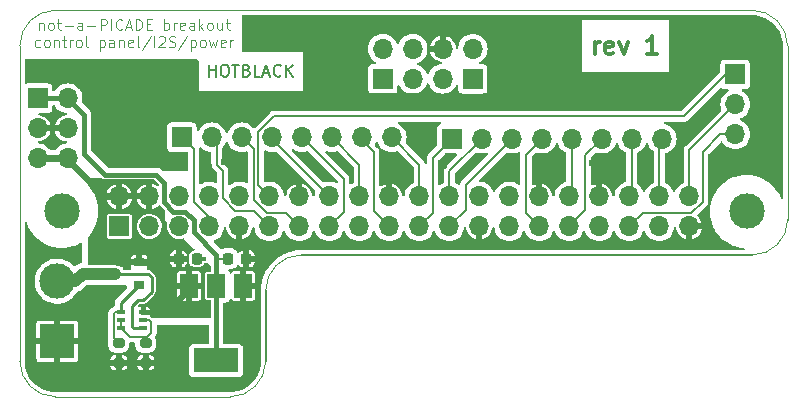
<source format=gbr>
G04 #@! TF.GenerationSoftware,KiCad,Pcbnew,(6.0.1)*
G04 #@! TF.CreationDate,2022-12-09T13:40:03+00:00*
G04 #@! TF.ProjectId,retropie-minicade-hat,72657472-6f70-4696-952d-6d696e696361,rev?*
G04 #@! TF.SameCoordinates,Original*
G04 #@! TF.FileFunction,Copper,L1,Top*
G04 #@! TF.FilePolarity,Positive*
%FSLAX46Y46*%
G04 Gerber Fmt 4.6, Leading zero omitted, Abs format (unit mm)*
G04 Created by KiCad (PCBNEW (6.0.1)) date 2022-12-09 13:40:03*
%MOMM*%
%LPD*%
G01*
G04 APERTURE LIST*
G04 Aperture macros list*
%AMRoundRect*
0 Rectangle with rounded corners*
0 $1 Rounding radius*
0 $2 $3 $4 $5 $6 $7 $8 $9 X,Y pos of 4 corners*
0 Add a 4 corners polygon primitive as box body*
4,1,4,$2,$3,$4,$5,$6,$7,$8,$9,$2,$3,0*
0 Add four circle primitives for the rounded corners*
1,1,$1+$1,$2,$3*
1,1,$1+$1,$4,$5*
1,1,$1+$1,$6,$7*
1,1,$1+$1,$8,$9*
0 Add four rect primitives between the rounded corners*
20,1,$1+$1,$2,$3,$4,$5,0*
20,1,$1+$1,$4,$5,$6,$7,0*
20,1,$1+$1,$6,$7,$8,$9,0*
20,1,$1+$1,$8,$9,$2,$3,0*%
G04 Aperture macros list end*
G04 #@! TA.AperFunction,Profile*
%ADD10C,0.100000*%
G04 #@! TD*
G04 #@! TA.AperFunction,Profile*
%ADD11C,0.150000*%
G04 #@! TD*
%ADD12C,0.300000*%
G04 #@! TA.AperFunction,NonConductor*
%ADD13C,0.300000*%
G04 #@! TD*
%ADD14C,0.200000*%
G04 #@! TA.AperFunction,NonConductor*
%ADD15C,0.200000*%
G04 #@! TD*
%ADD16C,0.120000*%
G04 #@! TA.AperFunction,NonConductor*
%ADD17C,0.120000*%
G04 #@! TD*
G04 #@! TA.AperFunction,WasherPad*
%ADD18C,3.000000*%
G04 #@! TD*
G04 #@! TA.AperFunction,SMDPad,CuDef*
%ADD19RoundRect,0.200000X-0.275000X0.200000X-0.275000X-0.200000X0.275000X-0.200000X0.275000X0.200000X0*%
G04 #@! TD*
G04 #@! TA.AperFunction,SMDPad,CuDef*
%ADD20R,0.900000X0.800000*%
G04 #@! TD*
G04 #@! TA.AperFunction,SMDPad,CuDef*
%ADD21RoundRect,0.225000X-0.225000X-0.250000X0.225000X-0.250000X0.225000X0.250000X-0.225000X0.250000X0*%
G04 #@! TD*
G04 #@! TA.AperFunction,ComponentPad*
%ADD22R,1.700000X1.700000*%
G04 #@! TD*
G04 #@! TA.AperFunction,ComponentPad*
%ADD23O,1.700000X1.700000*%
G04 #@! TD*
G04 #@! TA.AperFunction,SMDPad,CuDef*
%ADD24R,0.650000X0.400000*%
G04 #@! TD*
G04 #@! TA.AperFunction,ComponentPad*
%ADD25R,3.000000X3.000000*%
G04 #@! TD*
G04 #@! TA.AperFunction,ComponentPad*
%ADD26C,3.000000*%
G04 #@! TD*
G04 #@! TA.AperFunction,SMDPad,CuDef*
%ADD27R,1.500000X2.000000*%
G04 #@! TD*
G04 #@! TA.AperFunction,SMDPad,CuDef*
%ADD28R,3.800000X2.000000*%
G04 #@! TD*
G04 #@! TA.AperFunction,ViaPad*
%ADD29C,0.600000*%
G04 #@! TD*
G04 #@! TA.AperFunction,ViaPad*
%ADD30C,0.400000*%
G04 #@! TD*
G04 #@! TA.AperFunction,Conductor*
%ADD31C,0.150000*%
G04 #@! TD*
G04 #@! TA.AperFunction,Conductor*
%ADD32C,0.400000*%
G04 #@! TD*
G04 #@! TA.AperFunction,Conductor*
%ADD33C,0.250000*%
G04 #@! TD*
G04 #@! TA.AperFunction,Conductor*
%ADD34C,0.600000*%
G04 #@! TD*
G04 #@! TA.AperFunction,Conductor*
%ADD35C,1.000000*%
G04 #@! TD*
G04 APERTURE END LIST*
D10*
X143510000Y-65024000D02*
X143499680Y-50291999D01*
X78499680Y-50291999D02*
X78499680Y-77013320D01*
D11*
X99314000Y-77018556D02*
X99314000Y-71013528D01*
D10*
X96314005Y-80013321D02*
G75*
G03*
X99314000Y-77018556I-2J3000002D01*
G01*
X140499680Y-47291999D02*
X81499680Y-47291999D01*
X81499680Y-80013320D02*
X96314005Y-80013320D01*
X102313995Y-68018763D02*
G75*
G03*
X99314000Y-71013528I2J-3000002D01*
G01*
D11*
X140510005Y-68018764D02*
X102313995Y-68018764D01*
D10*
X143499680Y-50291999D02*
G75*
G03*
X140499680Y-47291999I-3000001J-1D01*
G01*
X81499680Y-47291999D02*
G75*
G03*
X78499680Y-50291999I1J-3000001D01*
G01*
X140510005Y-68018765D02*
G75*
G03*
X143510000Y-65024000I-2J3000002D01*
G01*
X78499680Y-77013320D02*
G75*
G03*
X81499680Y-80013320I3000001J1D01*
G01*
D12*
D13*
X127186857Y-50970571D02*
X127186857Y-49970571D01*
X127186857Y-50256285D02*
X127258285Y-50113428D01*
X127329714Y-50042000D01*
X127472571Y-49970571D01*
X127615428Y-49970571D01*
X128686857Y-50899142D02*
X128544000Y-50970571D01*
X128258285Y-50970571D01*
X128115428Y-50899142D01*
X128044000Y-50756285D01*
X128044000Y-50184857D01*
X128115428Y-50042000D01*
X128258285Y-49970571D01*
X128544000Y-49970571D01*
X128686857Y-50042000D01*
X128758285Y-50184857D01*
X128758285Y-50327714D01*
X128044000Y-50470571D01*
X129258285Y-49970571D02*
X129615428Y-50970571D01*
X129972571Y-49970571D01*
X132472571Y-50970571D02*
X131615428Y-50970571D01*
X132044000Y-50970571D02*
X132044000Y-49470571D01*
X131901142Y-49684857D01*
X131758285Y-49827714D01*
X131615428Y-49899142D01*
D14*
D15*
X94520190Y-52903380D02*
X94520190Y-51903380D01*
X94520190Y-52379571D02*
X95091619Y-52379571D01*
X95091619Y-52903380D02*
X95091619Y-51903380D01*
X95758285Y-51903380D02*
X95948761Y-51903380D01*
X96044000Y-51951000D01*
X96139238Y-52046238D01*
X96186857Y-52236714D01*
X96186857Y-52570047D01*
X96139238Y-52760523D01*
X96044000Y-52855761D01*
X95948761Y-52903380D01*
X95758285Y-52903380D01*
X95663047Y-52855761D01*
X95567809Y-52760523D01*
X95520190Y-52570047D01*
X95520190Y-52236714D01*
X95567809Y-52046238D01*
X95663047Y-51951000D01*
X95758285Y-51903380D01*
X96472571Y-51903380D02*
X97044000Y-51903380D01*
X96758285Y-52903380D02*
X96758285Y-51903380D01*
X97710666Y-52379571D02*
X97853523Y-52427190D01*
X97901142Y-52474809D01*
X97948761Y-52570047D01*
X97948761Y-52712904D01*
X97901142Y-52808142D01*
X97853523Y-52855761D01*
X97758285Y-52903380D01*
X97377333Y-52903380D01*
X97377333Y-51903380D01*
X97710666Y-51903380D01*
X97805904Y-51951000D01*
X97853523Y-51998619D01*
X97901142Y-52093857D01*
X97901142Y-52189095D01*
X97853523Y-52284333D01*
X97805904Y-52331952D01*
X97710666Y-52379571D01*
X97377333Y-52379571D01*
X98853523Y-52903380D02*
X98377333Y-52903380D01*
X98377333Y-51903380D01*
X99139238Y-52617666D02*
X99615428Y-52617666D01*
X99044000Y-52903380D02*
X99377333Y-51903380D01*
X99710666Y-52903380D01*
X100615428Y-52808142D02*
X100567809Y-52855761D01*
X100424952Y-52903380D01*
X100329714Y-52903380D01*
X100186857Y-52855761D01*
X100091619Y-52760523D01*
X100044000Y-52665285D01*
X99996380Y-52474809D01*
X99996380Y-52331952D01*
X100044000Y-52141476D01*
X100091619Y-52046238D01*
X100186857Y-51951000D01*
X100329714Y-51903380D01*
X100424952Y-51903380D01*
X100567809Y-51951000D01*
X100615428Y-51998619D01*
X101044000Y-52903380D02*
X101044000Y-51903380D01*
X101615428Y-52903380D02*
X101186857Y-52331952D01*
X101615428Y-51903380D02*
X101044000Y-52474809D01*
D16*
D17*
X80145142Y-48358642D02*
X80145142Y-48958642D01*
X80145142Y-48444357D02*
X80187999Y-48401500D01*
X80273714Y-48358642D01*
X80402285Y-48358642D01*
X80487999Y-48401500D01*
X80530857Y-48487214D01*
X80530857Y-48958642D01*
X81087999Y-48958642D02*
X81002285Y-48915785D01*
X80959428Y-48872928D01*
X80916571Y-48787214D01*
X80916571Y-48530071D01*
X80959428Y-48444357D01*
X81002285Y-48401500D01*
X81087999Y-48358642D01*
X81216571Y-48358642D01*
X81302285Y-48401500D01*
X81345142Y-48444357D01*
X81387999Y-48530071D01*
X81387999Y-48787214D01*
X81345142Y-48872928D01*
X81302285Y-48915785D01*
X81216571Y-48958642D01*
X81087999Y-48958642D01*
X81645142Y-48358642D02*
X81987999Y-48358642D01*
X81773714Y-48058642D02*
X81773714Y-48830071D01*
X81816571Y-48915785D01*
X81902285Y-48958642D01*
X81987999Y-48958642D01*
X82287999Y-48615785D02*
X82973714Y-48615785D01*
X83787999Y-48958642D02*
X83787999Y-48487214D01*
X83745142Y-48401500D01*
X83659428Y-48358642D01*
X83487999Y-48358642D01*
X83402285Y-48401500D01*
X83787999Y-48915785D02*
X83702285Y-48958642D01*
X83487999Y-48958642D01*
X83402285Y-48915785D01*
X83359428Y-48830071D01*
X83359428Y-48744357D01*
X83402285Y-48658642D01*
X83487999Y-48615785D01*
X83702285Y-48615785D01*
X83787999Y-48572928D01*
X84216571Y-48615785D02*
X84902285Y-48615785D01*
X85330857Y-48958642D02*
X85330857Y-48058642D01*
X85673714Y-48058642D01*
X85759428Y-48101500D01*
X85802285Y-48144357D01*
X85845142Y-48230071D01*
X85845142Y-48358642D01*
X85802285Y-48444357D01*
X85759428Y-48487214D01*
X85673714Y-48530071D01*
X85330857Y-48530071D01*
X86230857Y-48958642D02*
X86230857Y-48058642D01*
X87173714Y-48872928D02*
X87130857Y-48915785D01*
X87002285Y-48958642D01*
X86916571Y-48958642D01*
X86787999Y-48915785D01*
X86702285Y-48830071D01*
X86659428Y-48744357D01*
X86616571Y-48572928D01*
X86616571Y-48444357D01*
X86659428Y-48272928D01*
X86702285Y-48187214D01*
X86787999Y-48101500D01*
X86916571Y-48058642D01*
X87002285Y-48058642D01*
X87130857Y-48101500D01*
X87173714Y-48144357D01*
X87516571Y-48701500D02*
X87945142Y-48701500D01*
X87430857Y-48958642D02*
X87730857Y-48058642D01*
X88030857Y-48958642D01*
X88330857Y-48958642D02*
X88330857Y-48058642D01*
X88545142Y-48058642D01*
X88673714Y-48101500D01*
X88759428Y-48187214D01*
X88802285Y-48272928D01*
X88845142Y-48444357D01*
X88845142Y-48572928D01*
X88802285Y-48744357D01*
X88759428Y-48830071D01*
X88673714Y-48915785D01*
X88545142Y-48958642D01*
X88330857Y-48958642D01*
X89230857Y-48487214D02*
X89530857Y-48487214D01*
X89659428Y-48958642D02*
X89230857Y-48958642D01*
X89230857Y-48058642D01*
X89659428Y-48058642D01*
X90730857Y-48958642D02*
X90730857Y-48058642D01*
X90730857Y-48401500D02*
X90816571Y-48358642D01*
X90987999Y-48358642D01*
X91073714Y-48401500D01*
X91116571Y-48444357D01*
X91159428Y-48530071D01*
X91159428Y-48787214D01*
X91116571Y-48872928D01*
X91073714Y-48915785D01*
X90987999Y-48958642D01*
X90816571Y-48958642D01*
X90730857Y-48915785D01*
X91545142Y-48958642D02*
X91545142Y-48358642D01*
X91545142Y-48530071D02*
X91587999Y-48444357D01*
X91630857Y-48401500D01*
X91716571Y-48358642D01*
X91802285Y-48358642D01*
X92445142Y-48915785D02*
X92359428Y-48958642D01*
X92187999Y-48958642D01*
X92102285Y-48915785D01*
X92059428Y-48830071D01*
X92059428Y-48487214D01*
X92102285Y-48401500D01*
X92187999Y-48358642D01*
X92359428Y-48358642D01*
X92445142Y-48401500D01*
X92487999Y-48487214D01*
X92487999Y-48572928D01*
X92059428Y-48658642D01*
X93259428Y-48958642D02*
X93259428Y-48487214D01*
X93216571Y-48401500D01*
X93130857Y-48358642D01*
X92959428Y-48358642D01*
X92873714Y-48401500D01*
X93259428Y-48915785D02*
X93173714Y-48958642D01*
X92959428Y-48958642D01*
X92873714Y-48915785D01*
X92830857Y-48830071D01*
X92830857Y-48744357D01*
X92873714Y-48658642D01*
X92959428Y-48615785D01*
X93173714Y-48615785D01*
X93259428Y-48572928D01*
X93687999Y-48958642D02*
X93687999Y-48058642D01*
X93773714Y-48615785D02*
X94030857Y-48958642D01*
X94030857Y-48358642D02*
X93687999Y-48701500D01*
X94545142Y-48958642D02*
X94459428Y-48915785D01*
X94416571Y-48872928D01*
X94373714Y-48787214D01*
X94373714Y-48530071D01*
X94416571Y-48444357D01*
X94459428Y-48401500D01*
X94545142Y-48358642D01*
X94673714Y-48358642D01*
X94759428Y-48401500D01*
X94802285Y-48444357D01*
X94845142Y-48530071D01*
X94845142Y-48787214D01*
X94802285Y-48872928D01*
X94759428Y-48915785D01*
X94673714Y-48958642D01*
X94545142Y-48958642D01*
X95616571Y-48358642D02*
X95616571Y-48958642D01*
X95230857Y-48358642D02*
X95230857Y-48830071D01*
X95273714Y-48915785D01*
X95359428Y-48958642D01*
X95487999Y-48958642D01*
X95573714Y-48915785D01*
X95616571Y-48872928D01*
X95916571Y-48358642D02*
X96259428Y-48358642D01*
X96045142Y-48058642D02*
X96045142Y-48830071D01*
X96087999Y-48915785D01*
X96173714Y-48958642D01*
X96259428Y-48958642D01*
X80209428Y-50364785D02*
X80123714Y-50407642D01*
X79952285Y-50407642D01*
X79866571Y-50364785D01*
X79823714Y-50321928D01*
X79780857Y-50236214D01*
X79780857Y-49979071D01*
X79823714Y-49893357D01*
X79866571Y-49850500D01*
X79952285Y-49807642D01*
X80123714Y-49807642D01*
X80209428Y-49850500D01*
X80723714Y-50407642D02*
X80638000Y-50364785D01*
X80595142Y-50321928D01*
X80552285Y-50236214D01*
X80552285Y-49979071D01*
X80595142Y-49893357D01*
X80638000Y-49850500D01*
X80723714Y-49807642D01*
X80852285Y-49807642D01*
X80938000Y-49850500D01*
X80980857Y-49893357D01*
X81023714Y-49979071D01*
X81023714Y-50236214D01*
X80980857Y-50321928D01*
X80938000Y-50364785D01*
X80852285Y-50407642D01*
X80723714Y-50407642D01*
X81409428Y-49807642D02*
X81409428Y-50407642D01*
X81409428Y-49893357D02*
X81452285Y-49850500D01*
X81538000Y-49807642D01*
X81666571Y-49807642D01*
X81752285Y-49850500D01*
X81795142Y-49936214D01*
X81795142Y-50407642D01*
X82095142Y-49807642D02*
X82438000Y-49807642D01*
X82223714Y-49507642D02*
X82223714Y-50279071D01*
X82266571Y-50364785D01*
X82352285Y-50407642D01*
X82438000Y-50407642D01*
X82738000Y-50407642D02*
X82738000Y-49807642D01*
X82738000Y-49979071D02*
X82780857Y-49893357D01*
X82823714Y-49850500D01*
X82909428Y-49807642D01*
X82995142Y-49807642D01*
X83423714Y-50407642D02*
X83338000Y-50364785D01*
X83295142Y-50321928D01*
X83252285Y-50236214D01*
X83252285Y-49979071D01*
X83295142Y-49893357D01*
X83338000Y-49850500D01*
X83423714Y-49807642D01*
X83552285Y-49807642D01*
X83638000Y-49850500D01*
X83680857Y-49893357D01*
X83723714Y-49979071D01*
X83723714Y-50236214D01*
X83680857Y-50321928D01*
X83638000Y-50364785D01*
X83552285Y-50407642D01*
X83423714Y-50407642D01*
X84238000Y-50407642D02*
X84152285Y-50364785D01*
X84109428Y-50279071D01*
X84109428Y-49507642D01*
X85266571Y-49807642D02*
X85266571Y-50707642D01*
X85266571Y-49850500D02*
X85352285Y-49807642D01*
X85523714Y-49807642D01*
X85609428Y-49850500D01*
X85652285Y-49893357D01*
X85695142Y-49979071D01*
X85695142Y-50236214D01*
X85652285Y-50321928D01*
X85609428Y-50364785D01*
X85523714Y-50407642D01*
X85352285Y-50407642D01*
X85266571Y-50364785D01*
X86466571Y-50407642D02*
X86466571Y-49936214D01*
X86423714Y-49850500D01*
X86338000Y-49807642D01*
X86166571Y-49807642D01*
X86080857Y-49850500D01*
X86466571Y-50364785D02*
X86380857Y-50407642D01*
X86166571Y-50407642D01*
X86080857Y-50364785D01*
X86038000Y-50279071D01*
X86038000Y-50193357D01*
X86080857Y-50107642D01*
X86166571Y-50064785D01*
X86380857Y-50064785D01*
X86466571Y-50021928D01*
X86895142Y-49807642D02*
X86895142Y-50407642D01*
X86895142Y-49893357D02*
X86938000Y-49850500D01*
X87023714Y-49807642D01*
X87152285Y-49807642D01*
X87238000Y-49850500D01*
X87280857Y-49936214D01*
X87280857Y-50407642D01*
X88052285Y-50364785D02*
X87966571Y-50407642D01*
X87795142Y-50407642D01*
X87709428Y-50364785D01*
X87666571Y-50279071D01*
X87666571Y-49936214D01*
X87709428Y-49850500D01*
X87795142Y-49807642D01*
X87966571Y-49807642D01*
X88052285Y-49850500D01*
X88095142Y-49936214D01*
X88095142Y-50021928D01*
X87666571Y-50107642D01*
X88609428Y-50407642D02*
X88523714Y-50364785D01*
X88480857Y-50279071D01*
X88480857Y-49507642D01*
X89595142Y-49464785D02*
X88823714Y-50621928D01*
X89895142Y-50407642D02*
X89895142Y-49507642D01*
X90280857Y-49593357D02*
X90323714Y-49550500D01*
X90409428Y-49507642D01*
X90623714Y-49507642D01*
X90709428Y-49550500D01*
X90752285Y-49593357D01*
X90795142Y-49679071D01*
X90795142Y-49764785D01*
X90752285Y-49893357D01*
X90238000Y-50407642D01*
X90795142Y-50407642D01*
X91138000Y-50364785D02*
X91266571Y-50407642D01*
X91480857Y-50407642D01*
X91566571Y-50364785D01*
X91609428Y-50321928D01*
X91652285Y-50236214D01*
X91652285Y-50150500D01*
X91609428Y-50064785D01*
X91566571Y-50021928D01*
X91480857Y-49979071D01*
X91309428Y-49936214D01*
X91223714Y-49893357D01*
X91180857Y-49850500D01*
X91138000Y-49764785D01*
X91138000Y-49679071D01*
X91180857Y-49593357D01*
X91223714Y-49550500D01*
X91309428Y-49507642D01*
X91523714Y-49507642D01*
X91652285Y-49550500D01*
X92680857Y-49464785D02*
X91909428Y-50621928D01*
X92980857Y-49807642D02*
X92980857Y-50707642D01*
X92980857Y-49850500D02*
X93066571Y-49807642D01*
X93238000Y-49807642D01*
X93323714Y-49850500D01*
X93366571Y-49893357D01*
X93409428Y-49979071D01*
X93409428Y-50236214D01*
X93366571Y-50321928D01*
X93323714Y-50364785D01*
X93238000Y-50407642D01*
X93066571Y-50407642D01*
X92980857Y-50364785D01*
X93923714Y-50407642D02*
X93838000Y-50364785D01*
X93795142Y-50321928D01*
X93752285Y-50236214D01*
X93752285Y-49979071D01*
X93795142Y-49893357D01*
X93838000Y-49850500D01*
X93923714Y-49807642D01*
X94052285Y-49807642D01*
X94138000Y-49850500D01*
X94180857Y-49893357D01*
X94223714Y-49979071D01*
X94223714Y-50236214D01*
X94180857Y-50321928D01*
X94138000Y-50364785D01*
X94052285Y-50407642D01*
X93923714Y-50407642D01*
X94523714Y-49807642D02*
X94695142Y-50407642D01*
X94866571Y-49979071D01*
X95038000Y-50407642D01*
X95209428Y-49807642D01*
X95895142Y-50364785D02*
X95809428Y-50407642D01*
X95638000Y-50407642D01*
X95552285Y-50364785D01*
X95509428Y-50279071D01*
X95509428Y-49936214D01*
X95552285Y-49850500D01*
X95638000Y-49807642D01*
X95809428Y-49807642D01*
X95895142Y-49850500D01*
X95938000Y-49936214D01*
X95938000Y-50021928D01*
X95509428Y-50107642D01*
X96323714Y-50407642D02*
X96323714Y-49807642D01*
X96323714Y-49979071D02*
X96366571Y-49893357D01*
X96409428Y-49850500D01*
X96495142Y-49807642D01*
X96580857Y-49807642D01*
D18*
X82040000Y-64310000D03*
X140040000Y-64330000D03*
D19*
X89154000Y-75472500D03*
X89154000Y-77122500D03*
X86868000Y-75472500D03*
X86868000Y-77122500D03*
D20*
X88600000Y-70550000D03*
X88600000Y-68650000D03*
X86600000Y-69600000D03*
D21*
X91935000Y-68326000D03*
X93485000Y-68326000D03*
D22*
X109220000Y-53086000D03*
D23*
X109220000Y-50546000D03*
X111760000Y-53086000D03*
X111760000Y-50546000D03*
D22*
X139065000Y-52720000D03*
D23*
X139065000Y-55260000D03*
X139065000Y-57800000D03*
D22*
X80010000Y-54737000D03*
D23*
X82550000Y-54737000D03*
X80010000Y-57277000D03*
X82550000Y-57277000D03*
X80010000Y-59817000D03*
X82550000Y-59817000D03*
D22*
X115077000Y-58166000D03*
D23*
X117617000Y-58166000D03*
X120157000Y-58166000D03*
X122697000Y-58166000D03*
X125237000Y-58166000D03*
X127777000Y-58166000D03*
X130317000Y-58166000D03*
X132857000Y-58166000D03*
D24*
X88961000Y-74183000D03*
X88961000Y-73533000D03*
X88961000Y-72883000D03*
X87061000Y-72883000D03*
X87061000Y-73533000D03*
X87061000Y-74183000D03*
D25*
X81661000Y-75311000D03*
D26*
X81661000Y-70231000D03*
D27*
X97423000Y-70637000D03*
D28*
X95123000Y-76937000D03*
D27*
X95123000Y-70637000D03*
X92823000Y-70637000D03*
D22*
X116845000Y-53091000D03*
D23*
X114305000Y-53091000D03*
X116845000Y-50551000D03*
X114305000Y-50551000D03*
D22*
X92217000Y-58039000D03*
D23*
X94757000Y-58039000D03*
X97297000Y-58039000D03*
X99837000Y-58039000D03*
X102377000Y-58039000D03*
X104917000Y-58039000D03*
X107457000Y-58039000D03*
X109997000Y-58039000D03*
D21*
X96126000Y-68326000D03*
X97676000Y-68326000D03*
D22*
X86920000Y-65590000D03*
D23*
X86920000Y-63050000D03*
X89460000Y-65590000D03*
X89460000Y-63050000D03*
X92000000Y-65590000D03*
X92000000Y-63050000D03*
X94540000Y-65590000D03*
X94540000Y-63050000D03*
X97080000Y-65590000D03*
X97080000Y-63050000D03*
X99620000Y-65590000D03*
X99620000Y-63050000D03*
X102160000Y-65590000D03*
X102160000Y-63050000D03*
X104700000Y-65590000D03*
X104700000Y-63050000D03*
X107240000Y-65590000D03*
X107240000Y-63050000D03*
X109780000Y-65590000D03*
X109780000Y-63050000D03*
X112320000Y-65590000D03*
X112320000Y-63050000D03*
X114860000Y-65590000D03*
X114860000Y-63050000D03*
X117400000Y-65590000D03*
X117400000Y-63050000D03*
X119940000Y-65590000D03*
X119940000Y-63050000D03*
X122480000Y-65590000D03*
X122480000Y-63050000D03*
X125020000Y-65590000D03*
X125020000Y-63050000D03*
X127560000Y-65590000D03*
X127560000Y-63050000D03*
X130100000Y-65590000D03*
X130100000Y-63050000D03*
X132640000Y-65590000D03*
X132640000Y-63050000D03*
X135180000Y-65590000D03*
X135180000Y-63050000D03*
D29*
X103393417Y-60340417D03*
X112776000Y-57277000D03*
X135509000Y-57277000D03*
X95752983Y-60137500D03*
X119634000Y-60706000D03*
X98425000Y-66929000D03*
X117094000Y-60071000D03*
X88011000Y-77123500D03*
D30*
X94107000Y-68326000D03*
D29*
X126939500Y-60198000D03*
X114427000Y-60452000D03*
X131539525Y-60445634D03*
X106134375Y-60489625D03*
X94488000Y-60452000D03*
X91122000Y-70676000D03*
X91122000Y-69786000D03*
D31*
X89165500Y-77123500D02*
X89200000Y-77089000D01*
D32*
X86900000Y-77089000D02*
X87976500Y-77089000D01*
X88011000Y-77123500D02*
X89165500Y-77123500D01*
D31*
X87976500Y-77089000D02*
X88011000Y-77123500D01*
X86586000Y-72883000D02*
X86461489Y-73007511D01*
X86461489Y-75065989D02*
X86868000Y-75472500D01*
D33*
X88600000Y-70550000D02*
X87061000Y-72089000D01*
X88600760Y-70550000D02*
X88600000Y-70550000D01*
D31*
X86461489Y-73007511D02*
X86461489Y-75065989D01*
D33*
X87061000Y-72089000D02*
X87061000Y-72883000D01*
D31*
X87061000Y-72883000D02*
X86586000Y-72883000D01*
D32*
X93249511Y-65072435D02*
X92517565Y-64340489D01*
D31*
X96126000Y-68326000D02*
X95123000Y-68326000D01*
D32*
X90043000Y-61214000D02*
X85725000Y-61214000D01*
X90709511Y-61880511D02*
X90043000Y-61214000D01*
X92517565Y-64340489D02*
X91482435Y-64340489D01*
X85725000Y-61214000D02*
X83947000Y-59436000D01*
X93249511Y-66107565D02*
X93249511Y-65072435D01*
D31*
X95022000Y-68326000D02*
X95631000Y-68326000D01*
D32*
X90709511Y-63567565D02*
X90709511Y-61880511D01*
X83947000Y-56134000D02*
X82418000Y-54605000D01*
X83947000Y-59436000D02*
X83947000Y-56134000D01*
X95123000Y-67981054D02*
X93249511Y-66107565D01*
X80010000Y-54737000D02*
X82550000Y-54737000D01*
X91482435Y-64340489D02*
X90709511Y-63567565D01*
X95123000Y-68326000D02*
X95123000Y-67981054D01*
X95123000Y-68326000D02*
X95123000Y-76937000D01*
D34*
X82550000Y-59817000D02*
X80010000Y-59817000D01*
D32*
X82691000Y-59817000D02*
X82550000Y-59817000D01*
D34*
X86920000Y-63050000D02*
X85656000Y-63050000D01*
X91122000Y-70676000D02*
X91122000Y-72517000D01*
X82550000Y-59944000D02*
X82550000Y-59817000D01*
X91186000Y-72517000D02*
X92450500Y-71252500D01*
X85656000Y-63050000D02*
X82550000Y-59944000D01*
X92450500Y-71252500D02*
X92969500Y-71252500D01*
X91122000Y-72517000D02*
X91186000Y-72517000D01*
X91122000Y-72644000D02*
X90932511Y-72833489D01*
D32*
X91122000Y-69786000D02*
X89986000Y-68650000D01*
D33*
X90932511Y-72833489D02*
X89010511Y-72833489D01*
D32*
X91122000Y-70676000D02*
X91122000Y-69786000D01*
D34*
X88700000Y-68650000D02*
X88700000Y-68600000D01*
X89986000Y-68650000D02*
X88600000Y-68650000D01*
D33*
X86614000Y-69596000D02*
X89346000Y-69596000D01*
D35*
X83185000Y-70231000D02*
X83816000Y-69600000D01*
X81661000Y-70231000D02*
X83185000Y-70231000D01*
D33*
X89346000Y-69596000D02*
X89662000Y-69912000D01*
X88475489Y-71844489D02*
X88011000Y-72308978D01*
X88011000Y-72308978D02*
X88011000Y-74107022D01*
X88011000Y-74107022D02*
X88136489Y-74232511D01*
D35*
X83816000Y-69600000D02*
X86600000Y-69600000D01*
D33*
X89662000Y-71120000D02*
X88937511Y-71844489D01*
X88937511Y-71844489D02*
X88475489Y-71844489D01*
X88136489Y-74232511D02*
X88911489Y-74232511D01*
X89662000Y-69912000D02*
X89662000Y-71120000D01*
D31*
X92217000Y-58039000D02*
X93218000Y-59040000D01*
X94540000Y-64822000D02*
X94540000Y-65590000D01*
X93218000Y-59040000D02*
X93218000Y-63500000D01*
X93218000Y-63500000D02*
X94540000Y-64822000D01*
X95664511Y-60861496D02*
X95178482Y-60375467D01*
X95178482Y-58460482D02*
X94757000Y-58039000D01*
X99620000Y-65590000D02*
X98292000Y-64262000D01*
X95664511Y-63224811D02*
X95664511Y-60861496D01*
X95178482Y-60375467D02*
X95178482Y-58460482D01*
X96701700Y-64262000D02*
X95664511Y-63224811D01*
X98292000Y-64262000D02*
X96701700Y-64262000D01*
X99620000Y-63050000D02*
X98679000Y-62109000D01*
X134747000Y-56261000D02*
X138288000Y-52720000D01*
X98679000Y-62109000D02*
X98679000Y-57606700D01*
X100024700Y-56261000D02*
X134747000Y-56261000D01*
X138288000Y-52720000D02*
X139065000Y-52720000D01*
X98679000Y-57606700D02*
X100024700Y-56261000D01*
X102160000Y-65590000D02*
X101035489Y-64465489D01*
X98298000Y-63373000D02*
X98298000Y-59040000D01*
X99390489Y-64465489D02*
X98298000Y-63373000D01*
X98298000Y-59040000D02*
X97297000Y-58039000D01*
X101035489Y-64465489D02*
X99390489Y-64465489D01*
X105918000Y-64372000D02*
X105918000Y-61580000D01*
X105918000Y-61580000D02*
X102377000Y-58039000D01*
X104700000Y-65590000D02*
X105918000Y-64372000D01*
X99837000Y-58187000D02*
X99837000Y-58039000D01*
X104700000Y-63050000D02*
X99837000Y-58187000D01*
X108458000Y-64268000D02*
X109780000Y-65590000D01*
X107457000Y-58039000D02*
X107457000Y-58308000D01*
X107457000Y-58308000D02*
X108458000Y-59309000D01*
X108458000Y-59309000D02*
X108458000Y-64268000D01*
X113444511Y-59798489D02*
X115077000Y-58166000D01*
X113444511Y-64465489D02*
X113444511Y-59798489D01*
X112320000Y-65590000D02*
X113444511Y-64465489D01*
X112320000Y-60362000D02*
X109997000Y-58039000D01*
X112320000Y-63050000D02*
X112320000Y-60362000D01*
X116275489Y-64174511D02*
X116275489Y-62047511D01*
X116275489Y-64174511D02*
X114860000Y-65590000D01*
X116275489Y-62047511D02*
X120157000Y-58166000D01*
X114860000Y-60923000D02*
X114860000Y-63050000D01*
X117617000Y-58166000D02*
X114860000Y-60923000D01*
X121355489Y-59507511D02*
X122697000Y-58166000D01*
X121355489Y-64465489D02*
X121355489Y-59507511D01*
X122480000Y-65590000D02*
X121355489Y-64465489D01*
X126365000Y-64245000D02*
X125020000Y-65590000D01*
X127777000Y-58166000D02*
X126365000Y-59578000D01*
X126365000Y-59578000D02*
X126365000Y-64245000D01*
X125237000Y-62833000D02*
X125237000Y-58166000D01*
X139065000Y-57800000D02*
X137780000Y-57800000D01*
X135354811Y-64465489D02*
X131224511Y-64465489D01*
X136304511Y-63515789D02*
X135354811Y-64465489D01*
X137780000Y-57800000D02*
X136304511Y-59275489D01*
X131224511Y-64465489D02*
X130100000Y-65590000D01*
X136304511Y-59275489D02*
X136304511Y-63515789D01*
X130317000Y-62833000D02*
X130317000Y-58166000D01*
X130100000Y-63050000D02*
X130317000Y-62833000D01*
X132640000Y-63050000D02*
X132640000Y-58383000D01*
X132640000Y-58383000D02*
X132857000Y-58166000D01*
X139065000Y-55260000D02*
X135180000Y-59145000D01*
X135180000Y-59145000D02*
X135180000Y-63050000D01*
X107240000Y-60362000D02*
X104917000Y-58039000D01*
X107240000Y-63050000D02*
X107240000Y-60362000D01*
X89601511Y-73698511D02*
X89601511Y-74616511D01*
X88961000Y-73533000D02*
X89436000Y-73533000D01*
X89288022Y-75338478D02*
X89154000Y-75472500D01*
X89436000Y-73533000D02*
X89601511Y-73698511D01*
X89288022Y-74930000D02*
X87808000Y-74930000D01*
X89601511Y-74616511D02*
X89288022Y-74930000D01*
X87061000Y-74183000D02*
X87061000Y-73533000D01*
X87808000Y-74930000D02*
X87061000Y-74183000D01*
X89288022Y-74930000D02*
X89288022Y-75338478D01*
G04 #@! TA.AperFunction,Conductor*
G36*
X140475895Y-47693218D02*
G01*
X140499680Y-47696985D01*
X140507376Y-47695766D01*
X140512459Y-47694961D01*
X140533497Y-47693898D01*
X140566761Y-47695766D01*
X140785241Y-47708036D01*
X140796261Y-47709277D01*
X141072749Y-47756255D01*
X141083572Y-47758725D01*
X141094381Y-47761839D01*
X141353069Y-47836366D01*
X141363542Y-47840031D01*
X141622642Y-47947353D01*
X141632639Y-47952167D01*
X141878102Y-48087830D01*
X141887487Y-48093726D01*
X142116230Y-48256028D01*
X142124898Y-48262941D01*
X142334019Y-48449824D01*
X142341855Y-48457660D01*
X142528738Y-48666781D01*
X142535651Y-48675449D01*
X142697953Y-48904192D01*
X142703849Y-48913577D01*
X142839509Y-49159034D01*
X142844326Y-49169037D01*
X142951648Y-49428137D01*
X142955313Y-49438610D01*
X142971307Y-49494124D01*
X143032954Y-49708107D01*
X143035424Y-49718929D01*
X143078110Y-49970154D01*
X143082401Y-49995410D01*
X143083644Y-50006443D01*
X143097781Y-50258182D01*
X143096718Y-50279220D01*
X143094694Y-50291999D01*
X143098489Y-50315959D01*
X143099707Y-50331375D01*
X143104628Y-57356069D01*
X143108664Y-63116914D01*
X143108679Y-63138712D01*
X143089812Y-63196916D01*
X143040338Y-63232914D01*
X142979152Y-63232957D01*
X142929627Y-63197028D01*
X142918149Y-63176507D01*
X142841590Y-62990762D01*
X142840537Y-62988207D01*
X142821875Y-62954260D01*
X142674848Y-62686820D01*
X142673516Y-62684397D01*
X142649389Y-62650195D01*
X142475259Y-62403349D01*
X142475255Y-62403345D01*
X142473670Y-62401097D01*
X142243490Y-62141839D01*
X142241441Y-62139994D01*
X142241437Y-62139990D01*
X142074032Y-61989259D01*
X141985846Y-61909856D01*
X141866833Y-61824651D01*
X141706203Y-61709651D01*
X141706198Y-61709648D01*
X141703948Y-61708037D01*
X141586294Y-61642282D01*
X141403733Y-61540251D01*
X141403724Y-61540247D01*
X141401311Y-61538898D01*
X141081706Y-61404549D01*
X140749117Y-61306663D01*
X140525681Y-61267265D01*
X140410408Y-61246939D01*
X140410403Y-61246938D01*
X140407690Y-61246460D01*
X140061680Y-61224691D01*
X140058919Y-61224826D01*
X140058915Y-61224826D01*
X139763713Y-61239264D01*
X139715399Y-61241627D01*
X139373164Y-61297057D01*
X139039241Y-61390290D01*
X138919291Y-61438753D01*
X138720352Y-61519129D01*
X138720348Y-61519131D01*
X138717791Y-61520164D01*
X138715367Y-61521475D01*
X138715362Y-61521477D01*
X138415251Y-61683746D01*
X138415242Y-61683751D01*
X138412822Y-61685060D01*
X138410560Y-61686632D01*
X138410557Y-61686634D01*
X138317807Y-61751097D01*
X138128134Y-61882923D01*
X137867276Y-62111287D01*
X137865415Y-62113325D01*
X137865414Y-62113326D01*
X137832145Y-62149760D01*
X137633499Y-62367306D01*
X137429717Y-62647787D01*
X137428350Y-62650194D01*
X137428349Y-62650195D01*
X137423478Y-62658770D01*
X137258470Y-62949237D01*
X137257381Y-62951779D01*
X137257377Y-62951786D01*
X137186604Y-63116914D01*
X137121893Y-63267896D01*
X137121097Y-63270531D01*
X137121096Y-63270535D01*
X137086575Y-63384873D01*
X137021687Y-63599793D01*
X137021190Y-63602501D01*
X137021189Y-63602505D01*
X136962628Y-63921582D01*
X136959102Y-63940792D01*
X136953235Y-64024692D01*
X136935240Y-64282044D01*
X136934918Y-64286642D01*
X136943982Y-64502898D01*
X136948815Y-64618204D01*
X136949436Y-64633032D01*
X136962261Y-64715875D01*
X137000419Y-64962362D01*
X137002475Y-64975646D01*
X137015805Y-65024707D01*
X137068783Y-65219697D01*
X137093375Y-65310212D01*
X137094393Y-65312784D01*
X137094395Y-65312789D01*
X137219985Y-65629994D01*
X137221001Y-65632560D01*
X137222290Y-65634985D01*
X137222295Y-65634995D01*
X137382469Y-65936236D01*
X137383765Y-65938673D01*
X137398575Y-65960303D01*
X137578075Y-66222457D01*
X137578080Y-66222463D01*
X137579636Y-66224736D01*
X137581433Y-66226818D01*
X137581437Y-66226823D01*
X137668876Y-66328122D01*
X137806173Y-66487182D01*
X138060553Y-66722740D01*
X138339605Y-66928475D01*
X138639852Y-67101823D01*
X138770788Y-67159027D01*
X138911772Y-67220621D01*
X138957550Y-67240621D01*
X138960191Y-67241439D01*
X138960195Y-67241440D01*
X139286086Y-67342321D01*
X139286090Y-67342322D01*
X139288739Y-67343142D01*
X139291465Y-67343662D01*
X139600954Y-67402700D01*
X139629293Y-67408106D01*
X139797594Y-67421056D01*
X139854163Y-67444372D01*
X139886223Y-67496485D01*
X139881529Y-67557490D01*
X139841874Y-67604085D01*
X139789999Y-67618764D01*
X102353266Y-67618764D01*
X102337779Y-67617545D01*
X102313995Y-67613778D01*
X102310977Y-67614256D01*
X101958504Y-67632708D01*
X101606900Y-67688334D01*
X101604396Y-67689004D01*
X101604392Y-67689005D01*
X101442114Y-67732437D01*
X101263026Y-67780368D01*
X101260621Y-67781290D01*
X101260612Y-67781293D01*
X100933061Y-67906875D01*
X100930641Y-67907803D01*
X100928337Y-67908976D01*
X100928329Y-67908979D01*
X100814033Y-67967141D01*
X100613378Y-68069248D01*
X100314707Y-68262936D01*
X100312695Y-68264562D01*
X100312696Y-68264562D01*
X100039894Y-68485130D01*
X100039888Y-68485135D01*
X100037891Y-68486750D01*
X100036072Y-68488566D01*
X99814428Y-68709824D01*
X99785958Y-68738244D01*
X99784334Y-68740246D01*
X99784329Y-68740251D01*
X99628975Y-68931711D01*
X99561661Y-69014669D01*
X99367452Y-69313002D01*
X99366282Y-69315292D01*
X99366277Y-69315300D01*
X99239571Y-69563225D01*
X99205454Y-69629982D01*
X99077439Y-69962144D01*
X99076763Y-69964651D01*
X99076763Y-69964652D01*
X99020168Y-70174647D01*
X98984805Y-70305858D01*
X98928565Y-70657364D01*
X98928426Y-70659938D01*
X98928425Y-70659945D01*
X98912189Y-70960059D01*
X98909498Y-71009804D01*
X98909015Y-71012821D01*
X98910220Y-71020516D01*
X98910220Y-71020517D01*
X98912808Y-71037043D01*
X98914000Y-71052359D01*
X98914000Y-76978847D01*
X98912754Y-76994504D01*
X98909015Y-77017849D01*
X98910221Y-77025550D01*
X98910221Y-77025552D01*
X98911017Y-77030638D01*
X98912044Y-77051671D01*
X98897500Y-77303075D01*
X98896240Y-77314092D01*
X98881203Y-77401767D01*
X98848885Y-77590203D01*
X98846405Y-77600993D01*
X98796792Y-77772282D01*
X98768466Y-77870077D01*
X98764793Y-77880528D01*
X98658464Y-78136282D01*
X98657248Y-78139207D01*
X98652424Y-78149192D01*
X98518000Y-78391735D01*
X98516627Y-78394212D01*
X98510717Y-78403595D01*
X98348365Y-78631895D01*
X98341442Y-78640558D01*
X98154580Y-78849265D01*
X98146731Y-78857100D01*
X97937704Y-79043593D01*
X97929029Y-79050501D01*
X97700447Y-79212453D01*
X97691054Y-79218347D01*
X97445798Y-79353716D01*
X97435804Y-79358523D01*
X97288715Y-79419374D01*
X97176934Y-79465618D01*
X97166472Y-79469274D01*
X97036029Y-79506810D01*
X96897264Y-79546740D01*
X96886452Y-79549205D01*
X96792516Y-79565148D01*
X96610265Y-79596079D01*
X96599258Y-79597318D01*
X96402889Y-79608334D01*
X96347822Y-79611423D01*
X96326790Y-79610359D01*
X96321701Y-79609553D01*
X96314005Y-79608334D01*
X96290221Y-79612101D01*
X96274734Y-79613320D01*
X81538951Y-79613320D01*
X81523464Y-79612101D01*
X81499680Y-79608334D01*
X81491984Y-79609553D01*
X81486901Y-79610358D01*
X81465863Y-79611421D01*
X81415489Y-79608592D01*
X81214119Y-79597283D01*
X81203099Y-79596042D01*
X80926610Y-79549064D01*
X80915788Y-79546594D01*
X80823736Y-79520074D01*
X80646291Y-79468953D01*
X80635818Y-79465288D01*
X80376718Y-79357966D01*
X80366721Y-79353152D01*
X80121258Y-79217489D01*
X80111873Y-79211593D01*
X79883130Y-79049291D01*
X79874462Y-79042378D01*
X79665341Y-78855495D01*
X79657505Y-78847659D01*
X79470622Y-78638538D01*
X79463709Y-78629870D01*
X79301407Y-78401127D01*
X79295511Y-78391742D01*
X79159848Y-78146279D01*
X79155034Y-78136282D01*
X79047712Y-77877182D01*
X79044045Y-77866704D01*
X79016906Y-77772500D01*
X78966406Y-77597212D01*
X78963936Y-77586389D01*
X78934554Y-77413464D01*
X78929989Y-77386597D01*
X86143977Y-77386597D01*
X86145411Y-77401770D01*
X86147976Y-77413464D01*
X86188362Y-77528466D01*
X86195209Y-77541399D01*
X86266808Y-77638335D01*
X86277165Y-77648692D01*
X86374101Y-77720291D01*
X86387034Y-77727138D01*
X86502031Y-77767522D01*
X86513734Y-77770090D01*
X86536918Y-77772282D01*
X86541554Y-77772500D01*
X86598320Y-77772500D01*
X86611005Y-77768378D01*
X86614000Y-77764257D01*
X86614000Y-77756819D01*
X87122000Y-77756819D01*
X87126122Y-77769504D01*
X87130243Y-77772499D01*
X87194443Y-77772499D01*
X87199086Y-77772280D01*
X87222269Y-77770089D01*
X87233965Y-77767524D01*
X87348966Y-77727138D01*
X87361899Y-77720291D01*
X87458835Y-77648692D01*
X87469192Y-77638335D01*
X87540791Y-77541399D01*
X87547638Y-77528466D01*
X87588023Y-77413467D01*
X87590590Y-77401767D01*
X87591503Y-77392108D01*
X87590271Y-77386597D01*
X88429977Y-77386597D01*
X88431411Y-77401770D01*
X88433976Y-77413464D01*
X88474362Y-77528466D01*
X88481209Y-77541399D01*
X88552808Y-77638335D01*
X88563165Y-77648692D01*
X88660101Y-77720291D01*
X88673034Y-77727138D01*
X88788031Y-77767522D01*
X88799734Y-77770090D01*
X88822918Y-77772282D01*
X88827554Y-77772500D01*
X88884320Y-77772500D01*
X88897005Y-77768378D01*
X88900000Y-77764257D01*
X88900000Y-77756819D01*
X89408000Y-77756819D01*
X89412122Y-77769504D01*
X89416243Y-77772499D01*
X89480443Y-77772499D01*
X89485086Y-77772280D01*
X89508269Y-77770089D01*
X89519965Y-77767524D01*
X89634966Y-77727138D01*
X89647899Y-77720291D01*
X89744835Y-77648692D01*
X89755192Y-77638335D01*
X89826791Y-77541399D01*
X89833638Y-77528466D01*
X89874023Y-77413467D01*
X89876590Y-77401767D01*
X89877503Y-77392108D01*
X89874594Y-77379094D01*
X89872515Y-77377262D01*
X89868835Y-77376500D01*
X89423680Y-77376500D01*
X89410995Y-77380622D01*
X89408000Y-77384743D01*
X89408000Y-77756819D01*
X88900000Y-77756819D01*
X88900000Y-77392180D01*
X88895878Y-77379495D01*
X88891757Y-77376500D01*
X88444703Y-77376500D01*
X88432018Y-77380622D01*
X88430389Y-77382863D01*
X88429977Y-77386597D01*
X87590271Y-77386597D01*
X87588594Y-77379094D01*
X87586515Y-77377262D01*
X87582835Y-77376500D01*
X87137680Y-77376500D01*
X87124995Y-77380622D01*
X87122000Y-77384743D01*
X87122000Y-77756819D01*
X86614000Y-77756819D01*
X86614000Y-77392180D01*
X86609878Y-77379495D01*
X86605757Y-77376500D01*
X86158703Y-77376500D01*
X86146018Y-77380622D01*
X86144389Y-77382863D01*
X86143977Y-77386597D01*
X78929989Y-77386597D01*
X78916958Y-77309901D01*
X78915716Y-77298876D01*
X78901579Y-77047137D01*
X78902642Y-77026099D01*
X78903447Y-77021016D01*
X78904666Y-77013320D01*
X78900899Y-76989535D01*
X78899680Y-76974049D01*
X78899680Y-76830766D01*
X79911000Y-76830766D01*
X79911948Y-76840388D01*
X79923603Y-76898983D01*
X79930922Y-76916651D01*
X79975341Y-76983130D01*
X79988870Y-76996659D01*
X80055349Y-77041078D01*
X80073017Y-77048397D01*
X80131612Y-77060052D01*
X80141234Y-77061000D01*
X81391320Y-77061000D01*
X81404005Y-77056878D01*
X81407000Y-77052757D01*
X81407000Y-77045320D01*
X81915000Y-77045320D01*
X81919122Y-77058005D01*
X81923243Y-77061000D01*
X83180766Y-77061000D01*
X83190388Y-77060052D01*
X83248983Y-77048397D01*
X83266651Y-77041078D01*
X83333130Y-76996659D01*
X83346659Y-76983130D01*
X83391078Y-76916651D01*
X83398397Y-76898983D01*
X83407565Y-76852892D01*
X86144497Y-76852892D01*
X86147406Y-76865906D01*
X86149485Y-76867738D01*
X86153165Y-76868500D01*
X86598320Y-76868500D01*
X86611005Y-76864378D01*
X86614000Y-76860257D01*
X86614000Y-76852820D01*
X87122000Y-76852820D01*
X87126122Y-76865505D01*
X87130243Y-76868500D01*
X87577297Y-76868500D01*
X87589982Y-76864378D01*
X87591611Y-76862137D01*
X87592023Y-76858403D01*
X87591502Y-76852892D01*
X88430497Y-76852892D01*
X88433406Y-76865906D01*
X88435485Y-76867738D01*
X88439165Y-76868500D01*
X88884320Y-76868500D01*
X88897005Y-76864378D01*
X88900000Y-76860257D01*
X88900000Y-76852820D01*
X89408000Y-76852820D01*
X89412122Y-76865505D01*
X89416243Y-76868500D01*
X89863297Y-76868500D01*
X89875982Y-76864378D01*
X89877611Y-76862137D01*
X89878023Y-76858403D01*
X89876589Y-76843230D01*
X89874024Y-76831536D01*
X89833638Y-76716534D01*
X89826791Y-76703601D01*
X89755192Y-76606665D01*
X89744835Y-76596308D01*
X89647899Y-76524709D01*
X89634966Y-76517862D01*
X89519969Y-76477478D01*
X89508266Y-76474910D01*
X89485082Y-76472718D01*
X89480446Y-76472500D01*
X89423680Y-76472500D01*
X89410995Y-76476622D01*
X89408000Y-76480743D01*
X89408000Y-76852820D01*
X88900000Y-76852820D01*
X88900000Y-76488181D01*
X88895878Y-76475496D01*
X88891757Y-76472501D01*
X88827557Y-76472501D01*
X88822914Y-76472720D01*
X88799731Y-76474911D01*
X88788035Y-76477476D01*
X88673034Y-76517862D01*
X88660101Y-76524709D01*
X88563165Y-76596308D01*
X88552808Y-76606665D01*
X88481209Y-76703601D01*
X88474362Y-76716534D01*
X88433977Y-76831533D01*
X88431410Y-76843233D01*
X88430497Y-76852892D01*
X87591502Y-76852892D01*
X87590589Y-76843230D01*
X87588024Y-76831536D01*
X87547638Y-76716534D01*
X87540791Y-76703601D01*
X87469192Y-76606665D01*
X87458835Y-76596308D01*
X87361899Y-76524709D01*
X87348966Y-76517862D01*
X87233969Y-76477478D01*
X87222266Y-76474910D01*
X87199082Y-76472718D01*
X87194446Y-76472500D01*
X87137680Y-76472500D01*
X87124995Y-76476622D01*
X87122000Y-76480743D01*
X87122000Y-76852820D01*
X86614000Y-76852820D01*
X86614000Y-76488181D01*
X86609878Y-76475496D01*
X86605757Y-76472501D01*
X86541557Y-76472501D01*
X86536914Y-76472720D01*
X86513731Y-76474911D01*
X86502035Y-76477476D01*
X86387034Y-76517862D01*
X86374101Y-76524709D01*
X86277165Y-76596308D01*
X86266808Y-76606665D01*
X86195209Y-76703601D01*
X86188362Y-76716534D01*
X86147977Y-76831533D01*
X86145410Y-76843233D01*
X86144497Y-76852892D01*
X83407565Y-76852892D01*
X83410052Y-76840388D01*
X83411000Y-76830766D01*
X83411000Y-75580680D01*
X83406878Y-75567995D01*
X83402757Y-75565000D01*
X81930680Y-75565000D01*
X81917995Y-75569122D01*
X81915000Y-75573243D01*
X81915000Y-77045320D01*
X81407000Y-77045320D01*
X81407000Y-75580680D01*
X81402878Y-75567995D01*
X81398757Y-75565000D01*
X79926680Y-75565000D01*
X79913995Y-75569122D01*
X79911000Y-75573243D01*
X79911000Y-76830766D01*
X78899680Y-76830766D01*
X78899680Y-75041320D01*
X79911000Y-75041320D01*
X79915122Y-75054005D01*
X79919243Y-75057000D01*
X81391320Y-75057000D01*
X81404005Y-75052878D01*
X81407000Y-75048757D01*
X81407000Y-75041320D01*
X81915000Y-75041320D01*
X81919122Y-75054005D01*
X81923243Y-75057000D01*
X83395320Y-75057000D01*
X83408005Y-75052878D01*
X83411000Y-75048757D01*
X83411000Y-73791234D01*
X83410052Y-73781612D01*
X83398397Y-73723017D01*
X83391078Y-73705349D01*
X83346659Y-73638870D01*
X83333130Y-73625341D01*
X83266651Y-73580922D01*
X83248983Y-73573603D01*
X83190388Y-73561948D01*
X83180766Y-73561000D01*
X81930680Y-73561000D01*
X81917995Y-73565122D01*
X81915000Y-73569243D01*
X81915000Y-75041320D01*
X81407000Y-75041320D01*
X81407000Y-73576680D01*
X81402878Y-73563995D01*
X81398757Y-73561000D01*
X80141234Y-73561000D01*
X80131612Y-73561948D01*
X80073017Y-73573603D01*
X80055349Y-73580922D01*
X79988870Y-73625341D01*
X79975341Y-73638870D01*
X79930922Y-73705349D01*
X79923603Y-73723017D01*
X79911948Y-73781612D01*
X79911000Y-73791234D01*
X79911000Y-75041320D01*
X78899680Y-75041320D01*
X78899680Y-65318700D01*
X78918587Y-65260509D01*
X78968087Y-65224545D01*
X79029273Y-65224545D01*
X79078773Y-65260509D01*
X79092617Y-65287447D01*
X79092654Y-65287558D01*
X79093375Y-65290212D01*
X79221001Y-65612560D01*
X79222290Y-65614985D01*
X79222295Y-65614995D01*
X79348443Y-65852243D01*
X79383765Y-65918673D01*
X79385327Y-65920954D01*
X79578075Y-66202457D01*
X79578080Y-66202463D01*
X79579636Y-66204736D01*
X79581433Y-66206818D01*
X79581437Y-66206823D01*
X79671034Y-66310622D01*
X79806173Y-66467182D01*
X80060553Y-66702740D01*
X80339605Y-66908475D01*
X80639852Y-67081823D01*
X80957550Y-67220621D01*
X80960191Y-67221439D01*
X80960195Y-67221440D01*
X81286086Y-67322321D01*
X81286090Y-67322322D01*
X81288739Y-67323142D01*
X81291465Y-67323662D01*
X81502752Y-67363967D01*
X81629293Y-67388106D01*
X81974966Y-67414704D01*
X81977718Y-67414608D01*
X81977723Y-67414608D01*
X82187288Y-67407289D01*
X82321449Y-67402604D01*
X82664424Y-67351958D01*
X82667093Y-67351253D01*
X82667097Y-67351252D01*
X82996957Y-67264100D01*
X82996960Y-67264099D01*
X82999617Y-67263397D01*
X83108644Y-67221108D01*
X83320261Y-67139027D01*
X83320270Y-67139023D01*
X83322848Y-67138023D01*
X83589379Y-66998684D01*
X83627636Y-66978684D01*
X83627637Y-66978683D01*
X83630090Y-66977401D01*
X83645640Y-66966912D01*
X83704453Y-66950047D01*
X83761949Y-66970973D01*
X83796164Y-67021697D01*
X83800000Y-67048987D01*
X83800000Y-68605155D01*
X83781093Y-68663346D01*
X83731593Y-68699310D01*
X83706181Y-68704019D01*
X83679542Y-68705415D01*
X83679540Y-68705415D01*
X83674355Y-68705687D01*
X83669345Y-68707029D01*
X83669335Y-68707031D01*
X83658912Y-68709824D01*
X83643642Y-68712654D01*
X83632910Y-68713782D01*
X83632900Y-68713784D01*
X83627744Y-68714326D01*
X83562625Y-68735485D01*
X83557660Y-68736956D01*
X83491512Y-68754680D01*
X83486886Y-68757037D01*
X83477266Y-68761938D01*
X83462923Y-68767880D01*
X83447716Y-68772821D01*
X83443227Y-68775413D01*
X83443224Y-68775414D01*
X83411963Y-68793463D01*
X83388391Y-68807072D01*
X83383885Y-68809519D01*
X83322851Y-68840617D01*
X83310427Y-68850678D01*
X83297628Y-68859474D01*
X83283784Y-68867467D01*
X83279934Y-68870933D01*
X83279925Y-68870940D01*
X83232890Y-68913291D01*
X83228960Y-68916647D01*
X83212620Y-68929880D01*
X83199788Y-68942712D01*
X83145271Y-68970489D01*
X83084839Y-68960918D01*
X83059233Y-68942160D01*
X83048947Y-68931711D01*
X82921034Y-68801772D01*
X82787025Y-68699500D01*
X82709869Y-68640616D01*
X82709867Y-68640615D01*
X82707083Y-68638490D01*
X82472261Y-68506983D01*
X82221251Y-68409875D01*
X82217845Y-68409086D01*
X82217840Y-68409084D01*
X82055420Y-68371437D01*
X81959063Y-68349103D01*
X81749043Y-68330913D01*
X81694416Y-68326182D01*
X81694415Y-68326182D01*
X81690928Y-68325880D01*
X81575211Y-68332248D01*
X81425695Y-68340476D01*
X81425689Y-68340477D01*
X81422196Y-68340669D01*
X81158228Y-68393176D01*
X80904292Y-68482352D01*
X80901191Y-68483963D01*
X80901186Y-68483965D01*
X80856875Y-68506983D01*
X80665455Y-68606418D01*
X80662614Y-68608448D01*
X80662611Y-68608450D01*
X80585792Y-68663346D01*
X80446481Y-68762899D01*
X80394912Y-68812093D01*
X80254271Y-68946257D01*
X80254267Y-68946261D01*
X80251740Y-68948672D01*
X80085118Y-69160032D01*
X80083362Y-69163054D01*
X80083360Y-69163058D01*
X80058092Y-69206560D01*
X79949939Y-69392760D01*
X79904577Y-69504753D01*
X79850924Y-69637217D01*
X79848900Y-69642213D01*
X79784017Y-69903414D01*
X79783660Y-69906898D01*
X79778248Y-69959724D01*
X79756585Y-70171151D01*
X79767152Y-70440083D01*
X79815505Y-70704843D01*
X79816612Y-70708161D01*
X79816613Y-70708165D01*
X79885401Y-70914347D01*
X79900682Y-70960148D01*
X79902247Y-70963280D01*
X79902249Y-70963285D01*
X79931318Y-71021460D01*
X80020981Y-71200905D01*
X80174003Y-71422309D01*
X80356695Y-71619944D01*
X80359405Y-71622151D01*
X80359409Y-71622154D01*
X80561932Y-71787034D01*
X80565411Y-71789866D01*
X80795987Y-71928684D01*
X80881869Y-71965050D01*
X81019942Y-72023516D01*
X81043822Y-72033628D01*
X81303972Y-72102606D01*
X81307445Y-72103017D01*
X81307450Y-72103018D01*
X81512812Y-72127324D01*
X81571245Y-72134240D01*
X81574734Y-72134158D01*
X81574739Y-72134158D01*
X81697338Y-72131268D01*
X81840310Y-72127899D01*
X82105796Y-72083710D01*
X82109128Y-72082656D01*
X82109133Y-72082655D01*
X82205373Y-72052218D01*
X82362408Y-72002554D01*
X82365566Y-72001038D01*
X82365570Y-72001036D01*
X82601867Y-71887568D01*
X82601873Y-71887565D01*
X82605025Y-71886051D01*
X82779841Y-71769243D01*
X82825894Y-71738472D01*
X82825897Y-71738470D01*
X82828806Y-71736526D01*
X82831414Y-71734190D01*
X82831418Y-71734187D01*
X83026675Y-71559300D01*
X83026678Y-71559297D01*
X83029286Y-71556961D01*
X83202465Y-71350940D01*
X83323197Y-71157351D01*
X83370033Y-71117980D01*
X83376577Y-71115595D01*
X83438389Y-71095511D01*
X83443331Y-71094047D01*
X83504477Y-71077663D01*
X83504480Y-71077662D01*
X83509488Y-71076320D01*
X83514115Y-71073963D01*
X83523734Y-71069062D01*
X83538077Y-71063120D01*
X83553284Y-71058179D01*
X83557773Y-71055587D01*
X83557776Y-71055586D01*
X83589893Y-71037043D01*
X83612609Y-71023928D01*
X83617115Y-71021481D01*
X83678149Y-70990383D01*
X83690572Y-70980323D01*
X83703372Y-70971526D01*
X83712721Y-70966128D01*
X83717216Y-70963533D01*
X83768104Y-70917713D01*
X83772045Y-70914347D01*
X83786362Y-70902753D01*
X83788380Y-70901119D01*
X83803251Y-70886248D01*
X83807011Y-70882681D01*
X83854035Y-70840341D01*
X83854038Y-70840337D01*
X83857888Y-70836871D01*
X83860934Y-70832678D01*
X83860938Y-70832674D01*
X83867285Y-70823938D01*
X83877375Y-70812124D01*
X84080504Y-70608996D01*
X84135020Y-70581219D01*
X84150507Y-70580000D01*
X87501000Y-70580000D01*
X87559191Y-70598907D01*
X87595155Y-70648407D01*
X87600000Y-70679000D01*
X87600000Y-70765823D01*
X87581093Y-70824014D01*
X87571004Y-70835827D01*
X86699229Y-71707602D01*
X86696235Y-71710472D01*
X86657259Y-71746312D01*
X86657256Y-71746316D01*
X86652288Y-71750884D01*
X86648731Y-71756621D01*
X86629874Y-71787034D01*
X86624591Y-71794721D01*
X86603385Y-71822659D01*
X86598872Y-71828604D01*
X86596389Y-71834875D01*
X86596388Y-71834877D01*
X86592888Y-71843717D01*
X86584979Y-71859442D01*
X86580245Y-71867078D01*
X86576418Y-71873250D01*
X86573621Y-71882878D01*
X86564550Y-71914098D01*
X86561530Y-71922918D01*
X86548356Y-71956194D01*
X86548355Y-71956197D01*
X86545871Y-71962472D01*
X86545165Y-71969185D01*
X86545164Y-71969191D01*
X86544171Y-71978635D01*
X86540783Y-71995904D01*
X86537696Y-72006529D01*
X86537695Y-72006535D01*
X86536249Y-72011512D01*
X86535500Y-72021712D01*
X86535500Y-72055954D01*
X86534958Y-72066300D01*
X86530821Y-72105662D01*
X86531946Y-72112312D01*
X86534114Y-72125131D01*
X86535500Y-72141641D01*
X86535500Y-72278519D01*
X86516593Y-72336710D01*
X86499075Y-72354228D01*
X86497658Y-72354950D01*
X86428193Y-72424415D01*
X86391805Y-72447529D01*
X86360470Y-72458841D01*
X86353013Y-72464289D01*
X86335590Y-72474470D01*
X86333599Y-72475375D01*
X86333596Y-72475377D01*
X86327180Y-72478294D01*
X86293055Y-72507698D01*
X86286861Y-72512616D01*
X86275965Y-72520577D01*
X86265209Y-72531333D01*
X86259829Y-72536328D01*
X86229336Y-72562602D01*
X86229333Y-72562605D01*
X86223996Y-72567204D01*
X86220161Y-72573121D01*
X86220159Y-72573123D01*
X86219838Y-72573618D01*
X86206767Y-72589775D01*
X86170767Y-72625775D01*
X86161402Y-72633257D01*
X86161474Y-72633342D01*
X86156104Y-72637912D01*
X86150139Y-72641676D01*
X86116439Y-72679834D01*
X86112239Y-72684303D01*
X86101116Y-72695426D01*
X86099006Y-72698242D01*
X86099002Y-72698246D01*
X86094800Y-72703853D01*
X86089786Y-72710011D01*
X86064643Y-72738480D01*
X86064639Y-72738486D01*
X86059976Y-72743766D01*
X86056982Y-72750144D01*
X86056979Y-72750148D01*
X86056051Y-72752125D01*
X86045655Y-72769426D01*
X86044349Y-72771168D01*
X86044346Y-72771174D01*
X86040117Y-72776816D01*
X86037642Y-72783418D01*
X86037641Y-72783420D01*
X86024308Y-72818987D01*
X86021229Y-72826295D01*
X86002090Y-72867059D01*
X86000669Y-72876184D01*
X85995549Y-72895701D01*
X85992305Y-72904354D01*
X85990108Y-72933933D01*
X85988969Y-72949259D01*
X85988064Y-72957144D01*
X85985989Y-72970467D01*
X85985989Y-72985679D01*
X85985717Y-72993014D01*
X85982212Y-73040185D01*
X85983684Y-73047079D01*
X85983684Y-73047084D01*
X85983808Y-73047663D01*
X85985989Y-73068329D01*
X85985989Y-75001632D01*
X85984658Y-75013544D01*
X85984769Y-75013553D01*
X85984203Y-75020583D01*
X85982647Y-75027462D01*
X85983084Y-75034500D01*
X85985799Y-75078267D01*
X85985989Y-75084397D01*
X85985989Y-75100134D01*
X85986489Y-75103625D01*
X85987483Y-75110564D01*
X85988293Y-75118469D01*
X85990644Y-75156371D01*
X85990645Y-75156375D01*
X85991081Y-75163406D01*
X85993473Y-75170033D01*
X85994562Y-75175290D01*
X85995772Y-75208287D01*
X85992500Y-75233139D01*
X85992501Y-75711860D01*
X86007956Y-75829262D01*
X86010438Y-75835254D01*
X86010439Y-75835258D01*
X86041140Y-75909376D01*
X86068464Y-75975341D01*
X86164718Y-76100782D01*
X86290159Y-76197036D01*
X86436238Y-76257544D01*
X86553639Y-76273000D01*
X86867951Y-76273000D01*
X87182360Y-76272999D01*
X87185571Y-76272576D01*
X87185576Y-76272576D01*
X87267329Y-76261814D01*
X87299762Y-76257544D01*
X87305754Y-76255062D01*
X87305758Y-76255061D01*
X87405753Y-76213641D01*
X87445841Y-76197036D01*
X87571282Y-76100782D01*
X87667536Y-75975341D01*
X87728044Y-75829262D01*
X87743500Y-75711861D01*
X87743499Y-75507379D01*
X87762406Y-75449190D01*
X87811906Y-75413226D01*
X87834635Y-75408828D01*
X87840674Y-75409277D01*
X87847568Y-75407805D01*
X87847573Y-75407805D01*
X87848152Y-75407681D01*
X87868818Y-75405500D01*
X88179500Y-75405500D01*
X88237691Y-75424407D01*
X88273655Y-75473907D01*
X88278500Y-75504500D01*
X88278501Y-75608950D01*
X88278501Y-75711860D01*
X88293956Y-75829262D01*
X88296438Y-75835254D01*
X88296439Y-75835258D01*
X88327140Y-75909376D01*
X88354464Y-75975341D01*
X88450718Y-76100782D01*
X88576159Y-76197036D01*
X88722238Y-76257544D01*
X88839639Y-76273000D01*
X89153951Y-76273000D01*
X89468360Y-76272999D01*
X89471571Y-76272576D01*
X89471576Y-76272576D01*
X89553329Y-76261814D01*
X89585762Y-76257544D01*
X89591754Y-76255062D01*
X89591758Y-76255061D01*
X89691753Y-76213641D01*
X89731841Y-76197036D01*
X89857282Y-76100782D01*
X89953536Y-75975341D01*
X90014044Y-75829262D01*
X90029500Y-75711861D01*
X90029499Y-75233140D01*
X90026228Y-75208287D01*
X90014891Y-75122173D01*
X90014044Y-75115738D01*
X89967778Y-75004042D01*
X89962977Y-74943045D01*
X89985039Y-74900621D01*
X89998357Y-74885542D01*
X89998361Y-74885536D01*
X90003024Y-74880256D01*
X90006018Y-74873878D01*
X90006021Y-74873874D01*
X90006949Y-74871897D01*
X90017345Y-74854596D01*
X90018653Y-74852851D01*
X90018656Y-74852846D01*
X90022883Y-74847206D01*
X90038692Y-74805034D01*
X90041779Y-74797710D01*
X90057911Y-74763351D01*
X90057911Y-74763350D01*
X90060910Y-74756963D01*
X90061997Y-74749986D01*
X90062333Y-74747830D01*
X90067450Y-74728322D01*
X90068218Y-74726273D01*
X90070694Y-74719668D01*
X90074031Y-74674766D01*
X90074937Y-74666874D01*
X90077011Y-74653555D01*
X90077011Y-74638340D01*
X90077283Y-74631003D01*
X90080265Y-74590870D01*
X90080788Y-74583837D01*
X90079316Y-74576943D01*
X90079316Y-74576938D01*
X90079192Y-74576359D01*
X90077011Y-74555693D01*
X90077011Y-74039000D01*
X90095918Y-73980809D01*
X90145418Y-73944845D01*
X90176011Y-73940000D01*
X94423500Y-73940000D01*
X94481691Y-73958907D01*
X94517655Y-74008407D01*
X94522500Y-74039000D01*
X94522500Y-75437501D01*
X94503593Y-75495692D01*
X94454093Y-75531656D01*
X94423500Y-75536501D01*
X93191482Y-75536501D01*
X93187639Y-75537110D01*
X93187634Y-75537110D01*
X93150783Y-75542947D01*
X93097696Y-75551354D01*
X93054737Y-75573243D01*
X92991597Y-75605414D01*
X92991595Y-75605415D01*
X92984658Y-75608950D01*
X92894950Y-75698658D01*
X92891415Y-75705595D01*
X92891414Y-75705597D01*
X92840890Y-75804756D01*
X92837354Y-75811696D01*
X92822500Y-75905481D01*
X92822501Y-77968518D01*
X92837354Y-78062304D01*
X92841245Y-78069940D01*
X92880145Y-78146285D01*
X92894950Y-78175342D01*
X92984658Y-78265050D01*
X92991595Y-78268585D01*
X92991597Y-78268586D01*
X93090756Y-78319110D01*
X93097696Y-78322646D01*
X93105390Y-78323865D01*
X93105391Y-78323865D01*
X93187635Y-78336891D01*
X93187637Y-78336891D01*
X93191481Y-78337500D01*
X95122751Y-78337500D01*
X97054518Y-78337499D01*
X97058361Y-78336890D01*
X97058366Y-78336890D01*
X97095217Y-78331053D01*
X97148304Y-78322646D01*
X97204823Y-78293848D01*
X97254403Y-78268586D01*
X97254405Y-78268585D01*
X97261342Y-78265050D01*
X97351050Y-78175342D01*
X97365856Y-78146285D01*
X97405110Y-78069244D01*
X97405110Y-78069243D01*
X97408646Y-78062304D01*
X97423500Y-77968519D01*
X97423499Y-75905482D01*
X97408646Y-75811696D01*
X97379848Y-75755177D01*
X97354586Y-75705597D01*
X97354585Y-75705595D01*
X97351050Y-75698658D01*
X97261342Y-75608950D01*
X97254405Y-75605415D01*
X97254403Y-75605414D01*
X97155244Y-75554890D01*
X97155243Y-75554890D01*
X97148304Y-75551354D01*
X97140610Y-75550135D01*
X97140609Y-75550135D01*
X97058365Y-75537109D01*
X97058363Y-75537109D01*
X97054519Y-75536500D01*
X95822500Y-75536500D01*
X95764309Y-75517593D01*
X95728345Y-75468093D01*
X95723500Y-75437500D01*
X95723500Y-72136499D01*
X95742407Y-72078308D01*
X95791907Y-72042344D01*
X95822500Y-72037499D01*
X95904518Y-72037499D01*
X95908361Y-72036890D01*
X95908366Y-72036890D01*
X95945217Y-72031053D01*
X95998304Y-72022646D01*
X96067443Y-71987418D01*
X96104403Y-71968586D01*
X96104405Y-71968585D01*
X96111342Y-71965050D01*
X96201050Y-71875342D01*
X96209152Y-71859442D01*
X96234787Y-71809130D01*
X96258646Y-71762304D01*
X96259769Y-71755213D01*
X96295549Y-71705963D01*
X96353739Y-71687054D01*
X96411930Y-71705960D01*
X96435517Y-71735874D01*
X96437505Y-71734545D01*
X96487341Y-71809130D01*
X96500870Y-71822659D01*
X96567349Y-71867078D01*
X96585017Y-71874397D01*
X96643612Y-71886052D01*
X96653234Y-71887000D01*
X97153320Y-71887000D01*
X97166005Y-71882878D01*
X97169000Y-71878757D01*
X97169000Y-71871320D01*
X97677000Y-71871320D01*
X97681122Y-71884005D01*
X97685243Y-71887000D01*
X98192766Y-71887000D01*
X98202388Y-71886052D01*
X98260983Y-71874397D01*
X98278651Y-71867078D01*
X98345130Y-71822659D01*
X98358659Y-71809130D01*
X98403078Y-71742651D01*
X98410397Y-71724983D01*
X98422052Y-71666388D01*
X98423000Y-71656766D01*
X98423000Y-70906680D01*
X98418878Y-70893995D01*
X98414757Y-70891000D01*
X97692680Y-70891000D01*
X97679995Y-70895122D01*
X97677000Y-70899243D01*
X97677000Y-71871320D01*
X97169000Y-71871320D01*
X97169000Y-70367320D01*
X97677000Y-70367320D01*
X97681122Y-70380005D01*
X97685243Y-70383000D01*
X98407320Y-70383000D01*
X98420005Y-70378878D01*
X98423000Y-70374757D01*
X98423000Y-69617234D01*
X98422052Y-69607612D01*
X98410397Y-69549017D01*
X98403078Y-69531349D01*
X98358659Y-69464870D01*
X98345130Y-69451341D01*
X98278651Y-69406922D01*
X98260983Y-69399603D01*
X98202388Y-69387948D01*
X98192766Y-69387000D01*
X97692680Y-69387000D01*
X97679995Y-69391122D01*
X97677000Y-69395243D01*
X97677000Y-70367320D01*
X97169000Y-70367320D01*
X97169000Y-69402680D01*
X97164878Y-69389995D01*
X97160757Y-69387000D01*
X96653234Y-69387000D01*
X96643612Y-69387948D01*
X96585017Y-69399603D01*
X96567349Y-69406922D01*
X96500870Y-69451341D01*
X96487341Y-69464870D01*
X96437505Y-69539455D01*
X96435001Y-69537782D01*
X96405466Y-69572360D01*
X96345971Y-69586642D01*
X96289444Y-69563225D01*
X96259774Y-69518817D01*
X96258646Y-69511696D01*
X96201050Y-69398658D01*
X96172895Y-69370503D01*
X96145118Y-69315986D01*
X96154689Y-69255554D01*
X96197954Y-69212289D01*
X96242898Y-69201499D01*
X96414162Y-69201499D01*
X96416106Y-69201346D01*
X96416108Y-69201346D01*
X96444586Y-69199106D01*
X96444590Y-69199105D01*
X96449627Y-69198709D01*
X96601390Y-69154618D01*
X96737420Y-69074170D01*
X96849170Y-68962420D01*
X96905022Y-68867980D01*
X96950918Y-68827517D01*
X97011831Y-68821759D01*
X97064496Y-68852905D01*
X97069456Y-68859003D01*
X97107438Y-68909683D01*
X97117318Y-68919563D01*
X97214907Y-68992701D01*
X97227150Y-68999404D01*
X97342141Y-69042511D01*
X97354120Y-69045360D01*
X97403375Y-69050711D01*
X97406661Y-69050889D01*
X97419005Y-69046878D01*
X97422000Y-69042757D01*
X97422000Y-69035320D01*
X97930000Y-69035320D01*
X97934122Y-69048005D01*
X97938243Y-69051000D01*
X97943291Y-69051000D01*
X97948625Y-69050711D01*
X97997880Y-69045360D01*
X98009859Y-69042511D01*
X98124850Y-68999404D01*
X98137093Y-68992701D01*
X98234682Y-68919563D01*
X98244563Y-68909682D01*
X98317701Y-68812093D01*
X98324404Y-68799850D01*
X98367511Y-68684859D01*
X98370360Y-68672880D01*
X98375711Y-68623625D01*
X98376000Y-68618291D01*
X98376000Y-68595680D01*
X98371878Y-68582995D01*
X98367757Y-68580000D01*
X97945680Y-68580000D01*
X97932995Y-68584122D01*
X97930000Y-68588243D01*
X97930000Y-69035320D01*
X97422000Y-69035320D01*
X97422000Y-68056320D01*
X97930000Y-68056320D01*
X97934122Y-68069005D01*
X97938243Y-68072000D01*
X98360320Y-68072000D01*
X98373005Y-68067878D01*
X98376000Y-68063757D01*
X98376000Y-68033709D01*
X98375711Y-68028375D01*
X98370360Y-67979120D01*
X98367511Y-67967141D01*
X98324404Y-67852150D01*
X98317701Y-67839907D01*
X98244563Y-67742318D01*
X98234682Y-67732437D01*
X98137093Y-67659299D01*
X98124850Y-67652596D01*
X98009859Y-67609489D01*
X97997880Y-67606640D01*
X97948625Y-67601289D01*
X97945339Y-67601111D01*
X97932995Y-67605122D01*
X97930000Y-67609243D01*
X97930000Y-68056320D01*
X97422000Y-68056320D01*
X97422000Y-67616680D01*
X97417878Y-67603995D01*
X97413757Y-67601000D01*
X97408709Y-67601000D01*
X97403375Y-67601289D01*
X97354120Y-67606640D01*
X97342141Y-67609489D01*
X97227150Y-67652596D01*
X97214907Y-67659299D01*
X97117318Y-67732437D01*
X97107438Y-67742317D01*
X97069456Y-67792997D01*
X97019428Y-67828223D01*
X96958250Y-67827316D01*
X96909288Y-67790622D01*
X96905022Y-67784020D01*
X96852343Y-67694945D01*
X96852342Y-67694944D01*
X96849170Y-67689580D01*
X96737420Y-67577830D01*
X96601390Y-67497382D01*
X96595408Y-67495644D01*
X96454485Y-67454702D01*
X96454482Y-67454701D01*
X96449627Y-67453291D01*
X96444587Y-67452894D01*
X96444585Y-67452894D01*
X96429109Y-67451676D01*
X96414163Y-67450500D01*
X96126074Y-67450500D01*
X95837838Y-67450501D01*
X95835894Y-67450654D01*
X95835892Y-67450654D01*
X95807414Y-67452894D01*
X95807410Y-67452895D01*
X95802373Y-67453291D01*
X95741208Y-67471061D01*
X95656595Y-67495643D01*
X95656594Y-67495644D01*
X95650610Y-67497382D01*
X95645250Y-67500552D01*
X95645245Y-67500554D01*
X95614883Y-67518511D01*
X95555171Y-67531859D01*
X95499018Y-67507560D01*
X95494483Y-67503302D01*
X94926003Y-66934822D01*
X94898226Y-66880305D01*
X94907797Y-66819873D01*
X94951062Y-66776608D01*
X94962144Y-66771789D01*
X94965148Y-66770696D01*
X94969330Y-66769575D01*
X95167639Y-66677102D01*
X95217966Y-66641863D01*
X95231996Y-66632039D01*
X95346877Y-66551598D01*
X95501598Y-66396877D01*
X95627102Y-66217638D01*
X95719575Y-66019330D01*
X95765919Y-65846372D01*
X95775088Y-65812154D01*
X95775088Y-65812152D01*
X95776207Y-65807977D01*
X95786145Y-65694382D01*
X95786710Y-65687927D01*
X95810617Y-65631605D01*
X95863063Y-65600092D01*
X95924015Y-65605425D01*
X95970193Y-65645566D01*
X95984121Y-65690081D01*
X95988591Y-65758289D01*
X95990004Y-65767210D01*
X96037534Y-65954359D01*
X96040554Y-65962887D01*
X96121386Y-66138225D01*
X96125917Y-66146072D01*
X96237348Y-66303744D01*
X96243222Y-66310622D01*
X96381532Y-66445357D01*
X96388555Y-66451044D01*
X96549099Y-66558317D01*
X96557054Y-66562635D01*
X96734446Y-66638849D01*
X96743057Y-66641647D01*
X96810706Y-66656954D01*
X96823603Y-66655769D01*
X96826000Y-66647051D01*
X96826000Y-65435000D01*
X96844907Y-65376809D01*
X96894407Y-65340845D01*
X96925000Y-65336000D01*
X97235000Y-65336000D01*
X97293191Y-65354907D01*
X97329155Y-65404407D01*
X97334000Y-65435000D01*
X97334000Y-66649074D01*
X97338122Y-66661759D01*
X97339293Y-66662610D01*
X97341800Y-66662824D01*
X97342189Y-66662731D01*
X97525026Y-66600666D01*
X97533288Y-66596988D01*
X97701755Y-66502641D01*
X97709209Y-66497518D01*
X97857650Y-66374061D01*
X97864061Y-66367650D01*
X97987518Y-66219209D01*
X97992641Y-66211755D01*
X98086988Y-66043288D01*
X98090666Y-66035026D01*
X98152730Y-65852191D01*
X98154841Y-65843399D01*
X98177256Y-65688804D01*
X98204318Y-65633929D01*
X98258466Y-65605440D01*
X98319018Y-65614219D01*
X98362846Y-65656914D01*
X98373855Y-65694382D01*
X98383793Y-65807977D01*
X98384912Y-65812152D01*
X98384912Y-65812154D01*
X98394081Y-65846372D01*
X98440425Y-66019330D01*
X98532898Y-66217638D01*
X98658402Y-66396877D01*
X98813123Y-66551598D01*
X98928004Y-66632039D01*
X98942035Y-66641863D01*
X98992361Y-66677102D01*
X99190670Y-66769575D01*
X99242758Y-66783532D01*
X99397846Y-66825088D01*
X99397848Y-66825088D01*
X99402023Y-66826207D01*
X99620000Y-66845277D01*
X99837977Y-66826207D01*
X99842152Y-66825088D01*
X99842154Y-66825088D01*
X99997242Y-66783532D01*
X100049330Y-66769575D01*
X100247639Y-66677102D01*
X100297966Y-66641863D01*
X100311996Y-66632039D01*
X100426877Y-66551598D01*
X100581598Y-66396877D01*
X100707102Y-66217638D01*
X100799575Y-66019330D01*
X100801132Y-66020056D01*
X100834640Y-65977168D01*
X100893455Y-65960303D01*
X100950950Y-65981230D01*
X100979086Y-66019954D01*
X100980425Y-66019330D01*
X101072898Y-66217638D01*
X101198402Y-66396877D01*
X101353123Y-66551598D01*
X101468004Y-66632039D01*
X101482035Y-66641863D01*
X101532361Y-66677102D01*
X101730670Y-66769575D01*
X101782758Y-66783532D01*
X101937846Y-66825088D01*
X101937848Y-66825088D01*
X101942023Y-66826207D01*
X102160000Y-66845277D01*
X102377977Y-66826207D01*
X102382152Y-66825088D01*
X102382154Y-66825088D01*
X102537242Y-66783532D01*
X102589330Y-66769575D01*
X102787639Y-66677102D01*
X102837966Y-66641863D01*
X102851996Y-66632039D01*
X102966877Y-66551598D01*
X103121598Y-66396877D01*
X103247102Y-66217638D01*
X103339575Y-66019330D01*
X103341132Y-66020056D01*
X103374640Y-65977168D01*
X103433455Y-65960303D01*
X103490950Y-65981230D01*
X103519086Y-66019954D01*
X103520425Y-66019330D01*
X103612898Y-66217638D01*
X103738402Y-66396877D01*
X103893123Y-66551598D01*
X104008004Y-66632039D01*
X104022035Y-66641863D01*
X104072361Y-66677102D01*
X104270670Y-66769575D01*
X104322758Y-66783532D01*
X104477846Y-66825088D01*
X104477848Y-66825088D01*
X104482023Y-66826207D01*
X104700000Y-66845277D01*
X104917977Y-66826207D01*
X104922152Y-66825088D01*
X104922154Y-66825088D01*
X105077242Y-66783532D01*
X105129330Y-66769575D01*
X105327639Y-66677102D01*
X105377966Y-66641863D01*
X105391996Y-66632039D01*
X105506877Y-66551598D01*
X105661598Y-66396877D01*
X105787102Y-66217638D01*
X105879575Y-66019330D01*
X105881132Y-66020056D01*
X105914640Y-65977168D01*
X105973455Y-65960303D01*
X106030950Y-65981230D01*
X106059086Y-66019954D01*
X106060425Y-66019330D01*
X106152898Y-66217638D01*
X106278402Y-66396877D01*
X106433123Y-66551598D01*
X106548004Y-66632039D01*
X106562035Y-66641863D01*
X106612361Y-66677102D01*
X106810670Y-66769575D01*
X106862758Y-66783532D01*
X107017846Y-66825088D01*
X107017848Y-66825088D01*
X107022023Y-66826207D01*
X107240000Y-66845277D01*
X107457977Y-66826207D01*
X107462152Y-66825088D01*
X107462154Y-66825088D01*
X107617242Y-66783532D01*
X107669330Y-66769575D01*
X107867639Y-66677102D01*
X107917966Y-66641863D01*
X107931996Y-66632039D01*
X108046877Y-66551598D01*
X108201598Y-66396877D01*
X108327102Y-66217638D01*
X108419575Y-66019330D01*
X108421132Y-66020056D01*
X108454640Y-65977168D01*
X108513455Y-65960303D01*
X108570950Y-65981230D01*
X108599086Y-66019954D01*
X108600425Y-66019330D01*
X108692898Y-66217638D01*
X108818402Y-66396877D01*
X108973123Y-66551598D01*
X109088004Y-66632039D01*
X109102035Y-66641863D01*
X109152361Y-66677102D01*
X109350670Y-66769575D01*
X109402758Y-66783532D01*
X109557846Y-66825088D01*
X109557848Y-66825088D01*
X109562023Y-66826207D01*
X109780000Y-66845277D01*
X109997977Y-66826207D01*
X110002152Y-66825088D01*
X110002154Y-66825088D01*
X110157242Y-66783532D01*
X110209330Y-66769575D01*
X110407639Y-66677102D01*
X110457966Y-66641863D01*
X110471996Y-66632039D01*
X110586877Y-66551598D01*
X110741598Y-66396877D01*
X110867102Y-66217638D01*
X110959575Y-66019330D01*
X110961132Y-66020056D01*
X110994640Y-65977168D01*
X111053455Y-65960303D01*
X111110950Y-65981230D01*
X111139086Y-66019954D01*
X111140425Y-66019330D01*
X111232898Y-66217638D01*
X111358402Y-66396877D01*
X111513123Y-66551598D01*
X111628004Y-66632039D01*
X111642035Y-66641863D01*
X111692361Y-66677102D01*
X111890670Y-66769575D01*
X111942758Y-66783532D01*
X112097846Y-66825088D01*
X112097848Y-66825088D01*
X112102023Y-66826207D01*
X112320000Y-66845277D01*
X112537977Y-66826207D01*
X112542152Y-66825088D01*
X112542154Y-66825088D01*
X112697242Y-66783532D01*
X112749330Y-66769575D01*
X112947639Y-66677102D01*
X112997966Y-66641863D01*
X113011996Y-66632039D01*
X113126877Y-66551598D01*
X113281598Y-66396877D01*
X113407102Y-66217638D01*
X113499575Y-66019330D01*
X113501132Y-66020056D01*
X113534640Y-65977168D01*
X113593455Y-65960303D01*
X113650950Y-65981230D01*
X113679086Y-66019954D01*
X113680425Y-66019330D01*
X113772898Y-66217638D01*
X113898402Y-66396877D01*
X114053123Y-66551598D01*
X114168004Y-66632039D01*
X114182035Y-66641863D01*
X114232361Y-66677102D01*
X114430670Y-66769575D01*
X114482758Y-66783532D01*
X114637846Y-66825088D01*
X114637848Y-66825088D01*
X114642023Y-66826207D01*
X114860000Y-66845277D01*
X115077977Y-66826207D01*
X115082152Y-66825088D01*
X115082154Y-66825088D01*
X115237242Y-66783532D01*
X115289330Y-66769575D01*
X115487639Y-66677102D01*
X115537966Y-66641863D01*
X115551996Y-66632039D01*
X115666877Y-66551598D01*
X115821598Y-66396877D01*
X115947102Y-66217638D01*
X116039575Y-66019330D01*
X116085919Y-65846372D01*
X116095088Y-65812154D01*
X116095088Y-65812152D01*
X116096207Y-65807977D01*
X116106145Y-65694382D01*
X116106710Y-65687927D01*
X116130617Y-65631605D01*
X116183063Y-65600092D01*
X116244015Y-65605425D01*
X116290193Y-65645566D01*
X116304121Y-65690081D01*
X116308591Y-65758289D01*
X116310004Y-65767210D01*
X116357534Y-65954359D01*
X116360554Y-65962887D01*
X116441386Y-66138225D01*
X116445917Y-66146072D01*
X116557348Y-66303744D01*
X116563222Y-66310622D01*
X116701532Y-66445357D01*
X116708555Y-66451044D01*
X116869099Y-66558317D01*
X116877054Y-66562635D01*
X117054446Y-66638849D01*
X117063057Y-66641647D01*
X117130706Y-66656954D01*
X117143603Y-66655769D01*
X117146000Y-66647051D01*
X117146000Y-65435000D01*
X117164907Y-65376809D01*
X117214407Y-65340845D01*
X117245000Y-65336000D01*
X117555000Y-65336000D01*
X117613191Y-65354907D01*
X117649155Y-65404407D01*
X117654000Y-65435000D01*
X117654000Y-66649074D01*
X117658122Y-66661759D01*
X117659293Y-66662610D01*
X117661800Y-66662824D01*
X117662189Y-66662731D01*
X117845026Y-66600666D01*
X117853288Y-66596988D01*
X118021755Y-66502641D01*
X118029209Y-66497518D01*
X118177650Y-66374061D01*
X118184061Y-66367650D01*
X118307518Y-66219209D01*
X118312641Y-66211755D01*
X118406988Y-66043288D01*
X118410666Y-66035026D01*
X118472730Y-65852191D01*
X118474841Y-65843399D01*
X118497256Y-65688804D01*
X118524318Y-65633929D01*
X118578466Y-65605440D01*
X118639018Y-65614219D01*
X118682846Y-65656914D01*
X118693855Y-65694382D01*
X118703793Y-65807977D01*
X118704912Y-65812152D01*
X118704912Y-65812154D01*
X118714081Y-65846372D01*
X118760425Y-66019330D01*
X118852898Y-66217638D01*
X118978402Y-66396877D01*
X119133123Y-66551598D01*
X119248004Y-66632039D01*
X119262035Y-66641863D01*
X119312361Y-66677102D01*
X119510670Y-66769575D01*
X119562758Y-66783532D01*
X119717846Y-66825088D01*
X119717848Y-66825088D01*
X119722023Y-66826207D01*
X119940000Y-66845277D01*
X120157977Y-66826207D01*
X120162152Y-66825088D01*
X120162154Y-66825088D01*
X120317242Y-66783532D01*
X120369330Y-66769575D01*
X120567639Y-66677102D01*
X120617966Y-66641863D01*
X120631996Y-66632039D01*
X120746877Y-66551598D01*
X120901598Y-66396877D01*
X121027102Y-66217638D01*
X121119575Y-66019330D01*
X121121132Y-66020056D01*
X121154640Y-65977168D01*
X121213455Y-65960303D01*
X121270950Y-65981230D01*
X121299086Y-66019954D01*
X121300425Y-66019330D01*
X121392898Y-66217638D01*
X121518402Y-66396877D01*
X121673123Y-66551598D01*
X121788004Y-66632039D01*
X121802035Y-66641863D01*
X121852361Y-66677102D01*
X122050670Y-66769575D01*
X122102758Y-66783532D01*
X122257846Y-66825088D01*
X122257848Y-66825088D01*
X122262023Y-66826207D01*
X122480000Y-66845277D01*
X122697977Y-66826207D01*
X122702152Y-66825088D01*
X122702154Y-66825088D01*
X122857242Y-66783532D01*
X122909330Y-66769575D01*
X123107639Y-66677102D01*
X123157966Y-66641863D01*
X123171996Y-66632039D01*
X123286877Y-66551598D01*
X123441598Y-66396877D01*
X123567102Y-66217638D01*
X123659575Y-66019330D01*
X123661132Y-66020056D01*
X123694640Y-65977168D01*
X123753455Y-65960303D01*
X123810950Y-65981230D01*
X123839086Y-66019954D01*
X123840425Y-66019330D01*
X123932898Y-66217638D01*
X124058402Y-66396877D01*
X124213123Y-66551598D01*
X124328004Y-66632039D01*
X124342035Y-66641863D01*
X124392361Y-66677102D01*
X124590670Y-66769575D01*
X124642758Y-66783532D01*
X124797846Y-66825088D01*
X124797848Y-66825088D01*
X124802023Y-66826207D01*
X125020000Y-66845277D01*
X125237977Y-66826207D01*
X125242152Y-66825088D01*
X125242154Y-66825088D01*
X125397242Y-66783532D01*
X125449330Y-66769575D01*
X125647639Y-66677102D01*
X125697966Y-66641863D01*
X125711996Y-66632039D01*
X125826877Y-66551598D01*
X125981598Y-66396877D01*
X126107102Y-66217638D01*
X126199575Y-66019330D01*
X126201132Y-66020056D01*
X126234640Y-65977168D01*
X126293455Y-65960303D01*
X126350950Y-65981230D01*
X126379086Y-66019954D01*
X126380425Y-66019330D01*
X126472898Y-66217638D01*
X126598402Y-66396877D01*
X126753123Y-66551598D01*
X126868004Y-66632039D01*
X126882035Y-66641863D01*
X126932361Y-66677102D01*
X127130670Y-66769575D01*
X127182758Y-66783532D01*
X127337846Y-66825088D01*
X127337848Y-66825088D01*
X127342023Y-66826207D01*
X127560000Y-66845277D01*
X127777977Y-66826207D01*
X127782152Y-66825088D01*
X127782154Y-66825088D01*
X127937242Y-66783532D01*
X127989330Y-66769575D01*
X128187639Y-66677102D01*
X128237966Y-66641863D01*
X128251996Y-66632039D01*
X128366877Y-66551598D01*
X128521598Y-66396877D01*
X128647102Y-66217638D01*
X128739575Y-66019330D01*
X128741132Y-66020056D01*
X128774640Y-65977168D01*
X128833455Y-65960303D01*
X128890950Y-65981230D01*
X128919086Y-66019954D01*
X128920425Y-66019330D01*
X129012898Y-66217638D01*
X129138402Y-66396877D01*
X129293123Y-66551598D01*
X129408004Y-66632039D01*
X129422035Y-66641863D01*
X129472361Y-66677102D01*
X129670670Y-66769575D01*
X129722758Y-66783532D01*
X129877846Y-66825088D01*
X129877848Y-66825088D01*
X129882023Y-66826207D01*
X130100000Y-66845277D01*
X130317977Y-66826207D01*
X130322152Y-66825088D01*
X130322154Y-66825088D01*
X130477242Y-66783532D01*
X130529330Y-66769575D01*
X130727639Y-66677102D01*
X130777966Y-66641863D01*
X130791996Y-66632039D01*
X130906877Y-66551598D01*
X131061598Y-66396877D01*
X131187102Y-66217638D01*
X131279575Y-66019330D01*
X131281132Y-66020056D01*
X131314640Y-65977168D01*
X131373455Y-65960303D01*
X131430950Y-65981230D01*
X131459086Y-66019954D01*
X131460425Y-66019330D01*
X131552898Y-66217638D01*
X131678402Y-66396877D01*
X131833123Y-66551598D01*
X131948004Y-66632039D01*
X131962035Y-66641863D01*
X132012361Y-66677102D01*
X132210670Y-66769575D01*
X132262758Y-66783532D01*
X132417846Y-66825088D01*
X132417848Y-66825088D01*
X132422023Y-66826207D01*
X132640000Y-66845277D01*
X132857977Y-66826207D01*
X132862152Y-66825088D01*
X132862154Y-66825088D01*
X133017242Y-66783532D01*
X133069330Y-66769575D01*
X133267639Y-66677102D01*
X133317966Y-66641863D01*
X133331996Y-66632039D01*
X133446877Y-66551598D01*
X133601598Y-66396877D01*
X133727102Y-66217638D01*
X133819575Y-66019330D01*
X133865919Y-65846372D01*
X133875088Y-65812154D01*
X133875088Y-65812152D01*
X133876207Y-65807977D01*
X133886145Y-65694382D01*
X133886710Y-65687927D01*
X133910617Y-65631605D01*
X133963063Y-65600092D01*
X134024015Y-65605425D01*
X134070193Y-65645566D01*
X134084121Y-65690081D01*
X134088591Y-65758289D01*
X134090004Y-65767210D01*
X134137534Y-65954359D01*
X134140554Y-65962887D01*
X134221386Y-66138225D01*
X134225917Y-66146072D01*
X134337348Y-66303744D01*
X134343222Y-66310622D01*
X134481532Y-66445357D01*
X134488555Y-66451044D01*
X134649099Y-66558317D01*
X134657054Y-66562635D01*
X134834446Y-66638849D01*
X134843057Y-66641647D01*
X134910706Y-66656954D01*
X134923603Y-66655769D01*
X134925444Y-66649074D01*
X135434000Y-66649074D01*
X135438122Y-66661759D01*
X135439293Y-66662610D01*
X135441800Y-66662824D01*
X135442189Y-66662731D01*
X135625026Y-66600666D01*
X135633288Y-66596988D01*
X135801755Y-66502641D01*
X135809209Y-66497518D01*
X135957650Y-66374061D01*
X135964061Y-66367650D01*
X136087518Y-66219209D01*
X136092641Y-66211755D01*
X136186988Y-66043288D01*
X136190666Y-66035026D01*
X136251744Y-65855094D01*
X136250246Y-65846372D01*
X136249209Y-65845363D01*
X136243365Y-65844000D01*
X135449680Y-65844000D01*
X135436995Y-65848122D01*
X135434000Y-65852243D01*
X135434000Y-66649074D01*
X134925444Y-66649074D01*
X134926000Y-66647051D01*
X134926000Y-65435000D01*
X134944907Y-65376809D01*
X134994407Y-65340845D01*
X135025000Y-65336000D01*
X136235676Y-65336000D01*
X136247166Y-65332267D01*
X136247370Y-65321866D01*
X136212571Y-65198478D01*
X136209330Y-65190035D01*
X136123928Y-65016855D01*
X136119209Y-65009154D01*
X136003678Y-64854440D01*
X135997629Y-64847722D01*
X135890017Y-64748247D01*
X135860120Y-64694863D01*
X135867312Y-64634102D01*
X135887214Y-64605545D01*
X136595236Y-63897523D01*
X136604598Y-63890043D01*
X136604526Y-63889958D01*
X136609896Y-63885387D01*
X136615861Y-63881624D01*
X136649555Y-63843473D01*
X136653754Y-63839005D01*
X136664885Y-63827874D01*
X136666995Y-63825059D01*
X136666999Y-63825054D01*
X136671208Y-63819438D01*
X136676222Y-63813280D01*
X136701354Y-63784823D01*
X136701357Y-63784818D01*
X136706024Y-63779534D01*
X136709949Y-63771174D01*
X136720340Y-63753880D01*
X136725883Y-63746484D01*
X136741693Y-63704311D01*
X136744771Y-63697005D01*
X136763910Y-63656241D01*
X136765331Y-63647116D01*
X136770451Y-63627599D01*
X136773695Y-63618946D01*
X136777032Y-63574033D01*
X136777936Y-63566156D01*
X136780011Y-63552833D01*
X136780011Y-63537621D01*
X136780283Y-63530285D01*
X136783265Y-63490148D01*
X136783788Y-63483115D01*
X136782316Y-63476221D01*
X136782316Y-63476216D01*
X136782192Y-63475637D01*
X136780011Y-63454971D01*
X136780011Y-59513455D01*
X136798918Y-59455264D01*
X136809007Y-59443451D01*
X137831428Y-58421031D01*
X137885945Y-58393254D01*
X137946377Y-58402825D01*
X137982528Y-58434251D01*
X138043536Y-58521379D01*
X138103402Y-58606877D01*
X138258123Y-58761598D01*
X138359974Y-58832915D01*
X138433728Y-58884558D01*
X138437361Y-58887102D01*
X138635670Y-58979575D01*
X138673983Y-58989841D01*
X138842846Y-59035088D01*
X138842848Y-59035088D01*
X138847023Y-59036207D01*
X139065000Y-59055277D01*
X139282977Y-59036207D01*
X139287152Y-59035088D01*
X139287154Y-59035088D01*
X139456017Y-58989841D01*
X139494330Y-58979575D01*
X139692639Y-58887102D01*
X139696273Y-58884558D01*
X139770026Y-58832915D01*
X139871877Y-58761598D01*
X140026598Y-58606877D01*
X140125384Y-58465796D01*
X140149620Y-58431183D01*
X140149621Y-58431181D01*
X140152102Y-58427638D01*
X140244575Y-58229330D01*
X140289663Y-58061061D01*
X140300088Y-58022154D01*
X140300088Y-58022152D01*
X140301207Y-58017977D01*
X140320277Y-57800000D01*
X140301207Y-57582023D01*
X140288573Y-57534870D01*
X140255478Y-57411362D01*
X140244575Y-57370670D01*
X140152102Y-57172362D01*
X140026598Y-56993123D01*
X139871877Y-56838402D01*
X139728247Y-56737831D01*
X139696184Y-56715380D01*
X139696182Y-56715379D01*
X139692639Y-56712898D01*
X139494330Y-56620425D01*
X139495056Y-56618868D01*
X139452168Y-56585360D01*
X139435303Y-56526545D01*
X139456230Y-56469050D01*
X139494954Y-56440914D01*
X139494330Y-56439575D01*
X139608675Y-56386255D01*
X139692639Y-56347102D01*
X139871877Y-56221598D01*
X140026598Y-56066877D01*
X140142552Y-55901277D01*
X140149620Y-55891183D01*
X140149621Y-55891181D01*
X140152102Y-55887638D01*
X140244575Y-55689330D01*
X140301207Y-55477977D01*
X140320277Y-55260000D01*
X140301207Y-55042023D01*
X140298803Y-55033049D01*
X140245693Y-54834843D01*
X140244575Y-54830670D01*
X140152102Y-54632362D01*
X140026598Y-54453123D01*
X139871877Y-54298402D01*
X139756996Y-54217961D01*
X139696184Y-54175380D01*
X139696182Y-54175379D01*
X139692639Y-54172898D01*
X139663313Y-54159223D01*
X139618565Y-54117495D01*
X139606890Y-54057434D01*
X139632748Y-54001981D01*
X139686262Y-53972318D01*
X139705151Y-53970499D01*
X139946518Y-53970499D01*
X139950361Y-53969890D01*
X139950366Y-53969890D01*
X139989916Y-53963626D01*
X140040304Y-53955646D01*
X140096823Y-53926848D01*
X140146403Y-53901586D01*
X140146405Y-53901585D01*
X140153342Y-53898050D01*
X140243050Y-53808342D01*
X140248058Y-53798515D01*
X140297110Y-53702244D01*
X140297110Y-53702243D01*
X140300646Y-53695304D01*
X140307445Y-53652380D01*
X140314891Y-53605365D01*
X140314891Y-53605363D01*
X140315500Y-53601519D01*
X140315499Y-51838482D01*
X140314271Y-51830723D01*
X140309053Y-51797783D01*
X140300646Y-51744696D01*
X140258191Y-51661373D01*
X140246586Y-51638597D01*
X140246585Y-51638595D01*
X140243050Y-51631658D01*
X140153342Y-51541950D01*
X140146405Y-51538415D01*
X140146403Y-51538414D01*
X140047244Y-51487890D01*
X140047243Y-51487890D01*
X140040304Y-51484354D01*
X140032610Y-51483135D01*
X140032609Y-51483135D01*
X139950365Y-51470109D01*
X139950363Y-51470109D01*
X139946519Y-51469500D01*
X139065114Y-51469500D01*
X138183482Y-51469501D01*
X138179639Y-51470110D01*
X138179634Y-51470110D01*
X138142783Y-51475947D01*
X138089696Y-51484354D01*
X138067448Y-51495690D01*
X137983597Y-51538414D01*
X137983595Y-51538415D01*
X137976658Y-51541950D01*
X137886950Y-51631658D01*
X137883415Y-51638595D01*
X137883414Y-51638597D01*
X137871809Y-51661373D01*
X137829354Y-51744696D01*
X137828135Y-51752390D01*
X137828135Y-51752391D01*
X137819166Y-51809019D01*
X137814500Y-51838481D01*
X137814500Y-52480034D01*
X137795593Y-52538225D01*
X137785504Y-52550038D01*
X134579038Y-55756504D01*
X134524521Y-55784281D01*
X134509034Y-55785500D01*
X100089057Y-55785500D01*
X100077145Y-55784169D01*
X100077136Y-55784280D01*
X100070106Y-55783714D01*
X100063227Y-55782158D01*
X100012422Y-55785310D01*
X100006292Y-55785500D01*
X99990555Y-55785500D01*
X99980113Y-55786995D01*
X99972223Y-55787804D01*
X99955154Y-55788863D01*
X99934324Y-55790155D01*
X99934323Y-55790155D01*
X99927283Y-55790592D01*
X99920645Y-55792988D01*
X99920641Y-55792989D01*
X99918592Y-55793728D01*
X99899018Y-55798609D01*
X99896851Y-55798919D01*
X99896849Y-55798920D01*
X99889871Y-55799919D01*
X99848867Y-55818562D01*
X99841528Y-55821549D01*
X99799170Y-55836841D01*
X99791713Y-55842289D01*
X99774290Y-55852470D01*
X99772299Y-55853375D01*
X99772296Y-55853377D01*
X99765880Y-55856294D01*
X99731755Y-55885698D01*
X99725561Y-55890616D01*
X99714665Y-55898577D01*
X99703909Y-55909333D01*
X99698529Y-55914328D01*
X99668036Y-55940602D01*
X99668033Y-55940605D01*
X99662696Y-55945204D01*
X99658861Y-55951121D01*
X99658859Y-55951123D01*
X99658538Y-55951618D01*
X99645467Y-55967775D01*
X98389861Y-57223381D01*
X98335346Y-57251157D01*
X98274914Y-57241586D01*
X98249855Y-57223380D01*
X98103877Y-57077402D01*
X97924639Y-56951898D01*
X97726330Y-56859425D01*
X97637045Y-56835501D01*
X97519154Y-56803912D01*
X97519152Y-56803912D01*
X97514977Y-56802793D01*
X97297000Y-56783723D01*
X97079023Y-56802793D01*
X97074848Y-56803912D01*
X97074846Y-56803912D01*
X96956955Y-56835501D01*
X96867670Y-56859425D01*
X96669362Y-56951898D01*
X96490123Y-57077402D01*
X96335402Y-57232123D01*
X96262546Y-57336172D01*
X96218660Y-57398849D01*
X96209898Y-57411362D01*
X96117425Y-57609670D01*
X96115868Y-57608944D01*
X96082360Y-57651832D01*
X96023545Y-57668697D01*
X95966050Y-57647770D01*
X95937914Y-57609046D01*
X95936575Y-57609670D01*
X95891074Y-57512093D01*
X95844102Y-57411362D01*
X95835341Y-57398849D01*
X95791454Y-57336172D01*
X95718598Y-57232123D01*
X95563877Y-57077402D01*
X95384639Y-56951898D01*
X95186330Y-56859425D01*
X95097045Y-56835501D01*
X94979154Y-56803912D01*
X94979152Y-56803912D01*
X94974977Y-56802793D01*
X94757000Y-56783723D01*
X94539023Y-56802793D01*
X94534848Y-56803912D01*
X94534846Y-56803912D01*
X94416955Y-56835501D01*
X94327670Y-56859425D01*
X94129362Y-56951898D01*
X93950123Y-57077402D01*
X93795402Y-57232123D01*
X93722546Y-57336172D01*
X93678660Y-57398849D01*
X93669898Y-57411362D01*
X93660274Y-57432000D01*
X93656223Y-57440688D01*
X93614495Y-57485436D01*
X93554434Y-57497111D01*
X93498981Y-57471253D01*
X93469318Y-57417739D01*
X93467499Y-57398849D01*
X93467499Y-57157482D01*
X93452646Y-57063696D01*
X93395050Y-56950658D01*
X93305342Y-56860950D01*
X93298405Y-56857415D01*
X93298403Y-56857414D01*
X93199244Y-56806890D01*
X93199243Y-56806890D01*
X93192304Y-56803354D01*
X93184610Y-56802135D01*
X93184609Y-56802135D01*
X93102365Y-56789109D01*
X93102363Y-56789109D01*
X93098519Y-56788500D01*
X92217114Y-56788500D01*
X91335482Y-56788501D01*
X91331639Y-56789110D01*
X91331634Y-56789110D01*
X91294783Y-56794947D01*
X91241696Y-56803354D01*
X91185177Y-56832152D01*
X91135597Y-56857414D01*
X91135595Y-56857415D01*
X91128658Y-56860950D01*
X91038950Y-56950658D01*
X91035415Y-56957595D01*
X91035414Y-56957597D01*
X91002090Y-57023000D01*
X90981354Y-57063696D01*
X90980135Y-57071390D01*
X90980135Y-57071391D01*
X90967109Y-57153634D01*
X90966500Y-57157481D01*
X90966501Y-58920518D01*
X90967109Y-58924354D01*
X90967110Y-58924366D01*
X90970694Y-58946996D01*
X90981354Y-59014304D01*
X91003917Y-59058586D01*
X91033426Y-59116500D01*
X91038950Y-59127342D01*
X91128658Y-59217050D01*
X91135595Y-59220585D01*
X91135597Y-59220586D01*
X91234756Y-59271110D01*
X91241696Y-59274646D01*
X91249390Y-59275865D01*
X91249391Y-59275865D01*
X91331635Y-59288891D01*
X91331637Y-59288891D01*
X91335481Y-59289500D01*
X91388716Y-59289500D01*
X92643500Y-59289499D01*
X92701691Y-59308406D01*
X92737655Y-59357906D01*
X92742500Y-59388499D01*
X92742500Y-60789000D01*
X92723593Y-60847191D01*
X92674093Y-60883155D01*
X92643500Y-60888000D01*
X90607243Y-60888000D01*
X90549052Y-60869093D01*
X90537239Y-60859004D01*
X90500038Y-60821803D01*
X90491499Y-60812065D01*
X90475233Y-60790866D01*
X90475229Y-60790862D01*
X90471282Y-60785718D01*
X90345841Y-60689464D01*
X90199762Y-60628956D01*
X90082361Y-60613500D01*
X90049434Y-60609165D01*
X90043000Y-60608318D01*
X90010073Y-60612653D01*
X89997151Y-60613500D01*
X86014743Y-60613500D01*
X85956552Y-60594593D01*
X85944739Y-60584504D01*
X84576496Y-59216261D01*
X84548719Y-59161744D01*
X84547500Y-59146257D01*
X84547500Y-56179857D01*
X84548347Y-56166934D01*
X84551836Y-56140433D01*
X84552683Y-56134000D01*
X84532044Y-55977238D01*
X84471536Y-55831159D01*
X84432664Y-55780500D01*
X84375282Y-55705718D01*
X84348936Y-55685502D01*
X84339199Y-55676964D01*
X83790911Y-55128676D01*
X83763134Y-55074159D01*
X83765288Y-55033049D01*
X83785088Y-54959154D01*
X83785088Y-54959151D01*
X83786207Y-54954977D01*
X83805277Y-54737000D01*
X83786207Y-54519023D01*
X83729575Y-54307670D01*
X83637102Y-54109362D01*
X83598064Y-54053609D01*
X83553109Y-53989407D01*
X83511598Y-53930123D01*
X83356877Y-53775402D01*
X83177639Y-53649898D01*
X82979330Y-53557425D01*
X82836856Y-53519249D01*
X82772154Y-53501912D01*
X82772152Y-53501912D01*
X82767977Y-53500793D01*
X82550000Y-53481723D01*
X82332023Y-53500793D01*
X82327848Y-53501912D01*
X82327846Y-53501912D01*
X82263144Y-53519249D01*
X82120670Y-53557425D01*
X81922362Y-53649898D01*
X81743123Y-53775402D01*
X81588402Y-53930123D01*
X81473456Y-54094284D01*
X81424592Y-54131106D01*
X81392360Y-54136500D01*
X81359499Y-54136500D01*
X81301308Y-54117593D01*
X81265344Y-54068093D01*
X81260499Y-54037500D01*
X81260499Y-53855482D01*
X81258547Y-53843152D01*
X81248300Y-53778456D01*
X81245646Y-53761696D01*
X81215354Y-53702244D01*
X81191586Y-53655597D01*
X81191585Y-53655595D01*
X81188050Y-53648658D01*
X81098342Y-53558950D01*
X81091405Y-53555415D01*
X81091403Y-53555414D01*
X80992244Y-53504890D01*
X80992243Y-53504890D01*
X80985304Y-53501354D01*
X80977610Y-53500135D01*
X80977609Y-53500135D01*
X80895365Y-53487109D01*
X80895363Y-53487109D01*
X80891519Y-53486500D01*
X80010114Y-53486500D01*
X79128482Y-53486501D01*
X79124639Y-53487110D01*
X79124634Y-53487110D01*
X79087783Y-53492947D01*
X79034696Y-53501354D01*
X79028722Y-53504398D01*
X78968085Y-53504397D01*
X78918586Y-53468432D01*
X78899680Y-53410243D01*
X78899680Y-51553881D01*
X78918587Y-51495690D01*
X78968087Y-51459726D01*
X78999429Y-51457267D01*
X78999429Y-51455000D01*
X93533095Y-51455000D01*
X93591286Y-51473907D01*
X93627250Y-51523407D01*
X93632095Y-51554000D01*
X93632095Y-54106000D01*
X102455905Y-54106000D01*
X102455905Y-50796000D01*
X97375572Y-50796000D01*
X97317381Y-50777093D01*
X97281417Y-50727593D01*
X97276572Y-50697000D01*
X97276572Y-50546000D01*
X107964723Y-50546000D01*
X107983793Y-50763977D01*
X107984912Y-50768152D01*
X107984912Y-50768154D01*
X107993176Y-50798995D01*
X108040425Y-50975330D01*
X108132898Y-51173638D01*
X108258402Y-51352877D01*
X108413123Y-51507598D01*
X108592361Y-51633102D01*
X108597761Y-51635620D01*
X108621687Y-51646777D01*
X108666435Y-51688505D01*
X108678110Y-51748566D01*
X108652252Y-51804019D01*
X108598738Y-51833682D01*
X108579849Y-51835501D01*
X108338482Y-51835501D01*
X108334639Y-51836110D01*
X108334634Y-51836110D01*
X108303065Y-51841110D01*
X108244696Y-51850354D01*
X108203470Y-51871360D01*
X108138597Y-51904414D01*
X108138595Y-51904415D01*
X108131658Y-51907950D01*
X108041950Y-51997658D01*
X108038415Y-52004595D01*
X108038414Y-52004597D01*
X107987890Y-52103756D01*
X107984354Y-52110696D01*
X107983135Y-52118390D01*
X107983135Y-52118391D01*
X107970109Y-52200634D01*
X107969500Y-52204481D01*
X107969501Y-53967518D01*
X107970110Y-53971361D01*
X107970110Y-53971366D01*
X107974959Y-54001981D01*
X107984354Y-54061304D01*
X108001158Y-54094284D01*
X108029340Y-54149593D01*
X108041950Y-54174342D01*
X108131658Y-54264050D01*
X108138595Y-54267585D01*
X108138597Y-54267586D01*
X108237756Y-54318110D01*
X108244696Y-54321646D01*
X108252390Y-54322865D01*
X108252391Y-54322865D01*
X108334635Y-54335891D01*
X108334637Y-54335891D01*
X108338481Y-54336500D01*
X109219886Y-54336500D01*
X110101518Y-54336499D01*
X110105361Y-54335890D01*
X110105366Y-54335890D01*
X110156035Y-54327865D01*
X110195304Y-54321646D01*
X110251823Y-54292848D01*
X110301403Y-54267586D01*
X110301405Y-54267585D01*
X110308342Y-54264050D01*
X110398050Y-54174342D01*
X110410661Y-54149593D01*
X110452110Y-54068244D01*
X110452110Y-54068243D01*
X110455646Y-54061304D01*
X110459194Y-54038907D01*
X110469891Y-53971365D01*
X110469891Y-53971363D01*
X110470500Y-53967519D01*
X110470500Y-53726153D01*
X110489407Y-53667962D01*
X110538907Y-53631998D01*
X110600093Y-53631998D01*
X110649593Y-53667962D01*
X110659224Y-53684313D01*
X110672898Y-53713638D01*
X110798402Y-53892877D01*
X110953123Y-54047598D01*
X111132361Y-54173102D01*
X111330670Y-54265575D01*
X111417220Y-54288766D01*
X111537846Y-54321088D01*
X111537848Y-54321088D01*
X111542023Y-54322207D01*
X111760000Y-54341277D01*
X111977977Y-54322207D01*
X111982152Y-54321088D01*
X111982154Y-54321088D01*
X112102780Y-54288766D01*
X112189330Y-54265575D01*
X112387639Y-54173102D01*
X112566877Y-54047598D01*
X112721598Y-53892877D01*
X112847102Y-53713638D01*
X112939575Y-53515330D01*
X112939795Y-53515433D01*
X112976236Y-53468797D01*
X113035052Y-53451937D01*
X113092546Y-53472868D01*
X113124488Y-53516831D01*
X113125425Y-53520330D01*
X113217898Y-53718638D01*
X113220379Y-53722181D01*
X113220380Y-53722183D01*
X113243189Y-53754757D01*
X113343402Y-53897877D01*
X113498123Y-54052598D01*
X113574389Y-54106000D01*
X113673474Y-54175380D01*
X113677361Y-54178102D01*
X113875670Y-54270575D01*
X113962220Y-54293766D01*
X114082846Y-54326088D01*
X114082848Y-54326088D01*
X114087023Y-54327207D01*
X114305000Y-54346277D01*
X114522977Y-54327207D01*
X114527152Y-54326088D01*
X114527154Y-54326088D01*
X114647780Y-54293766D01*
X114734330Y-54270575D01*
X114932639Y-54178102D01*
X114936527Y-54175380D01*
X115035611Y-54106000D01*
X115111877Y-54052598D01*
X115266598Y-53897877D01*
X115366811Y-53754757D01*
X115389620Y-53722183D01*
X115389621Y-53722181D01*
X115392102Y-53718638D01*
X115405777Y-53689312D01*
X115447505Y-53644564D01*
X115507566Y-53632889D01*
X115563019Y-53658747D01*
X115592682Y-53712261D01*
X115594501Y-53731150D01*
X115594501Y-53972518D01*
X115595110Y-53976361D01*
X115595110Y-53976366D01*
X115599167Y-54001981D01*
X115609354Y-54066304D01*
X115627480Y-54101878D01*
X115660867Y-54167403D01*
X115666950Y-54179342D01*
X115756658Y-54269050D01*
X115763595Y-54272585D01*
X115763597Y-54272586D01*
X115852943Y-54318110D01*
X115869696Y-54326646D01*
X115877390Y-54327865D01*
X115877391Y-54327865D01*
X115959635Y-54340891D01*
X115959637Y-54340891D01*
X115963481Y-54341500D01*
X116844886Y-54341500D01*
X117726518Y-54341499D01*
X117730361Y-54340890D01*
X117730366Y-54340890D01*
X117767217Y-54335053D01*
X117820304Y-54326646D01*
X117880601Y-54295923D01*
X117926403Y-54272586D01*
X117926405Y-54272585D01*
X117933342Y-54269050D01*
X118023050Y-54179342D01*
X118029134Y-54167403D01*
X118077110Y-54073244D01*
X118077110Y-54073243D01*
X118080646Y-54066304D01*
X118084093Y-54044544D01*
X118094891Y-53976365D01*
X118094891Y-53976363D01*
X118095500Y-53972519D01*
X118095499Y-52499500D01*
X126129715Y-52499500D01*
X133458286Y-52499500D01*
X133458286Y-48084500D01*
X126129715Y-48084500D01*
X126129715Y-52499500D01*
X118095499Y-52499500D01*
X118095499Y-52209482D01*
X118094708Y-52204482D01*
X118083300Y-52132456D01*
X118080646Y-52115696D01*
X118023050Y-52002658D01*
X117933342Y-51912950D01*
X117926405Y-51909415D01*
X117926403Y-51909414D01*
X117827244Y-51858890D01*
X117827243Y-51858890D01*
X117820304Y-51855354D01*
X117812610Y-51854135D01*
X117812609Y-51854135D01*
X117730365Y-51841109D01*
X117730363Y-51841109D01*
X117726519Y-51840500D01*
X117485154Y-51840500D01*
X117426963Y-51821593D01*
X117390999Y-51772093D01*
X117390999Y-51710907D01*
X117426963Y-51661407D01*
X117443315Y-51651776D01*
X117450864Y-51648256D01*
X117472639Y-51638102D01*
X117477167Y-51634932D01*
X117536996Y-51593039D01*
X117651877Y-51512598D01*
X117806598Y-51357877D01*
X117932102Y-51178638D01*
X118024575Y-50980330D01*
X118073966Y-50796000D01*
X118080088Y-50773154D01*
X118080088Y-50773152D01*
X118081207Y-50768977D01*
X118100277Y-50551000D01*
X118081207Y-50333023D01*
X118078613Y-50323340D01*
X118047766Y-50208220D01*
X118024575Y-50121670D01*
X117932102Y-49923362D01*
X117806598Y-49744123D01*
X117651877Y-49589402D01*
X117503491Y-49485501D01*
X117476184Y-49466380D01*
X117476182Y-49466379D01*
X117472639Y-49463898D01*
X117274330Y-49371425D01*
X117187780Y-49348234D01*
X117067154Y-49315912D01*
X117067152Y-49315912D01*
X117062977Y-49314793D01*
X116845000Y-49295723D01*
X116627023Y-49314793D01*
X116622848Y-49315912D01*
X116622846Y-49315912D01*
X116502220Y-49348234D01*
X116415670Y-49371425D01*
X116217362Y-49463898D01*
X116213819Y-49466379D01*
X116213817Y-49466380D01*
X116176375Y-49492597D01*
X116038123Y-49589402D01*
X115883402Y-49744123D01*
X115757898Y-49923362D01*
X115665425Y-50121670D01*
X115642234Y-50208220D01*
X115611388Y-50323340D01*
X115608793Y-50333023D01*
X115608416Y-50337334D01*
X115598130Y-50454902D01*
X115574223Y-50511224D01*
X115521777Y-50542737D01*
X115460825Y-50537404D01*
X115414647Y-50497263D01*
X115400922Y-50455333D01*
X115391629Y-50354200D01*
X115389982Y-50345314D01*
X115337570Y-50159473D01*
X115334332Y-50151038D01*
X115248928Y-49977855D01*
X115244209Y-49970154D01*
X115128678Y-49815440D01*
X115122629Y-49808722D01*
X114980837Y-49677650D01*
X114973670Y-49672151D01*
X114810369Y-49569117D01*
X114802315Y-49565013D01*
X114622969Y-49493460D01*
X114614306Y-49490894D01*
X114574379Y-49482952D01*
X114561133Y-49484520D01*
X114561099Y-49484551D01*
X114559000Y-49492597D01*
X114559000Y-50706000D01*
X114540093Y-50764191D01*
X114490593Y-50800155D01*
X114460000Y-50805000D01*
X113250186Y-50805000D01*
X113238276Y-50808870D01*
X113237958Y-50818591D01*
X113262536Y-50915368D01*
X113265551Y-50923880D01*
X113346386Y-51099225D01*
X113350917Y-51107072D01*
X113462348Y-51264744D01*
X113468222Y-51271622D01*
X113606532Y-51406357D01*
X113613555Y-51412044D01*
X113774099Y-51519317D01*
X113782054Y-51523635D01*
X113959446Y-51599849D01*
X113968058Y-51602647D01*
X114156380Y-51645261D01*
X114165339Y-51646440D01*
X114193258Y-51647537D01*
X114250662Y-51668714D01*
X114284655Y-51719588D01*
X114282253Y-51780726D01*
X114244374Y-51828776D01*
X114198000Y-51845084D01*
X114087023Y-51854793D01*
X114082848Y-51855912D01*
X114082846Y-51855912D01*
X114025194Y-51871360D01*
X113875670Y-51911425D01*
X113677362Y-52003898D01*
X113498123Y-52129402D01*
X113343402Y-52284123D01*
X113217898Y-52463362D01*
X113125425Y-52661670D01*
X113125205Y-52661567D01*
X113088764Y-52708203D01*
X113029948Y-52725063D01*
X112972454Y-52704132D01*
X112940512Y-52660169D01*
X112939575Y-52656670D01*
X112847102Y-52458362D01*
X112838341Y-52445849D01*
X112724077Y-52282664D01*
X112721598Y-52279123D01*
X112566877Y-52124402D01*
X112402919Y-52009597D01*
X112391184Y-52001380D01*
X112391182Y-52001379D01*
X112387639Y-51998898D01*
X112189330Y-51906425D01*
X112190056Y-51904868D01*
X112147168Y-51871360D01*
X112130303Y-51812545D01*
X112151230Y-51755050D01*
X112189954Y-51726914D01*
X112189330Y-51725575D01*
X112268827Y-51688505D01*
X112387639Y-51633102D01*
X112566877Y-51507598D01*
X112721598Y-51352877D01*
X112847102Y-51173638D01*
X112939575Y-50975330D01*
X112986824Y-50798995D01*
X112995088Y-50768154D01*
X112995088Y-50768152D01*
X112996207Y-50763977D01*
X113015277Y-50546000D01*
X112996207Y-50328023D01*
X112992975Y-50315959D01*
X112983882Y-50282024D01*
X113236629Y-50282024D01*
X113236781Y-50293650D01*
X113247327Y-50297000D01*
X114035320Y-50297000D01*
X114048005Y-50292878D01*
X114051000Y-50288757D01*
X114051000Y-49494124D01*
X114046878Y-49481439D01*
X114046274Y-49481000D01*
X114039127Y-49480484D01*
X114023555Y-49483160D01*
X114014819Y-49485501D01*
X113833668Y-49552331D01*
X113825506Y-49556224D01*
X113659562Y-49654950D01*
X113652260Y-49660255D01*
X113507081Y-49787575D01*
X113500858Y-49794133D01*
X113381322Y-49945763D01*
X113376397Y-49953346D01*
X113286490Y-50124231D01*
X113283032Y-50132579D01*
X113236629Y-50282024D01*
X112983882Y-50282024D01*
X112940693Y-50120843D01*
X112939575Y-50116670D01*
X112847102Y-49918362D01*
X112721598Y-49739123D01*
X112566877Y-49584402D01*
X112418467Y-49480484D01*
X112391184Y-49461380D01*
X112391182Y-49461379D01*
X112387639Y-49458898D01*
X112189330Y-49366425D01*
X112102780Y-49343234D01*
X111982154Y-49310912D01*
X111982152Y-49310912D01*
X111977977Y-49309793D01*
X111760000Y-49290723D01*
X111542023Y-49309793D01*
X111537848Y-49310912D01*
X111537846Y-49310912D01*
X111417220Y-49343234D01*
X111330670Y-49366425D01*
X111132362Y-49458898D01*
X111128819Y-49461379D01*
X111128817Y-49461380D01*
X111094369Y-49485501D01*
X110953123Y-49584402D01*
X110798402Y-49739123D01*
X110672898Y-49918362D01*
X110580425Y-50116670D01*
X110578868Y-50115944D01*
X110545360Y-50158832D01*
X110486545Y-50175697D01*
X110429050Y-50154770D01*
X110400914Y-50116046D01*
X110399575Y-50116670D01*
X110348175Y-50006443D01*
X110307102Y-49918362D01*
X110181598Y-49739123D01*
X110026877Y-49584402D01*
X109878467Y-49480484D01*
X109851184Y-49461380D01*
X109851182Y-49461379D01*
X109847639Y-49458898D01*
X109649330Y-49366425D01*
X109562780Y-49343234D01*
X109442154Y-49310912D01*
X109442152Y-49310912D01*
X109437977Y-49309793D01*
X109220000Y-49290723D01*
X109002023Y-49309793D01*
X108997848Y-49310912D01*
X108997846Y-49310912D01*
X108877220Y-49343234D01*
X108790670Y-49366425D01*
X108592362Y-49458898D01*
X108588819Y-49461379D01*
X108588817Y-49461380D01*
X108554369Y-49485501D01*
X108413123Y-49584402D01*
X108258402Y-49739123D01*
X108132898Y-49918362D01*
X108040425Y-50116670D01*
X108039307Y-50120843D01*
X107987026Y-50315959D01*
X107983793Y-50328023D01*
X107964723Y-50546000D01*
X97276572Y-50546000D01*
X97276572Y-47790999D01*
X97295479Y-47732808D01*
X97344979Y-47696844D01*
X97375572Y-47691999D01*
X140460409Y-47691999D01*
X140475895Y-47693218D01*
G37*
G04 #@! TD.AperFunction*
G04 #@! TA.AperFunction,Conductor*
G36*
X108787950Y-58430230D02*
G01*
X108816086Y-58468954D01*
X108817425Y-58468330D01*
X108909898Y-58666638D01*
X108912379Y-58670181D01*
X108912380Y-58670183D01*
X108944890Y-58716612D01*
X109035402Y-58845877D01*
X109190123Y-59000598D01*
X109267674Y-59054900D01*
X109365171Y-59123168D01*
X109369361Y-59126102D01*
X109567670Y-59218575D01*
X109596123Y-59226199D01*
X109774846Y-59274088D01*
X109774848Y-59274088D01*
X109779023Y-59275207D01*
X109997000Y-59294277D01*
X110214977Y-59275207D01*
X110219152Y-59274088D01*
X110219154Y-59274088D01*
X110422151Y-59219695D01*
X110422153Y-59219694D01*
X110426330Y-59218575D01*
X110426445Y-59219003D01*
X110484944Y-59216959D01*
X110527663Y-59242121D01*
X111815504Y-60529962D01*
X111843281Y-60584479D01*
X111844500Y-60599966D01*
X111844500Y-61828886D01*
X111825593Y-61887077D01*
X111787343Y-61918608D01*
X111692362Y-61962898D01*
X111688819Y-61965379D01*
X111688817Y-61965380D01*
X111651612Y-61991431D01*
X111513123Y-62088402D01*
X111358402Y-62243123D01*
X111286882Y-62345265D01*
X111249230Y-62399038D01*
X111232898Y-62422362D01*
X111140425Y-62620670D01*
X111139307Y-62624843D01*
X111088091Y-62815984D01*
X111083793Y-62832023D01*
X111083416Y-62836334D01*
X111073130Y-62953902D01*
X111049223Y-63010224D01*
X110996777Y-63041737D01*
X110935825Y-63036404D01*
X110889647Y-62996263D01*
X110875922Y-62954333D01*
X110866629Y-62853200D01*
X110864982Y-62844314D01*
X110812570Y-62658473D01*
X110809332Y-62650038D01*
X110723928Y-62476855D01*
X110719209Y-62469154D01*
X110603678Y-62314440D01*
X110597629Y-62307722D01*
X110455837Y-62176650D01*
X110448670Y-62171151D01*
X110285369Y-62068117D01*
X110277315Y-62064013D01*
X110097969Y-61992460D01*
X110089306Y-61989894D01*
X110049379Y-61981952D01*
X110036133Y-61983520D01*
X110036099Y-61983551D01*
X110034000Y-61991597D01*
X110034000Y-63205000D01*
X110015093Y-63263191D01*
X109965593Y-63299155D01*
X109935000Y-63304000D01*
X109625000Y-63304000D01*
X109566809Y-63285093D01*
X109530845Y-63235593D01*
X109526000Y-63205000D01*
X109526000Y-61993124D01*
X109521878Y-61980439D01*
X109521274Y-61980000D01*
X109514127Y-61979484D01*
X109498555Y-61982160D01*
X109489819Y-61984501D01*
X109308668Y-62051331D01*
X109300506Y-62055224D01*
X109134562Y-62153950D01*
X109127260Y-62159255D01*
X109097776Y-62185112D01*
X109041559Y-62209265D01*
X108981882Y-62195761D01*
X108941540Y-62149760D01*
X108933500Y-62110680D01*
X108933500Y-59373357D01*
X108934831Y-59361444D01*
X108934720Y-59361435D01*
X108935285Y-59354406D01*
X108936842Y-59347527D01*
X108933690Y-59296715D01*
X108933500Y-59290586D01*
X108933500Y-59274855D01*
X108932007Y-59264429D01*
X108931197Y-59256525D01*
X108928846Y-59218620D01*
X108928845Y-59218617D01*
X108928409Y-59211583D01*
X108926015Y-59204953D01*
X108926014Y-59204946D01*
X108925272Y-59202891D01*
X108920390Y-59183313D01*
X108920081Y-59181155D01*
X108919081Y-59174171D01*
X108900446Y-59133186D01*
X108897451Y-59125829D01*
X108884554Y-59090104D01*
X108884553Y-59090102D01*
X108882159Y-59083471D01*
X108876710Y-59076012D01*
X108866530Y-59058591D01*
X108862706Y-59050180D01*
X108858104Y-59044839D01*
X108858100Y-59044833D01*
X108833305Y-59016057D01*
X108828366Y-59009837D01*
X108822678Y-59002051D01*
X108822674Y-59002047D01*
X108820423Y-58998965D01*
X108809667Y-58988209D01*
X108804672Y-58982829D01*
X108778398Y-58952336D01*
X108778395Y-58952333D01*
X108773796Y-58946996D01*
X108767879Y-58943161D01*
X108767877Y-58943159D01*
X108767382Y-58942838D01*
X108751225Y-58929767D01*
X108575308Y-58753850D01*
X108547531Y-58699333D01*
X108555588Y-58642007D01*
X108636575Y-58468330D01*
X108638132Y-58469056D01*
X108671640Y-58426168D01*
X108730455Y-58409303D01*
X108787950Y-58430230D01*
G37*
G04 #@! TD.AperFunction*
G04 #@! TA.AperFunction,Conductor*
G36*
X129107950Y-58557230D02*
G01*
X129136086Y-58595954D01*
X129137425Y-58595330D01*
X129229898Y-58793638D01*
X129232379Y-58797181D01*
X129232380Y-58797183D01*
X129263301Y-58841342D01*
X129355402Y-58972877D01*
X129510123Y-59127598D01*
X129617652Y-59202891D01*
X129673679Y-59242121D01*
X129689361Y-59253102D01*
X129777661Y-59294277D01*
X129784339Y-59297391D01*
X129829087Y-59339119D01*
X129841500Y-59387115D01*
X129841500Y-61748685D01*
X129822593Y-61806876D01*
X129768124Y-61844312D01*
X129759123Y-61846724D01*
X129670670Y-61870425D01*
X129472362Y-61962898D01*
X129468819Y-61965379D01*
X129468817Y-61965380D01*
X129431612Y-61991431D01*
X129293123Y-62088402D01*
X129138402Y-62243123D01*
X129066882Y-62345265D01*
X129029230Y-62399038D01*
X129012898Y-62422362D01*
X128920425Y-62620670D01*
X128919307Y-62624843D01*
X128868091Y-62815984D01*
X128863793Y-62832023D01*
X128863416Y-62836334D01*
X128853130Y-62953902D01*
X128829223Y-63010224D01*
X128776777Y-63041737D01*
X128715825Y-63036404D01*
X128669647Y-62996263D01*
X128655922Y-62954333D01*
X128646629Y-62853200D01*
X128644982Y-62844314D01*
X128592570Y-62658473D01*
X128589332Y-62650038D01*
X128503928Y-62476855D01*
X128499209Y-62469154D01*
X128383678Y-62314440D01*
X128377629Y-62307722D01*
X128235837Y-62176650D01*
X128228670Y-62171151D01*
X128065369Y-62068117D01*
X128057315Y-62064013D01*
X127877969Y-61992460D01*
X127869306Y-61989894D01*
X127829379Y-61981952D01*
X127816133Y-61983520D01*
X127816099Y-61983551D01*
X127814000Y-61991597D01*
X127814000Y-63205000D01*
X127795093Y-63263191D01*
X127745593Y-63299155D01*
X127715000Y-63304000D01*
X127405000Y-63304000D01*
X127346809Y-63285093D01*
X127310845Y-63235593D01*
X127306000Y-63205000D01*
X127306000Y-61993124D01*
X127301878Y-61980439D01*
X127301274Y-61980000D01*
X127294127Y-61979484D01*
X127278555Y-61982160D01*
X127269819Y-61984501D01*
X127088668Y-62051331D01*
X127080505Y-62055224D01*
X126990118Y-62108999D01*
X126930441Y-62122503D01*
X126874225Y-62098350D01*
X126842941Y-62045767D01*
X126840500Y-62023918D01*
X126840500Y-59815965D01*
X126859407Y-59757774D01*
X126869497Y-59745961D01*
X127246338Y-59369121D01*
X127300854Y-59341344D01*
X127347598Y-59345845D01*
X127347670Y-59345575D01*
X127351847Y-59346694D01*
X127351849Y-59346695D01*
X127554846Y-59401088D01*
X127554848Y-59401088D01*
X127559023Y-59402207D01*
X127777000Y-59421277D01*
X127994977Y-59402207D01*
X127999152Y-59401088D01*
X127999154Y-59401088D01*
X128160310Y-59357906D01*
X128206330Y-59345575D01*
X128404639Y-59253102D01*
X128420322Y-59242121D01*
X128476348Y-59202891D01*
X128583877Y-59127598D01*
X128738598Y-58972877D01*
X128830699Y-58841342D01*
X128861620Y-58797183D01*
X128861621Y-58797181D01*
X128864102Y-58793638D01*
X128956575Y-58595330D01*
X128958132Y-58596056D01*
X128991640Y-58553168D01*
X129050455Y-58536303D01*
X129107950Y-58557230D01*
G37*
G04 #@! TD.AperFunction*
G04 #@! TA.AperFunction,Conductor*
G36*
X124027950Y-58557230D02*
G01*
X124056086Y-58595954D01*
X124057425Y-58595330D01*
X124149898Y-58793638D01*
X124152379Y-58797181D01*
X124152380Y-58797183D01*
X124183301Y-58841342D01*
X124275402Y-58972877D01*
X124430123Y-59127598D01*
X124537652Y-59202891D01*
X124593679Y-59242121D01*
X124609361Y-59253102D01*
X124697661Y-59294277D01*
X124704339Y-59297391D01*
X124749087Y-59339119D01*
X124761500Y-59387115D01*
X124761500Y-61748685D01*
X124742593Y-61806876D01*
X124688124Y-61844312D01*
X124679123Y-61846724D01*
X124590670Y-61870425D01*
X124392362Y-61962898D01*
X124388819Y-61965379D01*
X124388817Y-61965380D01*
X124351612Y-61991431D01*
X124213123Y-62088402D01*
X124058402Y-62243123D01*
X123986882Y-62345265D01*
X123949230Y-62399038D01*
X123932898Y-62422362D01*
X123840425Y-62620670D01*
X123839307Y-62624843D01*
X123788091Y-62815984D01*
X123783793Y-62832023D01*
X123783416Y-62836334D01*
X123773130Y-62953902D01*
X123749223Y-63010224D01*
X123696777Y-63041737D01*
X123635825Y-63036404D01*
X123589647Y-62996263D01*
X123575922Y-62954333D01*
X123566629Y-62853200D01*
X123564982Y-62844314D01*
X123512570Y-62658473D01*
X123509332Y-62650038D01*
X123423928Y-62476855D01*
X123419209Y-62469154D01*
X123303678Y-62314440D01*
X123297629Y-62307722D01*
X123155837Y-62176650D01*
X123148670Y-62171151D01*
X122985369Y-62068117D01*
X122977315Y-62064013D01*
X122797969Y-61992460D01*
X122789306Y-61989894D01*
X122749379Y-61981952D01*
X122736133Y-61983520D01*
X122736099Y-61983551D01*
X122734000Y-61991597D01*
X122734000Y-63205000D01*
X122715093Y-63263191D01*
X122665593Y-63299155D01*
X122635000Y-63304000D01*
X122325000Y-63304000D01*
X122266809Y-63285093D01*
X122230845Y-63235593D01*
X122226000Y-63205000D01*
X122226000Y-61993124D01*
X122221878Y-61980439D01*
X122221274Y-61980000D01*
X122214127Y-61979484D01*
X122198555Y-61982160D01*
X122189819Y-61984501D01*
X122008668Y-62051331D01*
X122000511Y-62055222D01*
X121980608Y-62067063D01*
X121920931Y-62080567D01*
X121864714Y-62056415D01*
X121833430Y-62003832D01*
X121830989Y-61981982D01*
X121830989Y-59745477D01*
X121849896Y-59687286D01*
X121859985Y-59675473D01*
X122166337Y-59369121D01*
X122220854Y-59341344D01*
X122267598Y-59345845D01*
X122267670Y-59345575D01*
X122271847Y-59346694D01*
X122271849Y-59346695D01*
X122474846Y-59401088D01*
X122474848Y-59401088D01*
X122479023Y-59402207D01*
X122697000Y-59421277D01*
X122914977Y-59402207D01*
X122919152Y-59401088D01*
X122919154Y-59401088D01*
X123080310Y-59357906D01*
X123126330Y-59345575D01*
X123324639Y-59253102D01*
X123340322Y-59242121D01*
X123396348Y-59202891D01*
X123503877Y-59127598D01*
X123658598Y-58972877D01*
X123750699Y-58841342D01*
X123781620Y-58797183D01*
X123781621Y-58797181D01*
X123784102Y-58793638D01*
X123876575Y-58595330D01*
X123878132Y-58596056D01*
X123911640Y-58553168D01*
X123970455Y-58536303D01*
X124027950Y-58557230D01*
G37*
G04 #@! TD.AperFunction*
G04 #@! TA.AperFunction,Conductor*
G36*
X99295336Y-59166193D02*
G01*
X99407670Y-59218575D01*
X99436123Y-59226199D01*
X99614846Y-59274088D01*
X99614848Y-59274088D01*
X99619023Y-59275207D01*
X99837000Y-59294277D01*
X100054977Y-59275207D01*
X100069331Y-59271361D01*
X100155746Y-59248207D01*
X100216847Y-59251410D01*
X100251372Y-59273830D01*
X103496879Y-62519338D01*
X103524656Y-62573855D01*
X103520154Y-62620597D01*
X103520425Y-62620670D01*
X103519305Y-62624850D01*
X103468091Y-62815984D01*
X103463793Y-62832023D01*
X103463416Y-62836334D01*
X103453130Y-62953902D01*
X103429223Y-63010224D01*
X103376777Y-63041737D01*
X103315825Y-63036404D01*
X103269647Y-62996263D01*
X103255922Y-62954333D01*
X103246629Y-62853200D01*
X103244982Y-62844314D01*
X103192570Y-62658473D01*
X103189332Y-62650038D01*
X103103928Y-62476855D01*
X103099209Y-62469154D01*
X102983678Y-62314440D01*
X102977629Y-62307722D01*
X102835837Y-62176650D01*
X102828670Y-62171151D01*
X102665369Y-62068117D01*
X102657315Y-62064013D01*
X102477969Y-61992460D01*
X102469306Y-61989894D01*
X102429379Y-61981952D01*
X102416133Y-61983520D01*
X102416099Y-61983551D01*
X102414000Y-61991597D01*
X102414000Y-63205000D01*
X102395093Y-63263191D01*
X102345593Y-63299155D01*
X102315000Y-63304000D01*
X102005000Y-63304000D01*
X101946809Y-63285093D01*
X101910845Y-63235593D01*
X101906000Y-63205000D01*
X101906000Y-61993124D01*
X101901878Y-61980439D01*
X101901274Y-61980000D01*
X101894127Y-61979484D01*
X101878555Y-61982160D01*
X101869819Y-61984501D01*
X101688668Y-62051331D01*
X101680506Y-62055224D01*
X101514562Y-62153950D01*
X101507260Y-62159255D01*
X101362081Y-62286575D01*
X101355858Y-62293133D01*
X101236322Y-62444763D01*
X101231397Y-62452346D01*
X101141490Y-62623231D01*
X101138032Y-62631579D01*
X101080773Y-62815984D01*
X101078895Y-62824821D01*
X101063575Y-62954260D01*
X101037959Y-63009825D01*
X100984575Y-63039722D01*
X100923814Y-63032530D01*
X100878884Y-62990998D01*
X100866638Y-62951252D01*
X100856584Y-62836334D01*
X100856207Y-62832023D01*
X100851910Y-62815984D01*
X100800693Y-62624843D01*
X100799575Y-62620670D01*
X100707102Y-62422362D01*
X100690771Y-62399038D01*
X100653118Y-62345265D01*
X100581598Y-62243123D01*
X100426877Y-62088402D01*
X100278491Y-61984501D01*
X100251184Y-61965380D01*
X100251182Y-61965379D01*
X100247639Y-61962898D01*
X100049330Y-61870425D01*
X99878500Y-61824651D01*
X99842154Y-61814912D01*
X99842152Y-61814912D01*
X99837977Y-61813793D01*
X99620000Y-61794723D01*
X99402023Y-61813793D01*
X99397848Y-61814912D01*
X99397846Y-61814912D01*
X99279123Y-61846724D01*
X99218022Y-61843521D01*
X99170472Y-61805016D01*
X99154500Y-61751097D01*
X99154500Y-59255918D01*
X99173407Y-59197727D01*
X99222907Y-59161763D01*
X99284093Y-59161763D01*
X99295336Y-59166193D01*
G37*
G04 #@! TD.AperFunction*
G04 #@! TA.AperFunction,Conductor*
G36*
X137924478Y-53852723D02*
G01*
X137949537Y-53870929D01*
X137976658Y-53898050D01*
X137983595Y-53901585D01*
X137983597Y-53901586D01*
X138046554Y-53933664D01*
X138089696Y-53955646D01*
X138097390Y-53956865D01*
X138097391Y-53956865D01*
X138179635Y-53969891D01*
X138179637Y-53969891D01*
X138183481Y-53970500D01*
X138424847Y-53970500D01*
X138483038Y-53989407D01*
X138519002Y-54038907D01*
X138519002Y-54100093D01*
X138483038Y-54149593D01*
X138466688Y-54159223D01*
X138437362Y-54172898D01*
X138433819Y-54175379D01*
X138433817Y-54175380D01*
X138374081Y-54217208D01*
X138258123Y-54298402D01*
X138103402Y-54453123D01*
X137977898Y-54632362D01*
X137885425Y-54830670D01*
X137884307Y-54834843D01*
X137831198Y-55033049D01*
X137828793Y-55042023D01*
X137809723Y-55260000D01*
X137828793Y-55477977D01*
X137884926Y-55687467D01*
X137885425Y-55689330D01*
X137884995Y-55689445D01*
X137887042Y-55747938D01*
X137861879Y-55790662D01*
X134889278Y-58763264D01*
X134879913Y-58770746D01*
X134879985Y-58770831D01*
X134874615Y-58775401D01*
X134868650Y-58779165D01*
X134855868Y-58793638D01*
X134834950Y-58817323D01*
X134830750Y-58821792D01*
X134819627Y-58832915D01*
X134817517Y-58835731D01*
X134817513Y-58835735D01*
X134813311Y-58841342D01*
X134808297Y-58847500D01*
X134783154Y-58875969D01*
X134783150Y-58875975D01*
X134778487Y-58881255D01*
X134775493Y-58887633D01*
X134775490Y-58887637D01*
X134774562Y-58889614D01*
X134764166Y-58906915D01*
X134762860Y-58908657D01*
X134762857Y-58908663D01*
X134758628Y-58914305D01*
X134756153Y-58920907D01*
X134756152Y-58920909D01*
X134742819Y-58956476D01*
X134739740Y-58963784D01*
X134720601Y-59004548D01*
X134719180Y-59013673D01*
X134714060Y-59033190D01*
X134710816Y-59041843D01*
X134708091Y-59078527D01*
X134707480Y-59086748D01*
X134706575Y-59094633D01*
X134704500Y-59107956D01*
X134704500Y-59123168D01*
X134704228Y-59130503D01*
X134700723Y-59177674D01*
X134702195Y-59184568D01*
X134702195Y-59184573D01*
X134702319Y-59185152D01*
X134704500Y-59205818D01*
X134704500Y-61828886D01*
X134685593Y-61887077D01*
X134647343Y-61918608D01*
X134552362Y-61962898D01*
X134548819Y-61965379D01*
X134548817Y-61965380D01*
X134511612Y-61991431D01*
X134373123Y-62088402D01*
X134218402Y-62243123D01*
X134146882Y-62345265D01*
X134109230Y-62399038D01*
X134092898Y-62422362D01*
X134000425Y-62620670D01*
X133998868Y-62619944D01*
X133965360Y-62662832D01*
X133906545Y-62679697D01*
X133849050Y-62658770D01*
X133820914Y-62620046D01*
X133819575Y-62620670D01*
X133772323Y-62519338D01*
X133727102Y-62422362D01*
X133710771Y-62399038D01*
X133673118Y-62345265D01*
X133601598Y-62243123D01*
X133446877Y-62088402D01*
X133298491Y-61984501D01*
X133271184Y-61965380D01*
X133271182Y-61965379D01*
X133267639Y-61962898D01*
X133172661Y-61918609D01*
X133127913Y-61876881D01*
X133115500Y-61828885D01*
X133115500Y-59467315D01*
X133134407Y-59409124D01*
X133188876Y-59371688D01*
X133227140Y-59361435D01*
X133286330Y-59345575D01*
X133484639Y-59253102D01*
X133500322Y-59242121D01*
X133556348Y-59202891D01*
X133663877Y-59127598D01*
X133818598Y-58972877D01*
X133910699Y-58841342D01*
X133941620Y-58797183D01*
X133941621Y-58797181D01*
X133944102Y-58793638D01*
X134036575Y-58595330D01*
X134070410Y-58469056D01*
X134092088Y-58388154D01*
X134092088Y-58388152D01*
X134093207Y-58383977D01*
X134112277Y-58166000D01*
X134093207Y-57948023D01*
X134086668Y-57923617D01*
X134037693Y-57740843D01*
X134036575Y-57736670D01*
X133944102Y-57538362D01*
X133939902Y-57532363D01*
X133821077Y-57362664D01*
X133818598Y-57359123D01*
X133663877Y-57204402D01*
X133484639Y-57078898D01*
X133286330Y-56986425D01*
X133150644Y-56950068D01*
X133079956Y-56931127D01*
X133028641Y-56897803D01*
X133006715Y-56840681D01*
X133022551Y-56781581D01*
X133070101Y-56743075D01*
X133105579Y-56736500D01*
X134682643Y-56736500D01*
X134694555Y-56737831D01*
X134694564Y-56737720D01*
X134701594Y-56738286D01*
X134708473Y-56739842D01*
X134759279Y-56736690D01*
X134765408Y-56736500D01*
X134781145Y-56736500D01*
X134791587Y-56735005D01*
X134799477Y-56734196D01*
X134816546Y-56733137D01*
X134837376Y-56731845D01*
X134837377Y-56731845D01*
X134844417Y-56731408D01*
X134851055Y-56729012D01*
X134851059Y-56729011D01*
X134853108Y-56728272D01*
X134872682Y-56723391D01*
X134874849Y-56723081D01*
X134874851Y-56723080D01*
X134881829Y-56722081D01*
X134922833Y-56703438D01*
X134930172Y-56700451D01*
X134972530Y-56685159D01*
X134979987Y-56679711D01*
X134997410Y-56669530D01*
X134999401Y-56668625D01*
X134999404Y-56668623D01*
X135005820Y-56665706D01*
X135039945Y-56636302D01*
X135046139Y-56631384D01*
X135057035Y-56623423D01*
X135067791Y-56612667D01*
X135073171Y-56607672D01*
X135103664Y-56581398D01*
X135103667Y-56581395D01*
X135109004Y-56576796D01*
X135112841Y-56570877D01*
X135113162Y-56570382D01*
X135126233Y-56554225D01*
X137809529Y-53870929D01*
X137864046Y-53843152D01*
X137924478Y-53852723D01*
G37*
G04 #@! TD.AperFunction*
G04 #@! TA.AperFunction,Conductor*
G36*
X131647950Y-58557230D02*
G01*
X131676086Y-58595954D01*
X131677425Y-58595330D01*
X131769898Y-58793638D01*
X131772379Y-58797181D01*
X131772380Y-58797183D01*
X131803301Y-58841342D01*
X131895402Y-58972877D01*
X132050123Y-59127598D01*
X132105244Y-59166194D01*
X132122284Y-59178126D01*
X132159106Y-59226991D01*
X132164500Y-59259222D01*
X132164500Y-61828886D01*
X132145593Y-61887077D01*
X132107343Y-61918608D01*
X132012362Y-61962898D01*
X132008819Y-61965379D01*
X132008817Y-61965380D01*
X131971612Y-61991431D01*
X131833123Y-62088402D01*
X131678402Y-62243123D01*
X131606882Y-62345265D01*
X131569230Y-62399038D01*
X131552898Y-62422362D01*
X131460425Y-62620670D01*
X131458868Y-62619944D01*
X131425360Y-62662832D01*
X131366545Y-62679697D01*
X131309050Y-62658770D01*
X131280914Y-62620046D01*
X131279575Y-62620670D01*
X131232323Y-62519338D01*
X131187102Y-62422362D01*
X131170771Y-62399038D01*
X131133118Y-62345265D01*
X131061598Y-62243123D01*
X130906877Y-62088402D01*
X130834716Y-62037874D01*
X130797894Y-61989009D01*
X130792500Y-61956778D01*
X130792500Y-59387115D01*
X130811407Y-59328924D01*
X130849661Y-59297391D01*
X130856339Y-59294277D01*
X130944639Y-59253102D01*
X130960322Y-59242121D01*
X131016348Y-59202891D01*
X131123877Y-59127598D01*
X131278598Y-58972877D01*
X131370699Y-58841342D01*
X131401620Y-58797183D01*
X131401621Y-58797181D01*
X131404102Y-58793638D01*
X131496575Y-58595330D01*
X131498132Y-58596056D01*
X131531640Y-58553168D01*
X131590455Y-58536303D01*
X131647950Y-58557230D01*
G37*
G04 #@! TD.AperFunction*
G04 #@! TA.AperFunction,Conductor*
G36*
X120869976Y-59288787D02*
G01*
X120895834Y-59344240D01*
X120895395Y-59371522D01*
X120894669Y-59376186D01*
X120889549Y-59395701D01*
X120886305Y-59404354D01*
X120883249Y-59445496D01*
X120882969Y-59449259D01*
X120882064Y-59457144D01*
X120879989Y-59470467D01*
X120879989Y-59485679D01*
X120879717Y-59493014D01*
X120876212Y-59540185D01*
X120877684Y-59547079D01*
X120877684Y-59547084D01*
X120877808Y-59547663D01*
X120879989Y-59568329D01*
X120879989Y-61991431D01*
X120861082Y-62049622D01*
X120811582Y-62085586D01*
X120750396Y-62085586D01*
X120724205Y-62072527D01*
X120721305Y-62070496D01*
X120656265Y-62024955D01*
X120571184Y-61965380D01*
X120571182Y-61965379D01*
X120567639Y-61962898D01*
X120369330Y-61870425D01*
X120198500Y-61824651D01*
X120162154Y-61814912D01*
X120162152Y-61814912D01*
X120157977Y-61813793D01*
X119940000Y-61794723D01*
X119722023Y-61813793D01*
X119717848Y-61814912D01*
X119717846Y-61814912D01*
X119681500Y-61824651D01*
X119510670Y-61870425D01*
X119312362Y-61962898D01*
X119308819Y-61965379D01*
X119308817Y-61965380D01*
X119271612Y-61991431D01*
X119133123Y-62088402D01*
X118978402Y-62243123D01*
X118906882Y-62345265D01*
X118869230Y-62399038D01*
X118852898Y-62422362D01*
X118760425Y-62620670D01*
X118758868Y-62619944D01*
X118725360Y-62662832D01*
X118666545Y-62679697D01*
X118609050Y-62658770D01*
X118580914Y-62620046D01*
X118579575Y-62620670D01*
X118532323Y-62519338D01*
X118487102Y-62422362D01*
X118470771Y-62399038D01*
X118433118Y-62345265D01*
X118361598Y-62243123D01*
X118206877Y-62088402D01*
X118058491Y-61984501D01*
X118031184Y-61965380D01*
X118031182Y-61965379D01*
X118027639Y-61962898D01*
X117829330Y-61870425D01*
X117658500Y-61824651D01*
X117622154Y-61814912D01*
X117622152Y-61814912D01*
X117617977Y-61813793D01*
X117428264Y-61797196D01*
X117371943Y-61773289D01*
X117340430Y-61720843D01*
X117345763Y-61659891D01*
X117366889Y-61628569D01*
X119626337Y-59369121D01*
X119680854Y-59341344D01*
X119727598Y-59345845D01*
X119727670Y-59345575D01*
X119731847Y-59346694D01*
X119731849Y-59346695D01*
X119934846Y-59401088D01*
X119934848Y-59401088D01*
X119939023Y-59402207D01*
X120157000Y-59421277D01*
X120374977Y-59402207D01*
X120379152Y-59401088D01*
X120379154Y-59401088D01*
X120540310Y-59357906D01*
X120586330Y-59345575D01*
X120755733Y-59266581D01*
X120816462Y-59259124D01*
X120869976Y-59288787D01*
G37*
G04 #@! TD.AperFunction*
G04 #@! TA.AperFunction,Conductor*
G36*
X115513226Y-59435406D02*
G01*
X115549190Y-59484906D01*
X115549190Y-59546092D01*
X115525039Y-59585503D01*
X114569278Y-60541264D01*
X114559913Y-60548746D01*
X114559985Y-60548831D01*
X114554615Y-60553401D01*
X114548650Y-60557165D01*
X114524527Y-60584479D01*
X114514950Y-60595323D01*
X114510750Y-60599792D01*
X114499627Y-60610915D01*
X114497517Y-60613731D01*
X114497513Y-60613735D01*
X114493311Y-60619342D01*
X114488297Y-60625500D01*
X114463154Y-60653969D01*
X114463150Y-60653975D01*
X114458487Y-60659255D01*
X114455493Y-60665633D01*
X114455490Y-60665637D01*
X114454562Y-60667614D01*
X114444166Y-60684915D01*
X114442860Y-60686657D01*
X114442857Y-60686663D01*
X114438628Y-60692305D01*
X114436153Y-60698907D01*
X114436152Y-60698909D01*
X114422819Y-60734476D01*
X114419740Y-60741784D01*
X114400601Y-60782548D01*
X114399180Y-60791673D01*
X114394060Y-60811190D01*
X114390816Y-60819843D01*
X114387907Y-60859004D01*
X114387480Y-60864748D01*
X114386575Y-60872633D01*
X114384500Y-60885956D01*
X114384500Y-60901168D01*
X114384228Y-60908503D01*
X114380723Y-60955674D01*
X114382195Y-60962568D01*
X114382195Y-60962573D01*
X114382319Y-60963152D01*
X114384500Y-60983818D01*
X114384500Y-61828886D01*
X114365593Y-61887077D01*
X114327343Y-61918608D01*
X114232362Y-61962898D01*
X114228819Y-61965379D01*
X114228817Y-61965380D01*
X114075795Y-62072527D01*
X114017283Y-62090416D01*
X113959431Y-62070496D01*
X113924337Y-62020376D01*
X113920011Y-61991431D01*
X113920011Y-60036455D01*
X113938918Y-59978264D01*
X113949007Y-59966451D01*
X114469962Y-59445496D01*
X114524479Y-59417719D01*
X114539966Y-59416500D01*
X114673977Y-59416500D01*
X115455036Y-59416499D01*
X115513226Y-59435406D01*
G37*
G04 #@! TD.AperFunction*
G04 #@! TA.AperFunction,Conductor*
G36*
X96087950Y-58430230D02*
G01*
X96116086Y-58468954D01*
X96117425Y-58468330D01*
X96209898Y-58666638D01*
X96212379Y-58670181D01*
X96212380Y-58670183D01*
X96244890Y-58716612D01*
X96335402Y-58845877D01*
X96490123Y-59000598D01*
X96567674Y-59054900D01*
X96665171Y-59123168D01*
X96669361Y-59126102D01*
X96867670Y-59218575D01*
X96896123Y-59226199D01*
X97074846Y-59274088D01*
X97074848Y-59274088D01*
X97079023Y-59275207D01*
X97297000Y-59294277D01*
X97514977Y-59275207D01*
X97519152Y-59274088D01*
X97519154Y-59274088D01*
X97697877Y-59226199D01*
X97758978Y-59229402D01*
X97806528Y-59267907D01*
X97822500Y-59321826D01*
X97822500Y-61861060D01*
X97803593Y-61919251D01*
X97754093Y-61955215D01*
X97692907Y-61955215D01*
X97681671Y-61950789D01*
X97509330Y-61870425D01*
X97338500Y-61824651D01*
X97302154Y-61814912D01*
X97302152Y-61814912D01*
X97297977Y-61813793D01*
X97080000Y-61794723D01*
X96862023Y-61813793D01*
X96857848Y-61814912D01*
X96857846Y-61814912D01*
X96821500Y-61824651D01*
X96650670Y-61870425D01*
X96452362Y-61962898D01*
X96448819Y-61965379D01*
X96448817Y-61965380D01*
X96295795Y-62072527D01*
X96237283Y-62090416D01*
X96179431Y-62070496D01*
X96144337Y-62020376D01*
X96140011Y-61991431D01*
X96140011Y-60925853D01*
X96141342Y-60913940D01*
X96141231Y-60913931D01*
X96141796Y-60906902D01*
X96143353Y-60900023D01*
X96140201Y-60849211D01*
X96140011Y-60843082D01*
X96140011Y-60827351D01*
X96139217Y-60821803D01*
X96138518Y-60816925D01*
X96137708Y-60809021D01*
X96135357Y-60771116D01*
X96135356Y-60771113D01*
X96134920Y-60764079D01*
X96132526Y-60757449D01*
X96132525Y-60757442D01*
X96131783Y-60755387D01*
X96126901Y-60735809D01*
X96126592Y-60733651D01*
X96125592Y-60726667D01*
X96106957Y-60685682D01*
X96103962Y-60678325D01*
X96091065Y-60642600D01*
X96091064Y-60642598D01*
X96088670Y-60635967D01*
X96083221Y-60628508D01*
X96073041Y-60611087D01*
X96069217Y-60602676D01*
X96064615Y-60597335D01*
X96064611Y-60597329D01*
X96039816Y-60568553D01*
X96034877Y-60562333D01*
X96029189Y-60554547D01*
X96029185Y-60554543D01*
X96026934Y-60551461D01*
X96016178Y-60540705D01*
X96011183Y-60535325D01*
X95984909Y-60504832D01*
X95984906Y-60504829D01*
X95980307Y-60499492D01*
X95974390Y-60495657D01*
X95974388Y-60495655D01*
X95973893Y-60495334D01*
X95957736Y-60482263D01*
X95682978Y-60207505D01*
X95655201Y-60152988D01*
X95653982Y-60137501D01*
X95653982Y-58951501D01*
X95672889Y-58893310D01*
X95682978Y-58881497D01*
X95718598Y-58845877D01*
X95809110Y-58716612D01*
X95841620Y-58670183D01*
X95841621Y-58670181D01*
X95844102Y-58666638D01*
X95936575Y-58468330D01*
X95938132Y-58469056D01*
X95971640Y-58426168D01*
X96030455Y-58409303D01*
X96087950Y-58430230D01*
G37*
G04 #@! TD.AperFunction*
G04 #@! TA.AperFunction,Conductor*
G36*
X117187597Y-59345846D02*
G01*
X117187670Y-59345575D01*
X117189292Y-59346010D01*
X117189294Y-59346010D01*
X117215795Y-59353111D01*
X117394846Y-59401088D01*
X117394848Y-59401088D01*
X117399023Y-59402207D01*
X117617000Y-59421277D01*
X117834977Y-59402207D01*
X117839152Y-59401088D01*
X117839154Y-59401088D01*
X118042749Y-59346535D01*
X118103851Y-59349738D01*
X118151400Y-59388243D01*
X118167236Y-59447343D01*
X118145309Y-59504465D01*
X118138382Y-59512159D01*
X117472033Y-60178509D01*
X115984767Y-61665775D01*
X115975402Y-61673257D01*
X115975474Y-61673342D01*
X115970104Y-61677912D01*
X115964139Y-61681676D01*
X115942054Y-61706683D01*
X115930439Y-61719834D01*
X115926239Y-61724303D01*
X115915116Y-61735426D01*
X115913006Y-61738242D01*
X115913002Y-61738246D01*
X115908800Y-61743853D01*
X115903786Y-61750011D01*
X115878643Y-61778480D01*
X115878639Y-61778486D01*
X115873976Y-61783766D01*
X115870982Y-61790144D01*
X115870979Y-61790148D01*
X115870051Y-61792125D01*
X115859655Y-61809426D01*
X115858349Y-61811168D01*
X115858346Y-61811174D01*
X115854117Y-61816816D01*
X115851642Y-61823418D01*
X115851641Y-61823420D01*
X115838308Y-61858987D01*
X115835229Y-61866295D01*
X115816090Y-61907059D01*
X115814669Y-61916184D01*
X115809549Y-61935701D01*
X115806305Y-61944354D01*
X115802988Y-61989009D01*
X115802969Y-61989259D01*
X115802061Y-61997161D01*
X115800406Y-62007786D01*
X115772768Y-62062373D01*
X115718323Y-62090290D01*
X115657867Y-62080873D01*
X115645802Y-62073645D01*
X115491184Y-61965380D01*
X115491182Y-61965379D01*
X115487639Y-61962898D01*
X115392661Y-61918609D01*
X115347913Y-61876881D01*
X115335500Y-61828885D01*
X115335500Y-61160966D01*
X115354407Y-61102775D01*
X115364496Y-61090962D01*
X117086338Y-59369121D01*
X117140855Y-59341344D01*
X117187597Y-59345846D01*
G37*
G04 #@! TD.AperFunction*
G04 #@! TA.AperFunction,Conductor*
G36*
X105447663Y-59242121D02*
G01*
X106735504Y-60529962D01*
X106763281Y-60584479D01*
X106764500Y-60599966D01*
X106764500Y-61828886D01*
X106745593Y-61887077D01*
X106707343Y-61918608D01*
X106612362Y-61962898D01*
X106549283Y-62007066D01*
X106490773Y-62024955D01*
X106432921Y-62005035D01*
X106397826Y-61954915D01*
X106393500Y-61925970D01*
X106393500Y-61644357D01*
X106394831Y-61632445D01*
X106394720Y-61632436D01*
X106395286Y-61625406D01*
X106396842Y-61618527D01*
X106393690Y-61567721D01*
X106393500Y-61561592D01*
X106393500Y-61545855D01*
X106392005Y-61535413D01*
X106391196Y-61527520D01*
X106388845Y-61489624D01*
X106388845Y-61489623D01*
X106388408Y-61482583D01*
X106386012Y-61475945D01*
X106386011Y-61475941D01*
X106385272Y-61473892D01*
X106380391Y-61454318D01*
X106380081Y-61452151D01*
X106380080Y-61452149D01*
X106379081Y-61445171D01*
X106360438Y-61404167D01*
X106357448Y-61396822D01*
X106355465Y-61391327D01*
X106342159Y-61354470D01*
X106336711Y-61347013D01*
X106326530Y-61329590D01*
X106325625Y-61327599D01*
X106325623Y-61327596D01*
X106322706Y-61321180D01*
X106293302Y-61287055D01*
X106288384Y-61280861D01*
X106280423Y-61269965D01*
X106269667Y-61259209D01*
X106264672Y-61253829D01*
X106238398Y-61223336D01*
X106238395Y-61223333D01*
X106233796Y-61217996D01*
X106227879Y-61214161D01*
X106227877Y-61214159D01*
X106227382Y-61213838D01*
X106211225Y-61200767D01*
X104395623Y-59385165D01*
X104367846Y-59330648D01*
X104377417Y-59270216D01*
X104420682Y-59226951D01*
X104481114Y-59217380D01*
X104491245Y-59219533D01*
X104556280Y-59236959D01*
X104694846Y-59274088D01*
X104694848Y-59274088D01*
X104699023Y-59275207D01*
X104917000Y-59294277D01*
X105134977Y-59275207D01*
X105139152Y-59274088D01*
X105139154Y-59274088D01*
X105342151Y-59219695D01*
X105342153Y-59219694D01*
X105346330Y-59218575D01*
X105346445Y-59219003D01*
X105404944Y-59216959D01*
X105447663Y-59242121D01*
G37*
G04 #@! TD.AperFunction*
G04 #@! TA.AperFunction,Conductor*
G36*
X93859951Y-58910426D02*
G01*
X93950123Y-59000598D01*
X94027674Y-59054900D01*
X94125171Y-59123168D01*
X94129361Y-59126102D01*
X94327670Y-59218575D01*
X94356123Y-59226199D01*
X94534846Y-59274088D01*
X94534848Y-59274088D01*
X94539023Y-59275207D01*
X94571295Y-59278030D01*
X94612610Y-59281645D01*
X94668932Y-59305552D01*
X94700445Y-59357998D01*
X94702982Y-59380268D01*
X94702982Y-60311110D01*
X94701651Y-60323022D01*
X94701762Y-60323031D01*
X94701196Y-60330061D01*
X94699640Y-60336940D01*
X94700077Y-60343978D01*
X94702792Y-60387745D01*
X94702982Y-60393875D01*
X94702982Y-60409612D01*
X94703482Y-60413103D01*
X94704476Y-60420042D01*
X94705286Y-60427944D01*
X94708074Y-60472884D01*
X94710470Y-60479522D01*
X94710471Y-60479526D01*
X94711210Y-60481575D01*
X94716091Y-60501149D01*
X94717401Y-60510296D01*
X94736044Y-60551300D01*
X94739031Y-60558639D01*
X94754323Y-60600997D01*
X94759771Y-60608454D01*
X94769952Y-60625877D01*
X94770857Y-60627868D01*
X94770859Y-60627871D01*
X94773776Y-60634287D01*
X94803180Y-60668412D01*
X94808098Y-60674606D01*
X94816059Y-60685502D01*
X94826815Y-60696258D01*
X94831810Y-60701638D01*
X94853377Y-60726667D01*
X94862686Y-60737471D01*
X94868603Y-60741306D01*
X94869102Y-60741630D01*
X94885259Y-60754702D01*
X95160015Y-61029459D01*
X95187792Y-61083975D01*
X95189011Y-61099462D01*
X95189011Y-61817466D01*
X95170104Y-61875657D01*
X95120604Y-61911621D01*
X95059418Y-61911621D01*
X95048183Y-61907195D01*
X94969330Y-61870425D01*
X94798500Y-61824651D01*
X94762154Y-61814912D01*
X94762152Y-61814912D01*
X94757977Y-61813793D01*
X94540000Y-61794723D01*
X94322023Y-61813793D01*
X94317848Y-61814912D01*
X94317846Y-61814912D01*
X94281500Y-61824651D01*
X94110670Y-61870425D01*
X93912362Y-61962898D01*
X93849283Y-62007066D01*
X93790773Y-62024955D01*
X93732921Y-62005035D01*
X93697826Y-61954915D01*
X93693500Y-61925970D01*
X93693500Y-59104357D01*
X93694831Y-59092444D01*
X93694720Y-59092435D01*
X93695285Y-59085406D01*
X93696842Y-59078527D01*
X93693690Y-59027715D01*
X93693500Y-59021586D01*
X93693500Y-59005855D01*
X93692956Y-59002051D01*
X93692007Y-58995429D01*
X93691198Y-58987539D01*
X93691138Y-58986574D01*
X93706398Y-58927322D01*
X93753570Y-58888355D01*
X93814638Y-58884558D01*
X93859951Y-58910426D01*
G37*
G04 #@! TD.AperFunction*
G04 #@! TA.AperFunction,Conductor*
G36*
X101672932Y-59072586D02*
G01*
X101745816Y-59123620D01*
X101749361Y-59126102D01*
X101947670Y-59218575D01*
X101976123Y-59226199D01*
X102154846Y-59274088D01*
X102154848Y-59274088D01*
X102159023Y-59275207D01*
X102377000Y-59294277D01*
X102594977Y-59275207D01*
X102599152Y-59274088D01*
X102599154Y-59274088D01*
X102802151Y-59219695D01*
X102802153Y-59219694D01*
X102806330Y-59218575D01*
X102806445Y-59219003D01*
X102864944Y-59216959D01*
X102907663Y-59242121D01*
X105413504Y-61747962D01*
X105441281Y-61802479D01*
X105442500Y-61817966D01*
X105442500Y-61861060D01*
X105423593Y-61919251D01*
X105374093Y-61955215D01*
X105312907Y-61955215D01*
X105301671Y-61950789D01*
X105129330Y-61870425D01*
X104958500Y-61824651D01*
X104922154Y-61814912D01*
X104922152Y-61814912D01*
X104917977Y-61813793D01*
X104700000Y-61794723D01*
X104482023Y-61813793D01*
X104477848Y-61814912D01*
X104477846Y-61814912D01*
X104324135Y-61856099D01*
X104270670Y-61870425D01*
X104270555Y-61869995D01*
X104212062Y-61872042D01*
X104169338Y-61846879D01*
X102857784Y-60535325D01*
X101546144Y-59223686D01*
X101518367Y-59169169D01*
X101527938Y-59108737D01*
X101571203Y-59065472D01*
X101631635Y-59055901D01*
X101672932Y-59072586D01*
G37*
G04 #@! TD.AperFunction*
G04 #@! TA.AperFunction,Conductor*
G36*
X114135392Y-56755407D02*
G01*
X114171356Y-56804907D01*
X114171356Y-56866093D01*
X114135392Y-56915593D01*
X114108549Y-56929269D01*
X114101696Y-56930354D01*
X114059414Y-56951898D01*
X113995597Y-56984414D01*
X113995595Y-56984415D01*
X113988658Y-56987950D01*
X113898950Y-57077658D01*
X113895415Y-57084595D01*
X113895414Y-57084597D01*
X113858278Y-57157481D01*
X113841354Y-57190696D01*
X113840135Y-57198390D01*
X113840135Y-57198391D01*
X113834688Y-57232783D01*
X113826500Y-57284481D01*
X113826501Y-58013666D01*
X113826501Y-58703033D01*
X113807594Y-58761224D01*
X113797505Y-58773037D01*
X113153789Y-59416753D01*
X113144424Y-59424235D01*
X113144496Y-59424320D01*
X113139126Y-59428890D01*
X113133161Y-59432654D01*
X113099766Y-59470467D01*
X113099461Y-59470812D01*
X113095261Y-59475281D01*
X113084138Y-59486404D01*
X113082028Y-59489220D01*
X113082024Y-59489224D01*
X113077822Y-59494831D01*
X113072808Y-59500989D01*
X113047665Y-59529458D01*
X113047661Y-59529464D01*
X113042998Y-59534744D01*
X113040004Y-59541122D01*
X113040001Y-59541126D01*
X113039073Y-59543103D01*
X113028677Y-59560404D01*
X113027371Y-59562146D01*
X113027368Y-59562152D01*
X113023139Y-59567794D01*
X113020664Y-59574396D01*
X113020663Y-59574398D01*
X113007330Y-59609965D01*
X113004251Y-59617273D01*
X112985112Y-59658037D01*
X112983691Y-59667162D01*
X112978571Y-59686679D01*
X112975327Y-59695332D01*
X112974805Y-59702362D01*
X112971991Y-59740237D01*
X112971086Y-59748122D01*
X112969011Y-59761445D01*
X112969011Y-59776657D01*
X112968739Y-59783992D01*
X112965234Y-59831163D01*
X112966706Y-59838057D01*
X112966706Y-59838062D01*
X112966830Y-59838641D01*
X112969011Y-59859307D01*
X112969011Y-60183574D01*
X112950104Y-60241765D01*
X112900604Y-60277729D01*
X112839418Y-60277729D01*
X112789918Y-60241765D01*
X112779889Y-60224550D01*
X112778163Y-60220753D01*
X112762438Y-60186167D01*
X112759448Y-60178822D01*
X112746554Y-60143104D01*
X112746554Y-60143103D01*
X112744159Y-60136470D01*
X112738711Y-60129013D01*
X112728530Y-60111590D01*
X112727625Y-60109599D01*
X112727623Y-60109596D01*
X112724706Y-60103180D01*
X112695302Y-60069055D01*
X112690384Y-60062861D01*
X112682423Y-60051965D01*
X112671667Y-60041209D01*
X112666672Y-60035829D01*
X112640398Y-60005336D01*
X112640395Y-60005333D01*
X112635796Y-59999996D01*
X112629879Y-59996161D01*
X112629877Y-59996159D01*
X112629382Y-59995838D01*
X112613225Y-59982767D01*
X111200121Y-58569663D01*
X111172344Y-58515146D01*
X111176845Y-58468402D01*
X111176575Y-58468330D01*
X111177007Y-58466716D01*
X111185707Y-58434251D01*
X111232088Y-58261154D01*
X111232088Y-58261152D01*
X111233207Y-58256977D01*
X111252277Y-58039000D01*
X111233207Y-57821023D01*
X111228729Y-57804309D01*
X111177693Y-57613843D01*
X111176575Y-57609670D01*
X111084102Y-57411362D01*
X111075341Y-57398849D01*
X111031454Y-57336172D01*
X110958598Y-57232123D01*
X110803877Y-57077402D01*
X110624639Y-56951898D01*
X110567433Y-56925223D01*
X110522688Y-56883496D01*
X110511013Y-56823435D01*
X110536871Y-56767982D01*
X110590385Y-56738319D01*
X110609275Y-56736500D01*
X114077201Y-56736500D01*
X114135392Y-56755407D01*
G37*
G04 #@! TD.AperFunction*
G04 #@! TA.AperFunction,Conductor*
G36*
X81450551Y-55356407D02*
G01*
X81473455Y-55379715D01*
X81588402Y-55543877D01*
X81743123Y-55698598D01*
X81805649Y-55742379D01*
X81916793Y-55820203D01*
X81922361Y-55824102D01*
X82120670Y-55916575D01*
X82198741Y-55937494D01*
X82327846Y-55972088D01*
X82327848Y-55972088D01*
X82332023Y-55973207D01*
X82370616Y-55976583D01*
X82437899Y-55982470D01*
X82494221Y-56006377D01*
X82525734Y-56058823D01*
X82520401Y-56119775D01*
X82480260Y-56165953D01*
X82446037Y-56178663D01*
X82268555Y-56209160D01*
X82259819Y-56211501D01*
X82078668Y-56278331D01*
X82070506Y-56282224D01*
X81904562Y-56380950D01*
X81897260Y-56386255D01*
X81752081Y-56513575D01*
X81745858Y-56520133D01*
X81626322Y-56671763D01*
X81621397Y-56679346D01*
X81531490Y-56850231D01*
X81528032Y-56858579D01*
X81481629Y-57008024D01*
X81481781Y-57019650D01*
X81492327Y-57023000D01*
X82705000Y-57023000D01*
X82763191Y-57041907D01*
X82799155Y-57091407D01*
X82804000Y-57122000D01*
X82804000Y-57432000D01*
X82785093Y-57490191D01*
X82735593Y-57526155D01*
X82705000Y-57531000D01*
X81495186Y-57531000D01*
X81483276Y-57534870D01*
X81482958Y-57544591D01*
X81507536Y-57641368D01*
X81510551Y-57649880D01*
X81591386Y-57825225D01*
X81595917Y-57833072D01*
X81707348Y-57990744D01*
X81713222Y-57997622D01*
X81851532Y-58132357D01*
X81858555Y-58138044D01*
X82019099Y-58245317D01*
X82027054Y-58249635D01*
X82204446Y-58325849D01*
X82213058Y-58328647D01*
X82401380Y-58371261D01*
X82410339Y-58372440D01*
X82438258Y-58373537D01*
X82495662Y-58394714D01*
X82529655Y-58445588D01*
X82527253Y-58506726D01*
X82489374Y-58554776D01*
X82443000Y-58571084D01*
X82332023Y-58580793D01*
X82327848Y-58581912D01*
X82327846Y-58581912D01*
X82234676Y-58606877D01*
X82120670Y-58637425D01*
X81922362Y-58729898D01*
X81918820Y-58732378D01*
X81918817Y-58732380D01*
X81874710Y-58763264D01*
X81743123Y-58855402D01*
X81588402Y-59010123D01*
X81564098Y-59044833D01*
X81543476Y-59074284D01*
X81494611Y-59111106D01*
X81462380Y-59116500D01*
X81097620Y-59116500D01*
X81039429Y-59097593D01*
X81016524Y-59074284D01*
X80995902Y-59044833D01*
X80971598Y-59010123D01*
X80816877Y-58855402D01*
X80669367Y-58752114D01*
X80641184Y-58732380D01*
X80641181Y-58732378D01*
X80637639Y-58729898D01*
X80439330Y-58637425D01*
X80325324Y-58606877D01*
X80232154Y-58581912D01*
X80232152Y-58581912D01*
X80227977Y-58580793D01*
X80114382Y-58570855D01*
X80058060Y-58546948D01*
X80026547Y-58494502D01*
X80031880Y-58433550D01*
X80072021Y-58387373D01*
X80108804Y-58374256D01*
X80263399Y-58351841D01*
X80272191Y-58349730D01*
X80455026Y-58287666D01*
X80463288Y-58283988D01*
X80631755Y-58189641D01*
X80639209Y-58184518D01*
X80787650Y-58061061D01*
X80794061Y-58054650D01*
X80917518Y-57906209D01*
X80922641Y-57898755D01*
X81016988Y-57730288D01*
X81020666Y-57722026D01*
X81081744Y-57542094D01*
X81080246Y-57533372D01*
X81079209Y-57532363D01*
X81073365Y-57531000D01*
X79855000Y-57531000D01*
X79796809Y-57512093D01*
X79760845Y-57462593D01*
X79756000Y-57432000D01*
X79756000Y-57122000D01*
X79774907Y-57063809D01*
X79824407Y-57027845D01*
X79855000Y-57023000D01*
X81065676Y-57023000D01*
X81077166Y-57019267D01*
X81077370Y-57008866D01*
X81042571Y-56885478D01*
X81039330Y-56877035D01*
X80953928Y-56703855D01*
X80949209Y-56696154D01*
X80833678Y-56541440D01*
X80827629Y-56534722D01*
X80685837Y-56403650D01*
X80678670Y-56398151D01*
X80515369Y-56295117D01*
X80507315Y-56291013D01*
X80327969Y-56219460D01*
X80319306Y-56216894D01*
X80151910Y-56183597D01*
X80098526Y-56153700D01*
X80072910Y-56098135D01*
X80084847Y-56038126D01*
X80129777Y-55996593D01*
X80171222Y-55987499D01*
X80891518Y-55987499D01*
X80895361Y-55986890D01*
X80895366Y-55986890D01*
X80932217Y-55981053D01*
X80985304Y-55972646D01*
X81048194Y-55940602D01*
X81091403Y-55918586D01*
X81091405Y-55918585D01*
X81098342Y-55915050D01*
X81188050Y-55825342D01*
X81201514Y-55798919D01*
X81242110Y-55719244D01*
X81242110Y-55719243D01*
X81245646Y-55712304D01*
X81247316Y-55701764D01*
X81259891Y-55622365D01*
X81259891Y-55622363D01*
X81260500Y-55618519D01*
X81260500Y-55436500D01*
X81279407Y-55378309D01*
X81328907Y-55342345D01*
X81359500Y-55337500D01*
X81392360Y-55337500D01*
X81450551Y-55356407D01*
G37*
G04 #@! TD.AperFunction*
G04 #@! TA.AperFunction,Conductor*
G36*
X85415790Y-61472907D02*
G01*
X85427603Y-61482996D01*
X85464091Y-61519484D01*
X85464095Y-61519487D01*
X85486658Y-61542050D01*
X85493595Y-61545584D01*
X85493597Y-61545586D01*
X85508151Y-61553001D01*
X85521390Y-61561113D01*
X85540911Y-61575296D01*
X85548316Y-61577702D01*
X85548320Y-61577704D01*
X85563855Y-61582751D01*
X85578201Y-61588694D01*
X85599696Y-61599646D01*
X85607389Y-61600864D01*
X85607391Y-61600865D01*
X85623519Y-61603419D01*
X85638620Y-61607044D01*
X85661567Y-61614500D01*
X89836099Y-61614500D01*
X89894290Y-61633407D01*
X89906103Y-61643496D01*
X90280015Y-62017408D01*
X90307792Y-62071925D01*
X90309011Y-62087412D01*
X90309011Y-62110398D01*
X90290104Y-62168589D01*
X90240604Y-62204553D01*
X90179418Y-62204553D01*
X90142810Y-62183096D01*
X90135837Y-62176650D01*
X90128670Y-62171151D01*
X89965369Y-62068117D01*
X89957315Y-62064013D01*
X89777969Y-61992460D01*
X89769306Y-61989894D01*
X89729379Y-61981952D01*
X89716133Y-61983520D01*
X89716099Y-61983551D01*
X89714000Y-61991597D01*
X89714000Y-64109074D01*
X89718122Y-64121759D01*
X89719293Y-64122610D01*
X89721800Y-64122824D01*
X89722189Y-64122731D01*
X89905026Y-64060666D01*
X89913288Y-64056988D01*
X90081755Y-63962641D01*
X90089209Y-63957518D01*
X90237658Y-63834054D01*
X90244054Y-63827659D01*
X90246934Y-63824196D01*
X90298681Y-63791548D01*
X90359735Y-63795551D01*
X90393052Y-63817498D01*
X90404024Y-63828470D01*
X90404027Y-63828474D01*
X90758004Y-64182451D01*
X90785781Y-64236968D01*
X90787000Y-64252455D01*
X90787000Y-64300000D01*
X90793400Y-64557407D01*
X90804351Y-64997879D01*
X90805000Y-65024000D01*
X90969245Y-65188245D01*
X90997022Y-65242762D01*
X90993607Y-65288181D01*
X90967484Y-65370532D01*
X90944520Y-65575262D01*
X90961759Y-65780553D01*
X91018544Y-65978586D01*
X91112712Y-66161818D01*
X91240677Y-66323270D01*
X91244357Y-66326402D01*
X91244359Y-66326404D01*
X91357017Y-66422283D01*
X91397564Y-66456791D01*
X91401787Y-66459151D01*
X91401791Y-66459154D01*
X91441342Y-66481258D01*
X91577398Y-66557297D01*
X91581996Y-66558791D01*
X91768724Y-66619463D01*
X91768726Y-66619464D01*
X91773329Y-66620959D01*
X91977894Y-66645351D01*
X91982716Y-66644980D01*
X91982719Y-66644980D01*
X92053259Y-66639552D01*
X92183300Y-66629546D01*
X92220038Y-66619289D01*
X92305226Y-66595504D01*
X92366358Y-66598066D01*
X92401853Y-66620853D01*
X93266082Y-67485082D01*
X93293859Y-67539599D01*
X93284288Y-67600031D01*
X93241023Y-67643296D01*
X93211565Y-67652867D01*
X93134569Y-67665062D01*
X93134568Y-67665062D01*
X93126874Y-67666281D01*
X93119935Y-67669817D01*
X93119934Y-67669817D01*
X93013719Y-67723936D01*
X93013717Y-67723937D01*
X93006780Y-67727472D01*
X92911472Y-67822780D01*
X92850281Y-67942874D01*
X92849062Y-67950568D01*
X92849062Y-67950569D01*
X92839237Y-68012603D01*
X92834500Y-68042512D01*
X92834500Y-68609488D01*
X92835109Y-68613332D01*
X92835109Y-68613334D01*
X92846438Y-68684859D01*
X92850281Y-68709126D01*
X92911472Y-68829220D01*
X93006780Y-68924528D01*
X93013717Y-68928063D01*
X93013719Y-68928064D01*
X93107691Y-68975945D01*
X93126874Y-68985719D01*
X93134568Y-68986938D01*
X93134569Y-68986938D01*
X93222666Y-69000891D01*
X93222668Y-69000891D01*
X93226512Y-69001500D01*
X93743488Y-69001500D01*
X93747332Y-69000891D01*
X93747334Y-69000891D01*
X93835431Y-68986938D01*
X93835432Y-68986938D01*
X93843126Y-68985719D01*
X93862309Y-68975945D01*
X93956281Y-68928064D01*
X93956283Y-68928063D01*
X93963220Y-68924528D01*
X94058528Y-68829220D01*
X94085538Y-68776210D01*
X94128802Y-68732945D01*
X94158260Y-68723373D01*
X94175339Y-68720668D01*
X94224609Y-68712865D01*
X94224610Y-68712865D01*
X94232304Y-68711646D01*
X94252352Y-68701431D01*
X94340682Y-68656425D01*
X94401114Y-68646854D01*
X94455631Y-68674631D01*
X94693504Y-68912504D01*
X94721281Y-68967021D01*
X94722500Y-68982508D01*
X94722500Y-69337500D01*
X94703593Y-69395691D01*
X94654093Y-69431655D01*
X94623500Y-69436500D01*
X94353252Y-69436500D01*
X94327005Y-69441721D01*
X94304334Y-69446230D01*
X94304332Y-69446231D01*
X94294769Y-69448133D01*
X94228448Y-69492448D01*
X94184133Y-69558769D01*
X94172500Y-69617252D01*
X94172500Y-71656748D01*
X94184133Y-71715231D01*
X94228448Y-71781552D01*
X94294769Y-71825867D01*
X94304332Y-71827769D01*
X94304334Y-71827770D01*
X94327005Y-71832279D01*
X94353252Y-71837500D01*
X94623500Y-71837500D01*
X94681691Y-71856407D01*
X94717655Y-71905907D01*
X94722500Y-71936500D01*
X94722500Y-73271000D01*
X94703593Y-73329191D01*
X94654093Y-73365155D01*
X94623500Y-73370000D01*
X89708565Y-73370000D01*
X89650374Y-73351093D01*
X89639706Y-73341982D01*
X89634624Y-73334376D01*
X89611623Y-73319007D01*
X89611622Y-73319006D01*
X89585465Y-73301529D01*
X89562054Y-73285886D01*
X89524175Y-73237836D01*
X89521928Y-73180631D01*
X89521495Y-73180545D01*
X89521853Y-73178743D01*
X89521773Y-73176698D01*
X89522916Y-73173401D01*
X89535052Y-73112388D01*
X89536000Y-73102766D01*
X89536000Y-73098680D01*
X89531878Y-73085995D01*
X89527757Y-73083000D01*
X88860000Y-73083000D01*
X88801809Y-73064093D01*
X88765845Y-73014593D01*
X88761000Y-72984000D01*
X88761000Y-72667320D01*
X89161000Y-72667320D01*
X89165122Y-72680005D01*
X89169243Y-72683000D01*
X89520320Y-72683000D01*
X89533005Y-72678878D01*
X89536000Y-72674757D01*
X89536000Y-72663234D01*
X89535052Y-72653612D01*
X89523397Y-72595017D01*
X89516078Y-72577349D01*
X89471659Y-72510870D01*
X89458130Y-72497341D01*
X89391651Y-72452922D01*
X89373983Y-72445603D01*
X89315388Y-72433948D01*
X89305766Y-72433000D01*
X89176680Y-72433000D01*
X89163995Y-72437122D01*
X89161000Y-72441243D01*
X89161000Y-72667320D01*
X88761000Y-72667320D01*
X88761000Y-72448680D01*
X88756878Y-72435995D01*
X88752757Y-72433000D01*
X88616234Y-72433000D01*
X88606612Y-72433948D01*
X88601824Y-72434900D01*
X88541063Y-72427708D01*
X88496133Y-72386175D01*
X88484196Y-72326166D01*
X88512506Y-72267798D01*
X88581319Y-72198985D01*
X88635836Y-72171208D01*
X88651323Y-72169989D01*
X88918977Y-72169989D01*
X88927606Y-72170366D01*
X88966318Y-72173753D01*
X88975816Y-72171208D01*
X89003860Y-72163693D01*
X89012295Y-72161823D01*
X89042028Y-72156581D01*
X89042030Y-72156580D01*
X89050556Y-72155077D01*
X89058055Y-72150747D01*
X89063540Y-72148751D01*
X89068827Y-72146285D01*
X89077195Y-72144043D01*
X89109022Y-72121757D01*
X89116306Y-72117116D01*
X89149966Y-72097683D01*
X89174941Y-72067919D01*
X89180775Y-72061551D01*
X89585561Y-71656766D01*
X91823000Y-71656766D01*
X91823948Y-71666388D01*
X91835603Y-71724983D01*
X91842922Y-71742651D01*
X91887341Y-71809130D01*
X91900870Y-71822659D01*
X91967349Y-71867078D01*
X91985017Y-71874397D01*
X92043612Y-71886052D01*
X92053234Y-71887000D01*
X92553320Y-71887000D01*
X92566005Y-71882878D01*
X92569000Y-71878757D01*
X92569000Y-71871320D01*
X93077000Y-71871320D01*
X93081122Y-71884005D01*
X93085243Y-71887000D01*
X93592766Y-71887000D01*
X93602388Y-71886052D01*
X93660983Y-71874397D01*
X93678651Y-71867078D01*
X93745130Y-71822659D01*
X93758659Y-71809130D01*
X93803078Y-71742651D01*
X93810397Y-71724983D01*
X93822052Y-71666388D01*
X93823000Y-71656766D01*
X93823000Y-70906680D01*
X93818878Y-70893995D01*
X93814757Y-70891000D01*
X93092680Y-70891000D01*
X93079995Y-70895122D01*
X93077000Y-70899243D01*
X93077000Y-71871320D01*
X92569000Y-71871320D01*
X92569000Y-70906680D01*
X92564878Y-70893995D01*
X92560757Y-70891000D01*
X91838680Y-70891000D01*
X91825995Y-70895122D01*
X91823000Y-70899243D01*
X91823000Y-71656766D01*
X89585561Y-71656766D01*
X89879069Y-71363258D01*
X89885424Y-71357435D01*
X89915194Y-71332455D01*
X89934636Y-71298781D01*
X89939261Y-71291522D01*
X89956587Y-71266778D01*
X89956587Y-71266777D01*
X89961554Y-71259684D01*
X89963795Y-71251322D01*
X89966258Y-71246040D01*
X89968257Y-71240546D01*
X89972588Y-71233045D01*
X89979337Y-71194771D01*
X89981206Y-71186344D01*
X89989022Y-71157173D01*
X89989022Y-71157170D01*
X89991263Y-71148807D01*
X89987877Y-71110103D01*
X89987500Y-71101475D01*
X89987500Y-70367320D01*
X91823000Y-70367320D01*
X91827122Y-70380005D01*
X91831243Y-70383000D01*
X92553320Y-70383000D01*
X92566005Y-70378878D01*
X92569000Y-70374757D01*
X92569000Y-70367320D01*
X93077000Y-70367320D01*
X93081122Y-70380005D01*
X93085243Y-70383000D01*
X93807320Y-70383000D01*
X93820005Y-70378878D01*
X93823000Y-70374757D01*
X93823000Y-69617234D01*
X93822052Y-69607612D01*
X93810397Y-69549017D01*
X93803078Y-69531349D01*
X93758659Y-69464870D01*
X93745130Y-69451341D01*
X93678651Y-69406922D01*
X93660983Y-69399603D01*
X93602388Y-69387948D01*
X93592766Y-69387000D01*
X93092680Y-69387000D01*
X93079995Y-69391122D01*
X93077000Y-69395243D01*
X93077000Y-70367320D01*
X92569000Y-70367320D01*
X92569000Y-69402680D01*
X92564878Y-69389995D01*
X92560757Y-69387000D01*
X92053234Y-69387000D01*
X92043612Y-69387948D01*
X91985017Y-69399603D01*
X91967349Y-69406922D01*
X91900870Y-69451341D01*
X91887341Y-69464870D01*
X91842922Y-69531349D01*
X91835603Y-69549017D01*
X91823948Y-69607612D01*
X91823000Y-69617234D01*
X91823000Y-70367320D01*
X89987500Y-70367320D01*
X89987500Y-69930522D01*
X89987877Y-69921893D01*
X89990508Y-69891822D01*
X89991263Y-69883193D01*
X89981205Y-69845657D01*
X89979337Y-69837231D01*
X89977716Y-69828038D01*
X89972588Y-69798955D01*
X89968255Y-69791450D01*
X89966262Y-69785973D01*
X89963795Y-69780682D01*
X89961553Y-69772316D01*
X89939264Y-69740484D01*
X89934628Y-69733206D01*
X89919524Y-69707044D01*
X89919523Y-69707042D01*
X89915194Y-69699545D01*
X89885429Y-69674569D01*
X89879062Y-69668735D01*
X89589275Y-69378949D01*
X89583439Y-69372581D01*
X89582156Y-69371052D01*
X89558455Y-69342806D01*
X89524792Y-69323371D01*
X89517511Y-69318732D01*
X89515056Y-69317013D01*
X89485684Y-69296446D01*
X89477316Y-69294204D01*
X89472029Y-69291738D01*
X89466544Y-69289742D01*
X89459045Y-69285412D01*
X89450519Y-69283909D01*
X89450517Y-69283908D01*
X89420784Y-69278666D01*
X89412349Y-69276796D01*
X89383174Y-69268978D01*
X89374807Y-69266736D01*
X89370595Y-69267105D01*
X89316567Y-69244170D01*
X89285055Y-69191724D01*
X89288672Y-69148177D01*
X89285495Y-69147545D01*
X89299052Y-69079388D01*
X89300000Y-69069766D01*
X89300000Y-68919680D01*
X89295878Y-68906995D01*
X89291757Y-68904000D01*
X87915680Y-68904000D01*
X87902995Y-68908122D01*
X87900000Y-68912243D01*
X87900000Y-69069766D01*
X87900948Y-69079388D01*
X87914505Y-69147545D01*
X87911931Y-69148057D01*
X87915592Y-69194618D01*
X87883619Y-69246785D01*
X87827090Y-69270195D01*
X87819329Y-69270500D01*
X87348638Y-69270500D01*
X87290447Y-69251593D01*
X87254483Y-69202093D01*
X87250500Y-69183047D01*
X87250500Y-69180252D01*
X87243995Y-69147545D01*
X87240770Y-69131334D01*
X87240769Y-69131332D01*
X87238867Y-69121769D01*
X87194552Y-69055448D01*
X87128231Y-69011133D01*
X87118668Y-69009231D01*
X87118666Y-69009230D01*
X87095995Y-69004721D01*
X87069748Y-68999500D01*
X86995193Y-68999500D01*
X86944138Y-68983354D01*
X86943596Y-68984365D01*
X86938336Y-68981545D01*
X86933453Y-68978113D01*
X86854470Y-68947318D01*
X86781048Y-68918692D01*
X86781047Y-68918692D01*
X86775487Y-68916524D01*
X86769572Y-68915745D01*
X86769571Y-68915745D01*
X86649387Y-68899923D01*
X86646174Y-68899500D01*
X84397000Y-68899500D01*
X84338809Y-68880593D01*
X84302845Y-68831093D01*
X84298000Y-68800500D01*
X84298000Y-68618291D01*
X91235000Y-68618291D01*
X91235289Y-68623625D01*
X91240640Y-68672880D01*
X91243489Y-68684859D01*
X91286596Y-68799850D01*
X91293299Y-68812093D01*
X91366437Y-68909682D01*
X91376318Y-68919563D01*
X91473907Y-68992701D01*
X91486150Y-68999404D01*
X91601141Y-69042511D01*
X91613120Y-69045360D01*
X91662375Y-69050711D01*
X91665661Y-69050889D01*
X91678005Y-69046878D01*
X91681000Y-69042757D01*
X91681000Y-69035320D01*
X92189000Y-69035320D01*
X92193122Y-69048005D01*
X92197243Y-69051000D01*
X92202291Y-69051000D01*
X92207625Y-69050711D01*
X92256880Y-69045360D01*
X92268859Y-69042511D01*
X92383850Y-68999404D01*
X92396093Y-68992701D01*
X92493682Y-68919563D01*
X92503563Y-68909682D01*
X92576701Y-68812093D01*
X92583404Y-68799850D01*
X92626511Y-68684859D01*
X92629360Y-68672880D01*
X92634711Y-68623625D01*
X92635000Y-68618291D01*
X92635000Y-68595680D01*
X92630878Y-68582995D01*
X92626757Y-68580000D01*
X92204680Y-68580000D01*
X92191995Y-68584122D01*
X92189000Y-68588243D01*
X92189000Y-69035320D01*
X91681000Y-69035320D01*
X91681000Y-68595680D01*
X91676878Y-68582995D01*
X91672757Y-68580000D01*
X91250680Y-68580000D01*
X91237995Y-68584122D01*
X91235000Y-68588243D01*
X91235000Y-68618291D01*
X84298000Y-68618291D01*
X84298000Y-68380320D01*
X87900000Y-68380320D01*
X87904122Y-68393005D01*
X87908243Y-68396000D01*
X88330320Y-68396000D01*
X88343005Y-68391878D01*
X88346000Y-68387757D01*
X88346000Y-68380320D01*
X88854000Y-68380320D01*
X88858122Y-68393005D01*
X88862243Y-68396000D01*
X89284320Y-68396000D01*
X89297005Y-68391878D01*
X89300000Y-68387757D01*
X89300000Y-68230234D01*
X89299052Y-68220612D01*
X89287397Y-68162017D01*
X89280078Y-68144349D01*
X89235659Y-68077870D01*
X89222130Y-68064341D01*
X89210125Y-68056320D01*
X91235000Y-68056320D01*
X91239122Y-68069005D01*
X91243243Y-68072000D01*
X91665320Y-68072000D01*
X91678005Y-68067878D01*
X91681000Y-68063757D01*
X91681000Y-68056320D01*
X92189000Y-68056320D01*
X92193122Y-68069005D01*
X92197243Y-68072000D01*
X92619320Y-68072000D01*
X92632005Y-68067878D01*
X92635000Y-68063757D01*
X92635000Y-68033709D01*
X92634711Y-68028375D01*
X92629360Y-67979120D01*
X92626511Y-67967141D01*
X92583404Y-67852150D01*
X92576701Y-67839907D01*
X92503563Y-67742318D01*
X92493682Y-67732437D01*
X92396093Y-67659299D01*
X92383850Y-67652596D01*
X92268859Y-67609489D01*
X92256880Y-67606640D01*
X92207625Y-67601289D01*
X92204339Y-67601111D01*
X92191995Y-67605122D01*
X92189000Y-67609243D01*
X92189000Y-68056320D01*
X91681000Y-68056320D01*
X91681000Y-67616680D01*
X91676878Y-67603995D01*
X91672757Y-67601000D01*
X91667709Y-67601000D01*
X91662375Y-67601289D01*
X91613120Y-67606640D01*
X91601141Y-67609489D01*
X91486150Y-67652596D01*
X91473907Y-67659299D01*
X91376318Y-67732437D01*
X91366437Y-67742318D01*
X91293299Y-67839907D01*
X91286596Y-67852150D01*
X91243489Y-67967141D01*
X91240640Y-67979120D01*
X91235289Y-68028375D01*
X91235000Y-68033709D01*
X91235000Y-68056320D01*
X89210125Y-68056320D01*
X89155651Y-68019922D01*
X89137983Y-68012603D01*
X89079388Y-68000948D01*
X89069766Y-68000000D01*
X88869680Y-68000000D01*
X88856995Y-68004122D01*
X88854000Y-68008243D01*
X88854000Y-68380320D01*
X88346000Y-68380320D01*
X88346000Y-68015680D01*
X88341878Y-68002995D01*
X88337757Y-68000000D01*
X88130234Y-68000000D01*
X88120612Y-68000948D01*
X88062017Y-68012603D01*
X88044349Y-68019922D01*
X87977870Y-68064341D01*
X87964341Y-68077870D01*
X87919922Y-68144349D01*
X87912603Y-68162017D01*
X87900948Y-68220612D01*
X87900000Y-68230234D01*
X87900000Y-68380320D01*
X84298000Y-68380320D01*
X84298000Y-67191629D01*
X84298994Y-67179000D01*
X84300000Y-67179000D01*
X84300000Y-66471876D01*
X84303941Y-66459748D01*
X85869500Y-66459748D01*
X85881133Y-66518231D01*
X85925448Y-66584552D01*
X85991769Y-66628867D01*
X86001332Y-66630769D01*
X86001334Y-66630770D01*
X86024005Y-66635279D01*
X86050252Y-66640500D01*
X87789748Y-66640500D01*
X87815995Y-66635279D01*
X87838666Y-66630770D01*
X87838668Y-66630769D01*
X87848231Y-66628867D01*
X87914552Y-66584552D01*
X87958867Y-66518231D01*
X87970500Y-66459748D01*
X87970500Y-65575262D01*
X88404520Y-65575262D01*
X88421759Y-65780553D01*
X88478544Y-65978586D01*
X88572712Y-66161818D01*
X88700677Y-66323270D01*
X88704357Y-66326402D01*
X88704359Y-66326404D01*
X88817017Y-66422283D01*
X88857564Y-66456791D01*
X88861787Y-66459151D01*
X88861791Y-66459154D01*
X88901342Y-66481258D01*
X89037398Y-66557297D01*
X89041996Y-66558791D01*
X89228724Y-66619463D01*
X89228726Y-66619464D01*
X89233329Y-66620959D01*
X89437894Y-66645351D01*
X89442716Y-66644980D01*
X89442719Y-66644980D01*
X89513259Y-66639552D01*
X89643300Y-66629546D01*
X89841725Y-66574145D01*
X89846038Y-66571966D01*
X89846044Y-66571964D01*
X90021289Y-66483441D01*
X90021291Y-66483440D01*
X90025610Y-66481258D01*
X90029427Y-66478276D01*
X90184135Y-66357406D01*
X90184139Y-66357402D01*
X90187951Y-66354424D01*
X90227918Y-66308122D01*
X90268330Y-66261303D01*
X90322564Y-66198472D01*
X90341231Y-66165613D01*
X90421934Y-66023550D01*
X90421935Y-66023547D01*
X90424323Y-66019344D01*
X90437882Y-65978586D01*
X90487824Y-65828454D01*
X90487824Y-65828452D01*
X90489351Y-65823863D01*
X90515171Y-65619474D01*
X90515583Y-65590000D01*
X90513667Y-65570454D01*
X90495952Y-65389780D01*
X90495951Y-65389776D01*
X90495480Y-65384970D01*
X90435935Y-65187749D01*
X90339218Y-65005849D01*
X90209011Y-64846200D01*
X90167102Y-64811530D01*
X90054002Y-64717965D01*
X90054000Y-64717964D01*
X90050275Y-64714882D01*
X89869055Y-64616897D01*
X89799764Y-64595448D01*
X89676875Y-64557407D01*
X89676871Y-64557406D01*
X89672254Y-64555977D01*
X89667446Y-64555472D01*
X89667443Y-64555471D01*
X89472185Y-64534949D01*
X89472183Y-64534949D01*
X89467369Y-64534443D01*
X89411800Y-64539500D01*
X89267022Y-64552675D01*
X89267017Y-64552676D01*
X89262203Y-64553114D01*
X89064572Y-64611280D01*
X89060288Y-64613519D01*
X89060287Y-64613520D01*
X89049428Y-64619197D01*
X88882002Y-64706726D01*
X88878231Y-64709758D01*
X88725220Y-64832781D01*
X88725217Y-64832783D01*
X88721447Y-64835815D01*
X88718333Y-64839526D01*
X88718332Y-64839527D01*
X88699034Y-64862526D01*
X88589024Y-64993630D01*
X88586689Y-64997878D01*
X88586688Y-64997879D01*
X88580573Y-65009002D01*
X88489776Y-65174162D01*
X88488313Y-65178775D01*
X88488311Y-65178779D01*
X88483997Y-65192380D01*
X88427484Y-65370532D01*
X88426944Y-65375344D01*
X88426944Y-65375345D01*
X88425865Y-65384970D01*
X88404520Y-65575262D01*
X87970500Y-65575262D01*
X87970500Y-64720252D01*
X87965279Y-64694005D01*
X87960770Y-64671334D01*
X87960769Y-64671332D01*
X87958867Y-64661769D01*
X87914552Y-64595448D01*
X87848231Y-64551133D01*
X87838668Y-64549231D01*
X87838666Y-64549230D01*
X87815995Y-64544721D01*
X87789748Y-64539500D01*
X86050252Y-64539500D01*
X86024005Y-64544721D01*
X86001334Y-64549230D01*
X86001332Y-64549231D01*
X85991769Y-64551133D01*
X85925448Y-64595448D01*
X85881133Y-64661769D01*
X85879231Y-64671332D01*
X85879230Y-64671334D01*
X85874721Y-64694005D01*
X85869500Y-64720252D01*
X85869500Y-66459748D01*
X84303941Y-66459748D01*
X84318907Y-66413685D01*
X84326832Y-66404106D01*
X84416967Y-66308122D01*
X84418863Y-66306103D01*
X84420525Y-66303882D01*
X84624881Y-66030714D01*
X84624887Y-66030705D01*
X84626541Y-66028494D01*
X84627937Y-66026114D01*
X84627942Y-66026107D01*
X84800581Y-65731849D01*
X84801980Y-65729465D01*
X84942994Y-65412744D01*
X84954858Y-65375345D01*
X85046991Y-65084905D01*
X85046992Y-65084899D01*
X85047824Y-65082278D01*
X85059363Y-65024000D01*
X85114628Y-64744895D01*
X85114629Y-64744888D01*
X85115164Y-64742186D01*
X85144174Y-64396707D01*
X85145385Y-64310000D01*
X85126032Y-63963846D01*
X85081173Y-63698624D01*
X85068674Y-63624726D01*
X85068674Y-63624724D01*
X85068214Y-63622007D01*
X85000507Y-63385884D01*
X84980924Y-63317591D01*
X85852958Y-63317591D01*
X85877536Y-63414368D01*
X85880551Y-63422880D01*
X85961386Y-63598225D01*
X85965917Y-63606072D01*
X86077348Y-63763744D01*
X86083222Y-63770622D01*
X86221532Y-63905357D01*
X86228555Y-63911044D01*
X86389099Y-64018317D01*
X86397054Y-64022635D01*
X86574446Y-64098849D01*
X86583057Y-64101647D01*
X86650706Y-64116954D01*
X86663603Y-64115769D01*
X86665444Y-64109074D01*
X87174000Y-64109074D01*
X87178122Y-64121759D01*
X87179293Y-64122610D01*
X87181800Y-64122824D01*
X87182189Y-64122731D01*
X87365026Y-64060666D01*
X87373288Y-64056988D01*
X87541755Y-63962641D01*
X87549209Y-63957518D01*
X87697650Y-63834061D01*
X87704061Y-63827650D01*
X87827518Y-63679209D01*
X87832641Y-63671755D01*
X87926988Y-63503288D01*
X87930666Y-63495026D01*
X87990896Y-63317591D01*
X88392958Y-63317591D01*
X88417536Y-63414368D01*
X88420551Y-63422880D01*
X88501386Y-63598225D01*
X88505917Y-63606072D01*
X88617348Y-63763744D01*
X88623222Y-63770622D01*
X88761532Y-63905357D01*
X88768555Y-63911044D01*
X88929099Y-64018317D01*
X88937054Y-64022635D01*
X89114446Y-64098849D01*
X89123057Y-64101647D01*
X89190706Y-64116954D01*
X89203603Y-64115769D01*
X89206000Y-64107051D01*
X89206000Y-63319680D01*
X89201878Y-63306995D01*
X89197757Y-63304000D01*
X88405186Y-63304000D01*
X88393276Y-63307870D01*
X88392958Y-63317591D01*
X87990896Y-63317591D01*
X87991744Y-63315094D01*
X87990246Y-63306372D01*
X87989209Y-63305363D01*
X87983365Y-63304000D01*
X87189680Y-63304000D01*
X87176995Y-63308122D01*
X87174000Y-63312243D01*
X87174000Y-64109074D01*
X86665444Y-64109074D01*
X86666000Y-64107051D01*
X86666000Y-63319680D01*
X86661878Y-63306995D01*
X86657757Y-63304000D01*
X85865186Y-63304000D01*
X85853276Y-63307870D01*
X85852958Y-63317591D01*
X84980924Y-63317591D01*
X84973415Y-63291402D01*
X84973414Y-63291398D01*
X84972652Y-63288742D01*
X84840537Y-62968207D01*
X84737632Y-62781024D01*
X85851629Y-62781024D01*
X85851781Y-62792650D01*
X85862327Y-62796000D01*
X86650320Y-62796000D01*
X86663005Y-62791878D01*
X86666000Y-62787757D01*
X86666000Y-62780320D01*
X87174000Y-62780320D01*
X87178122Y-62793005D01*
X87182243Y-62796000D01*
X87975676Y-62796000D01*
X87987166Y-62792267D01*
X87987370Y-62781866D01*
X87987133Y-62781024D01*
X88391629Y-62781024D01*
X88391781Y-62792650D01*
X88402327Y-62796000D01*
X89190320Y-62796000D01*
X89203005Y-62791878D01*
X89206000Y-62787757D01*
X89206000Y-61993124D01*
X89201878Y-61980439D01*
X89201274Y-61980000D01*
X89194127Y-61979484D01*
X89178555Y-61982160D01*
X89169819Y-61984501D01*
X88988668Y-62051331D01*
X88980506Y-62055224D01*
X88814562Y-62153950D01*
X88807260Y-62159255D01*
X88662081Y-62286575D01*
X88655858Y-62293133D01*
X88536322Y-62444763D01*
X88531397Y-62452346D01*
X88441490Y-62623231D01*
X88438032Y-62631579D01*
X88391629Y-62781024D01*
X87987133Y-62781024D01*
X87952571Y-62658478D01*
X87949330Y-62650035D01*
X87863928Y-62476855D01*
X87859209Y-62469154D01*
X87743678Y-62314440D01*
X87737629Y-62307722D01*
X87595837Y-62176650D01*
X87588670Y-62171151D01*
X87425369Y-62068117D01*
X87417315Y-62064013D01*
X87237969Y-61992460D01*
X87229306Y-61989894D01*
X87189379Y-61981952D01*
X87176133Y-61983520D01*
X87176099Y-61983551D01*
X87174000Y-61991597D01*
X87174000Y-62780320D01*
X86666000Y-62780320D01*
X86666000Y-61993124D01*
X86661878Y-61980439D01*
X86661274Y-61980000D01*
X86654127Y-61979484D01*
X86638555Y-61982160D01*
X86629819Y-61984501D01*
X86448668Y-62051331D01*
X86440506Y-62055224D01*
X86274562Y-62153950D01*
X86267260Y-62159255D01*
X86122081Y-62286575D01*
X86115858Y-62293133D01*
X85996322Y-62444763D01*
X85991397Y-62452346D01*
X85901490Y-62623231D01*
X85898032Y-62631579D01*
X85851629Y-62781024D01*
X84737632Y-62781024D01*
X84673516Y-62664397D01*
X84652188Y-62634162D01*
X84475259Y-62383349D01*
X84475255Y-62383345D01*
X84473670Y-62381097D01*
X84324968Y-62213610D01*
X84300472Y-62157542D01*
X84300000Y-62147881D01*
X84300000Y-61553000D01*
X84318907Y-61494809D01*
X84368407Y-61458845D01*
X84399000Y-61454000D01*
X85357599Y-61454000D01*
X85415790Y-61472907D01*
G37*
G04 #@! TD.AperFunction*
M02*

</source>
